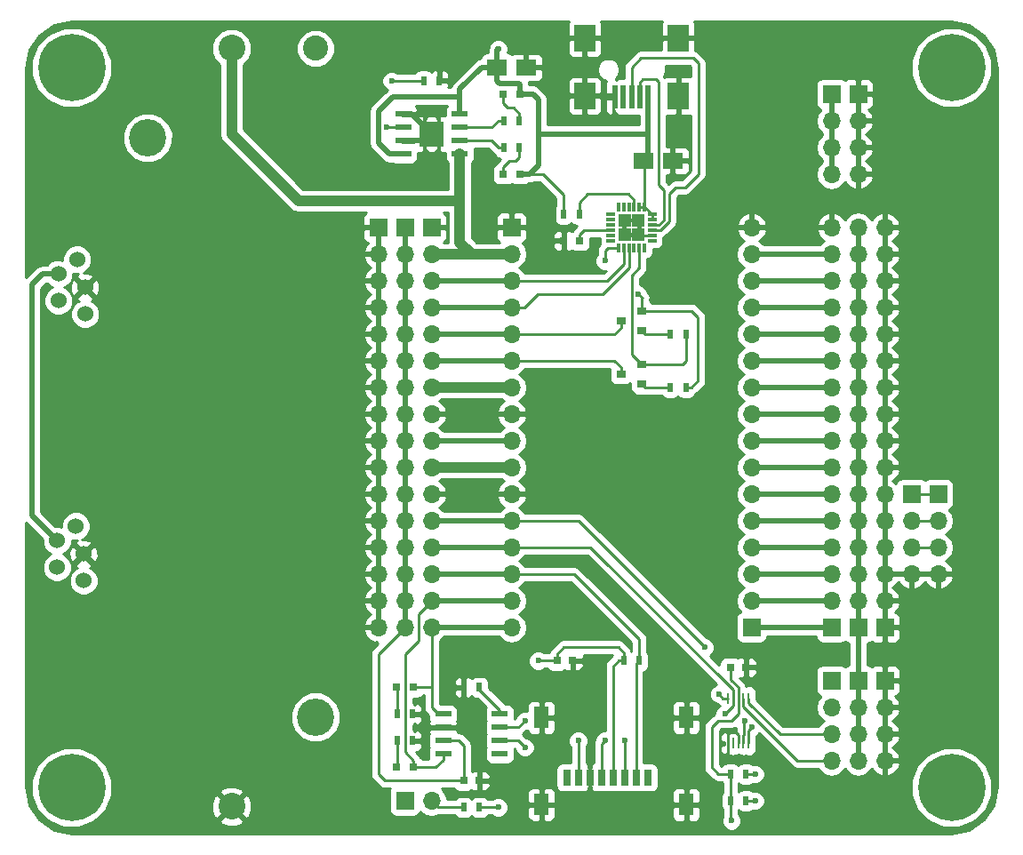
<source format=gbr>
G04 #@! TF.FileFunction,Copper,L1,Top,Signal*
%FSLAX46Y46*%
G04 Gerber Fmt 4.6, Leading zero omitted, Abs format (unit mm)*
G04 Created by KiCad (PCBNEW 4.0.7) date 11/01/17 14:25:33*
%MOMM*%
%LPD*%
G01*
G04 APERTURE LIST*
%ADD10C,0.100000*%
%ADD11R,1.450000X2.000000*%
%ADD12R,0.800000X1.500000*%
%ADD13R,1.700000X1.700000*%
%ADD14O,1.700000X1.700000*%
%ADD15R,0.500000X2.300000*%
%ADD16R,2.000000X2.500000*%
%ADD17C,2.540000*%
%ADD18C,3.550000*%
%ADD19C,2.390000*%
%ADD20C,6.400000*%
%ADD21R,1.950000X1.500000*%
%ADD22R,0.800000X0.750000*%
%ADD23R,0.500000X0.900000*%
%ADD24R,0.850000X0.300000*%
%ADD25R,0.300000X0.850000*%
%ADD26R,1.300000X1.300000*%
%ADD27R,0.900000X0.800000*%
%ADD28R,0.800000X0.800000*%
%ADD29R,1.550000X0.600000*%
%ADD30R,1.175000X1.175000*%
%ADD31R,0.250000X1.100000*%
%ADD32C,1.524000*%
%ADD33C,0.300000*%
%ADD34C,0.600000*%
%ADD35C,0.250000*%
%ADD36C,0.512000*%
%ADD37C,1.000000*%
%ADD38C,0.254000*%
G04 APERTURE END LIST*
D10*
D11*
X171592000Y-133047500D03*
X157792000Y-133047500D03*
X157802000Y-141327500D03*
X171592000Y-141347500D03*
D12*
X163492000Y-138747500D03*
X162392000Y-138747500D03*
X160192000Y-138747500D03*
X161292000Y-138747500D03*
X167892000Y-138747500D03*
X166792000Y-138747500D03*
X165692000Y-138747500D03*
X164592000Y-138747500D03*
D13*
X177800000Y-124460000D03*
D14*
X177800000Y-121920000D03*
X177800000Y-119380000D03*
X177800000Y-116840000D03*
X177800000Y-114300000D03*
X177800000Y-111760000D03*
X177800000Y-109220000D03*
X177800000Y-106680000D03*
X177800000Y-104140000D03*
X177800000Y-101600000D03*
X177800000Y-99060000D03*
X177800000Y-96520000D03*
X177800000Y-93980000D03*
X177800000Y-91440000D03*
X177800000Y-88900000D03*
X177800000Y-86360000D03*
D13*
X154940000Y-86360000D03*
D14*
X154940000Y-88900000D03*
X154940000Y-91440000D03*
X154940000Y-93980000D03*
X154940000Y-96520000D03*
X154940000Y-99060000D03*
X154940000Y-101600000D03*
X154940000Y-104140000D03*
X154940000Y-106680000D03*
X154940000Y-109220000D03*
X154940000Y-111760000D03*
X154940000Y-114300000D03*
X154940000Y-116840000D03*
X154940000Y-119380000D03*
X154940000Y-121920000D03*
X154940000Y-124460000D03*
D13*
X147320000Y-86360000D03*
D14*
X147320000Y-88900000D03*
X147320000Y-91440000D03*
X147320000Y-93980000D03*
X147320000Y-96520000D03*
X147320000Y-99060000D03*
X147320000Y-101600000D03*
X147320000Y-104140000D03*
X147320000Y-106680000D03*
X147320000Y-109220000D03*
X147320000Y-111760000D03*
X147320000Y-114300000D03*
X147320000Y-116840000D03*
X147320000Y-119380000D03*
X147320000Y-121920000D03*
X147320000Y-124460000D03*
D13*
X185420000Y-124460000D03*
D14*
X185420000Y-121920000D03*
X185420000Y-119380000D03*
X185420000Y-116840000D03*
X185420000Y-114300000D03*
X185420000Y-111760000D03*
X185420000Y-109220000D03*
X185420000Y-106680000D03*
X185420000Y-104140000D03*
X185420000Y-101600000D03*
X185420000Y-99060000D03*
X185420000Y-96520000D03*
X185420000Y-93980000D03*
X185420000Y-91440000D03*
X185420000Y-88900000D03*
X185420000Y-86360000D03*
D13*
X144780000Y-86360000D03*
D14*
X144780000Y-88900000D03*
X144780000Y-91440000D03*
X144780000Y-93980000D03*
X144780000Y-96520000D03*
X144780000Y-99060000D03*
X144780000Y-101600000D03*
X144780000Y-104140000D03*
X144780000Y-106680000D03*
X144780000Y-109220000D03*
X144780000Y-111760000D03*
X144780000Y-114300000D03*
X144780000Y-116840000D03*
X144780000Y-119380000D03*
X144780000Y-121920000D03*
X144780000Y-124460000D03*
D13*
X187960000Y-124460000D03*
D14*
X187960000Y-121920000D03*
X187960000Y-119380000D03*
X187960000Y-116840000D03*
X187960000Y-114300000D03*
X187960000Y-111760000D03*
X187960000Y-109220000D03*
X187960000Y-106680000D03*
X187960000Y-104140000D03*
X187960000Y-101600000D03*
X187960000Y-99060000D03*
X187960000Y-96520000D03*
X187960000Y-93980000D03*
X187960000Y-91440000D03*
X187960000Y-88900000D03*
X187960000Y-86360000D03*
D13*
X142240000Y-86360000D03*
D14*
X142240000Y-88900000D03*
X142240000Y-91440000D03*
X142240000Y-93980000D03*
X142240000Y-96520000D03*
X142240000Y-99060000D03*
X142240000Y-101600000D03*
X142240000Y-104140000D03*
X142240000Y-106680000D03*
X142240000Y-109220000D03*
X142240000Y-111760000D03*
X142240000Y-114300000D03*
X142240000Y-116840000D03*
X142240000Y-119380000D03*
X142240000Y-121920000D03*
X142240000Y-124460000D03*
D13*
X190500000Y-124460000D03*
D14*
X190500000Y-121920000D03*
X190500000Y-119380000D03*
X190500000Y-116840000D03*
X190500000Y-114300000D03*
X190500000Y-111760000D03*
X190500000Y-109220000D03*
X190500000Y-106680000D03*
X190500000Y-104140000D03*
X190500000Y-101600000D03*
X190500000Y-99060000D03*
X190500000Y-96520000D03*
X190500000Y-93980000D03*
X190500000Y-91440000D03*
X190500000Y-88900000D03*
X190500000Y-86360000D03*
D15*
X167970000Y-73920000D03*
X167170000Y-73920000D03*
X166370000Y-73920000D03*
X165570000Y-73920000D03*
X164770000Y-73920000D03*
D16*
X170820000Y-73820000D03*
X170820000Y-68320000D03*
X161920000Y-73820000D03*
X161920000Y-68320000D03*
D17*
X128270000Y-141520000D03*
X128270000Y-69300000D03*
D18*
X136270000Y-133010000D03*
X120270000Y-77810000D03*
D19*
X136270000Y-69300000D03*
D20*
X113030000Y-71120000D03*
X196850000Y-71120000D03*
X113030000Y-139700000D03*
X196850000Y-139700000D03*
D21*
X167535000Y-80010000D03*
X170285000Y-80010000D03*
D22*
X159905000Y-87630000D03*
X161405000Y-87630000D03*
D23*
X161405000Y-85090000D03*
X159905000Y-85090000D03*
D24*
X168320000Y-87610000D03*
X168320000Y-87110000D03*
X168320000Y-86610000D03*
X168320000Y-86110000D03*
X168320000Y-85610000D03*
X168320000Y-85110000D03*
D25*
X167620000Y-84410000D03*
X167120000Y-84410000D03*
X166620000Y-84410000D03*
X166120000Y-84410000D03*
X165620000Y-84410000D03*
X165120000Y-84410000D03*
D24*
X164420000Y-85110000D03*
X164420000Y-85610000D03*
X164420000Y-86110000D03*
X164420000Y-86610000D03*
X164420000Y-87110000D03*
X164420000Y-87610000D03*
D25*
X165120000Y-88310000D03*
X165620000Y-88310000D03*
X166120000Y-88310000D03*
X166620000Y-88310000D03*
X167120000Y-88310000D03*
X167620000Y-88310000D03*
D26*
X165720000Y-85710000D03*
X165720000Y-87010000D03*
X167020000Y-85710000D03*
X167020000Y-87010000D03*
D27*
X167370000Y-96200000D03*
X167370000Y-94300000D03*
X165370000Y-95250000D03*
X167370000Y-101280000D03*
X167370000Y-99380000D03*
X165370000Y-100330000D03*
D23*
X170065000Y-96520000D03*
X171565000Y-96520000D03*
X170065000Y-101600000D03*
X171565000Y-101600000D03*
D21*
X153565000Y-71120000D03*
X156315000Y-71120000D03*
D28*
X155740000Y-73660000D03*
X154140000Y-73660000D03*
X155740000Y-81280000D03*
X154140000Y-81280000D03*
D23*
X146558000Y-72390000D03*
X148058000Y-72390000D03*
X155690000Y-76200000D03*
X154190000Y-76200000D03*
X155690000Y-78740000D03*
X154190000Y-78740000D03*
D29*
X144620000Y-75565000D03*
X144620000Y-76835000D03*
X144620000Y-78105000D03*
X144620000Y-79375000D03*
X150020000Y-79375000D03*
X150020000Y-78105000D03*
X150020000Y-76835000D03*
X150020000Y-75565000D03*
D30*
X147907500Y-78057500D03*
X147907500Y-76882500D03*
X146732500Y-78057500D03*
X146732500Y-76882500D03*
D22*
X151880000Y-139065000D03*
X150380000Y-139065000D03*
D28*
X145580000Y-130175000D03*
X143980000Y-130175000D03*
X145580000Y-137795000D03*
X143980000Y-137795000D03*
D23*
X145530000Y-132715000D03*
X144030000Y-132715000D03*
X144030000Y-135255000D03*
X145530000Y-135255000D03*
X150380000Y-130175000D03*
X151880000Y-130175000D03*
X150380000Y-141605000D03*
X151880000Y-141605000D03*
D13*
X144780000Y-140970000D03*
D14*
X147320000Y-140970000D03*
D29*
X148430000Y-132715000D03*
X148430000Y-133985000D03*
X148430000Y-135255000D03*
X148430000Y-136525000D03*
X153830000Y-136525000D03*
X153830000Y-135255000D03*
X153830000Y-133985000D03*
X153830000Y-132715000D03*
D22*
X160770000Y-127635000D03*
X159270000Y-127635000D03*
D23*
X165620000Y-127635000D03*
X167120000Y-127635000D03*
D22*
X177280000Y-128270000D03*
X175780000Y-128270000D03*
D13*
X185420000Y-129540000D03*
D14*
X185420000Y-132080000D03*
X185420000Y-134620000D03*
X185420000Y-137160000D03*
D13*
X187960000Y-129540000D03*
D14*
X187960000Y-132080000D03*
X187960000Y-134620000D03*
X187960000Y-137160000D03*
D13*
X190500000Y-129540000D03*
D14*
X190500000Y-132080000D03*
X190500000Y-134620000D03*
X190500000Y-137160000D03*
D23*
X175780000Y-138430000D03*
X177280000Y-138430000D03*
X175780000Y-140970000D03*
X177280000Y-140970000D03*
D31*
X175530000Y-135500000D03*
X176030000Y-135500000D03*
X176530000Y-135500000D03*
X177030000Y-135500000D03*
X177530000Y-135500000D03*
X177530000Y-131200000D03*
X177030000Y-131200000D03*
X176530000Y-131200000D03*
X176030000Y-131200000D03*
X175530000Y-131200000D03*
D32*
X111760000Y-90805000D03*
X114300000Y-92075000D03*
X111760000Y-93345000D03*
X114300000Y-94615000D03*
X113563400Y-89408000D03*
D13*
X185420000Y-73660000D03*
D14*
X185420000Y-76200000D03*
X185420000Y-78740000D03*
X185420000Y-81280000D03*
D13*
X187960000Y-73660000D03*
D14*
X187960000Y-76200000D03*
X187960000Y-78740000D03*
X187960000Y-81280000D03*
D32*
X111633000Y-116205000D03*
X114173000Y-117475000D03*
X111633000Y-118745000D03*
X114173000Y-120015000D03*
X113436400Y-114808000D03*
D13*
X193040000Y-111760000D03*
D14*
X193040000Y-114300000D03*
X193040000Y-116840000D03*
X193040000Y-119380000D03*
D13*
X195580000Y-111760000D03*
D14*
X195580000Y-114300000D03*
X195580000Y-116840000D03*
X195580000Y-119380000D03*
D33*
X167020000Y-87010000D03*
X165720000Y-87010000D03*
X167020000Y-85710000D03*
X165720000Y-85710000D03*
X170820000Y-73820000D03*
X161920000Y-73820000D03*
X170820000Y-68320000D03*
X161920000Y-68320000D03*
X147907500Y-78057500D03*
X146732500Y-78057500D03*
X147907500Y-76882500D03*
X146732500Y-76882500D03*
D34*
X175260000Y-136779000D03*
X146685000Y-135255000D03*
X146685000Y-132715000D03*
X178181000Y-138430000D03*
X173355000Y-126365000D03*
X174688500Y-130810000D03*
X178181000Y-140970000D03*
X175260000Y-132715000D03*
X163830000Y-135255000D03*
X161290000Y-135255000D03*
X165735000Y-135255000D03*
X175895000Y-142875000D03*
X157480000Y-127635000D03*
X153670000Y-69342000D03*
X167005000Y-92710000D03*
X163830000Y-89535000D03*
X143510000Y-72390000D03*
X143002000Y-76835000D03*
X156210000Y-133350000D03*
X153670000Y-141605000D03*
X156210000Y-135890000D03*
X177165000Y-133350000D03*
X177800000Y-133985000D03*
D35*
X175530000Y-135500000D02*
X175530000Y-134700000D01*
X175530000Y-134700000D02*
X175737000Y-134493000D01*
X175737000Y-134493000D02*
X176323000Y-134493000D01*
X176530000Y-134700000D02*
X176530000Y-135500000D01*
X176323000Y-134493000D02*
X176530000Y-134700000D01*
X175530000Y-135500000D02*
X175530000Y-136509000D01*
X175530000Y-136509000D02*
X175260000Y-136779000D01*
X145530000Y-135255000D02*
X146685000Y-135255000D01*
X145530000Y-132715000D02*
X146685000Y-132715000D01*
D36*
X161920000Y-73820000D02*
X164670000Y-73820000D01*
X164670000Y-73820000D02*
X164770000Y-73920000D01*
X144620000Y-78105000D02*
X146685000Y-78105000D01*
X146685000Y-78105000D02*
X146732500Y-78057500D01*
X144620000Y-75565000D02*
X145415000Y-75565000D01*
X145415000Y-75565000D02*
X146732500Y-76882500D01*
D35*
X167020000Y-87010000D02*
X167120000Y-87110000D01*
X167120000Y-87110000D02*
X168320000Y-87110000D01*
X165608000Y-89852500D02*
X164020500Y-91440000D01*
X164020500Y-91440000D02*
X154940000Y-91440000D01*
X165608000Y-88997000D02*
X165608000Y-89852500D01*
X165620000Y-88310000D02*
X165620000Y-88985000D01*
X165620000Y-88985000D02*
X165608000Y-88997000D01*
D36*
X154940000Y-91440000D02*
X153737919Y-91440000D01*
X153737919Y-91440000D02*
X147320000Y-91440000D01*
D35*
X163576000Y-92710000D02*
X166120000Y-90166000D01*
X166120000Y-90166000D02*
X166120000Y-88310000D01*
X157412081Y-92710000D02*
X163576000Y-92710000D01*
X154940000Y-93980000D02*
X156142081Y-93980000D01*
X156142081Y-93980000D02*
X157412081Y-92710000D01*
D36*
X154940000Y-93980000D02*
X153737919Y-93980000D01*
X153737919Y-93980000D02*
X147320000Y-93980000D01*
D35*
X154940000Y-96520000D02*
X164750000Y-96520000D01*
X164750000Y-96520000D02*
X165370000Y-95900000D01*
X165370000Y-95900000D02*
X165370000Y-95250000D01*
D36*
X154940000Y-96520000D02*
X147320000Y-96520000D01*
D35*
X154940000Y-99060000D02*
X164750000Y-99060000D01*
X164750000Y-99060000D02*
X165370000Y-99680000D01*
X165370000Y-99680000D02*
X165370000Y-100330000D01*
D36*
X154940000Y-99060000D02*
X153737919Y-99060000D01*
X153737919Y-99060000D02*
X147320000Y-99060000D01*
D37*
X154940000Y-101600000D02*
X147320000Y-101600000D01*
D36*
X154940000Y-106680000D02*
X153737919Y-106680000D01*
X153737919Y-106680000D02*
X147320000Y-106680000D01*
D37*
X154940000Y-109220000D02*
X147320000Y-109220000D01*
D35*
X177280000Y-138430000D02*
X178181000Y-138430000D01*
X154940000Y-114300000D02*
X161290000Y-114300000D01*
X161290000Y-114300000D02*
X173355000Y-126365000D01*
X175530000Y-131200000D02*
X175078500Y-131200000D01*
X175078500Y-131200000D02*
X174688500Y-130810000D01*
D36*
X154940000Y-114300000D02*
X147320000Y-114300000D01*
D35*
X177280000Y-140970000D02*
X178181000Y-140970000D01*
X154940000Y-116840000D02*
X162470000Y-116840000D01*
X162470000Y-116840000D02*
X176030000Y-130400000D01*
X176030000Y-130400000D02*
X176030000Y-131200000D01*
X176030000Y-131200000D02*
X176030000Y-131945000D01*
X176030000Y-131945000D02*
X175260000Y-132715000D01*
D36*
X154940000Y-116840000D02*
X147320000Y-116840000D01*
D35*
X166792000Y-138747500D02*
X166792000Y-127963000D01*
X166792000Y-127963000D02*
X167120000Y-127635000D01*
X160909000Y-119380000D02*
X167120000Y-125591000D01*
X167120000Y-125591000D02*
X167120000Y-127635000D01*
X154940000Y-119380000D02*
X160909000Y-119380000D01*
D36*
X154940000Y-119380000D02*
X153737919Y-119380000D01*
X153737919Y-119380000D02*
X147320000Y-119380000D01*
D35*
X146050000Y-125730000D02*
X146050000Y-123190000D01*
X146050000Y-123190000D02*
X147320000Y-121920000D01*
X144780000Y-127000000D02*
X146050000Y-125730000D01*
X144780000Y-136345000D02*
X144780000Y-127000000D01*
X145580000Y-137795000D02*
X145580000Y-137145000D01*
X145580000Y-137145000D02*
X144780000Y-136345000D01*
X145580000Y-137795000D02*
X147710000Y-137795000D01*
X147710000Y-137795000D02*
X148430000Y-137075000D01*
X148430000Y-137075000D02*
X148430000Y-136525000D01*
D36*
X154940000Y-121920000D02*
X153737919Y-121920000D01*
X153737919Y-121920000D02*
X147320000Y-121920000D01*
D35*
X147320000Y-124460000D02*
X147320000Y-130175000D01*
X147320000Y-130175000D02*
X147320000Y-132080000D01*
X145580000Y-130175000D02*
X147320000Y-130175000D01*
X147320000Y-132080000D02*
X147955000Y-132715000D01*
X147955000Y-132715000D02*
X148430000Y-132715000D01*
X146230000Y-130175000D02*
X145580000Y-130175000D01*
D36*
X154940000Y-124460000D02*
X147320000Y-124460000D01*
X185420000Y-124460000D02*
X184058000Y-124460000D01*
X184058000Y-124460000D02*
X177800000Y-124460000D01*
D35*
X163492000Y-138747500D02*
X163492000Y-135593000D01*
X163492000Y-135593000D02*
X163830000Y-135255000D01*
D36*
X185420000Y-121920000D02*
X184217919Y-121920000D01*
X184217919Y-121920000D02*
X177800000Y-121920000D01*
D35*
X161292000Y-138747500D02*
X161292000Y-135257000D01*
X161292000Y-135257000D02*
X161290000Y-135255000D01*
X161300000Y-135265000D02*
X161290000Y-135255000D01*
D36*
X185420000Y-119380000D02*
X177800000Y-119380000D01*
D35*
X165692000Y-138747500D02*
X165692000Y-135298000D01*
X165692000Y-135298000D02*
X165735000Y-135255000D01*
X165700000Y-135290000D02*
X165735000Y-135255000D01*
D36*
X185420000Y-116840000D02*
X184217919Y-116840000D01*
X184217919Y-116840000D02*
X177800000Y-116840000D01*
D35*
X193040000Y-114300000D02*
X194242081Y-114300000D01*
X194242081Y-114300000D02*
X195580000Y-114300000D01*
D36*
X185420000Y-114300000D02*
X184217919Y-114300000D01*
X184217919Y-114300000D02*
X177800000Y-114300000D01*
D35*
X193040000Y-111760000D02*
X195580000Y-111760000D01*
D36*
X185420000Y-111760000D02*
X184217919Y-111760000D01*
X184217919Y-111760000D02*
X177800000Y-111760000D01*
X185420000Y-109220000D02*
X184217919Y-109220000D01*
X184217919Y-109220000D02*
X177800000Y-109220000D01*
X185420000Y-106680000D02*
X184217919Y-106680000D01*
X184217919Y-106680000D02*
X177800000Y-106680000D01*
X185420000Y-104140000D02*
X184217919Y-104140000D01*
X184217919Y-104140000D02*
X177800000Y-104140000D01*
X185420000Y-101600000D02*
X184217919Y-101600000D01*
X184217919Y-101600000D02*
X177800000Y-101600000D01*
X185420000Y-99060000D02*
X184217919Y-99060000D01*
X184217919Y-99060000D02*
X177800000Y-99060000D01*
X185420000Y-96520000D02*
X184217919Y-96520000D01*
X184217919Y-96520000D02*
X177800000Y-96520000D01*
X185420000Y-93980000D02*
X177800000Y-93980000D01*
X185420000Y-91440000D02*
X184217919Y-91440000D01*
X184217919Y-91440000D02*
X177800000Y-91440000D01*
X185420000Y-88900000D02*
X184217919Y-88900000D01*
X184217919Y-88900000D02*
X177800000Y-88900000D01*
D35*
X193040000Y-116840000D02*
X194242081Y-116840000D01*
X194242081Y-116840000D02*
X195580000Y-116840000D01*
X175780000Y-140970000D02*
X175780000Y-142760000D01*
X175780000Y-142760000D02*
X175895000Y-142875000D01*
X176530000Y-130175000D02*
X175780000Y-129425000D01*
X175780000Y-129425000D02*
X175780000Y-128270000D01*
X176530000Y-131200000D02*
X176530000Y-130175000D01*
X175895000Y-133350000D02*
X176530000Y-132715000D01*
X176530000Y-132715000D02*
X176530000Y-131200000D01*
X174625000Y-133350000D02*
X175895000Y-133350000D01*
X173990000Y-133985000D02*
X174625000Y-133350000D01*
X173990000Y-137795000D02*
X173990000Y-133985000D01*
X174625000Y-138430000D02*
X173990000Y-137795000D01*
X175780000Y-138430000D02*
X174625000Y-138430000D01*
X175780000Y-140970000D02*
X175780000Y-140270000D01*
X175780000Y-140270000D02*
X175780000Y-138430000D01*
D36*
X187960000Y-137160000D02*
X187960000Y-134620000D01*
X187960000Y-134620000D02*
X187960000Y-132080000D01*
X187960000Y-132080000D02*
X187960000Y-129540000D01*
X187960000Y-129540000D02*
X187960000Y-124460000D01*
D35*
X165620000Y-127635000D02*
X165120000Y-127635000D01*
X165120000Y-127635000D02*
X164592000Y-128163000D01*
X164592000Y-128163000D02*
X164592000Y-138747500D01*
X159270000Y-127635000D02*
X157480000Y-127635000D01*
X159270000Y-127635000D02*
X159270000Y-127010000D01*
X159915000Y-126365000D02*
X165100000Y-126365000D01*
X159270000Y-127010000D02*
X159915000Y-126365000D01*
X165100000Y-126365000D02*
X165620000Y-126885000D01*
X165620000Y-126885000D02*
X165620000Y-127635000D01*
X150380000Y-139065000D02*
X142875000Y-139065000D01*
X142875000Y-139065000D02*
X142240000Y-138430000D01*
X142240000Y-138430000D02*
X142240000Y-127000000D01*
X142240000Y-127000000D02*
X144780000Y-124460000D01*
X150368000Y-135699500D02*
X149923500Y-135255000D01*
X149923500Y-135255000D02*
X148430000Y-135255000D01*
X150368000Y-138428000D02*
X150368000Y-135699500D01*
X150380000Y-139065000D02*
X150380000Y-138440000D01*
X150380000Y-138440000D02*
X150368000Y-138428000D01*
D36*
X144780000Y-121920000D02*
X144780000Y-124460000D01*
X144780000Y-119380000D02*
X144780000Y-121920000D01*
X144780000Y-116840000D02*
X144780000Y-119380000D01*
X144780000Y-114300000D02*
X144780000Y-116840000D01*
X144780000Y-111760000D02*
X144780000Y-114300000D01*
X144780000Y-109220000D02*
X144780000Y-111760000D01*
X144780000Y-106680000D02*
X144780000Y-109220000D01*
X144780000Y-104140000D02*
X144780000Y-106680000D01*
X144780000Y-101600000D02*
X144780000Y-104140000D01*
X144780000Y-99060000D02*
X144780000Y-101600000D01*
X144780000Y-96520000D02*
X144780000Y-99060000D01*
X144780000Y-93980000D02*
X144780000Y-96520000D01*
X144780000Y-91440000D02*
X144780000Y-93980000D01*
X144780000Y-88900000D02*
X144780000Y-91440000D01*
X144780000Y-86360000D02*
X144780000Y-88900000D01*
X187960000Y-88900000D02*
X187960000Y-86360000D01*
X187960000Y-91440000D02*
X187960000Y-88900000D01*
X187960000Y-93980000D02*
X187960000Y-91440000D01*
X187960000Y-96520000D02*
X187960000Y-93980000D01*
X187960000Y-99060000D02*
X187960000Y-96520000D01*
X187960000Y-101600000D02*
X187960000Y-99060000D01*
X187960000Y-104140000D02*
X187960000Y-101600000D01*
X187960000Y-106680000D02*
X187960000Y-104140000D01*
X187960000Y-109220000D02*
X187960000Y-106680000D01*
X187960000Y-111760000D02*
X187960000Y-109220000D01*
X187960000Y-114300000D02*
X187960000Y-111760000D01*
X187960000Y-116840000D02*
X187960000Y-114300000D01*
X187960000Y-119380000D02*
X187960000Y-116840000D01*
X187960000Y-121920000D02*
X187960000Y-119380000D01*
X187960000Y-124460000D02*
X187960000Y-121920000D01*
X153565000Y-71120000D02*
X153565000Y-69447000D01*
X153565000Y-69447000D02*
X153670000Y-69342000D01*
X109220000Y-91821000D02*
X110236000Y-90805000D01*
X110236000Y-90805000D02*
X111760000Y-90805000D01*
X109220000Y-113792000D02*
X109220000Y-91821000D01*
X111633000Y-116205000D02*
X109220000Y-113792000D01*
X185420000Y-76200000D02*
X185420000Y-73660000D01*
X185420000Y-78740000D02*
X185420000Y-76200000D01*
X185420000Y-81280000D02*
X185420000Y-78740000D01*
D35*
X157924500Y-81280000D02*
X159905000Y-83260500D01*
X159905000Y-83260500D02*
X159905000Y-85090000D01*
X155740000Y-81280000D02*
X157924500Y-81280000D01*
X159905000Y-85090000D02*
X159905000Y-84890000D01*
X156295000Y-81280000D02*
X155740000Y-81280000D01*
D36*
X150020000Y-73178000D02*
X150020000Y-73914000D01*
X150020000Y-73914000D02*
X150020000Y-74753000D01*
X142240000Y-75311000D02*
X143637000Y-73914000D01*
X143637000Y-73914000D02*
X150020000Y-73914000D01*
X142240000Y-78282000D02*
X142240000Y-75311000D01*
X144620000Y-79375000D02*
X143333000Y-79375000D01*
X143333000Y-79375000D02*
X142240000Y-78282000D01*
X153565000Y-71120000D02*
X152078000Y-71120000D01*
X152078000Y-71120000D02*
X150020000Y-73178000D01*
X150020000Y-74753000D02*
X150020000Y-75565000D01*
X157480000Y-77470000D02*
X157480000Y-74168000D01*
X157480000Y-77470000D02*
X167970000Y-77470000D01*
X157480000Y-80452000D02*
X157480000Y-77470000D01*
X167970000Y-73920000D02*
X167970000Y-77470000D01*
X167970000Y-77470000D02*
X167970000Y-79575000D01*
X157480000Y-74168000D02*
X156972000Y-73660000D01*
X156972000Y-73660000D02*
X155740000Y-73660000D01*
X155740000Y-81280000D02*
X156652000Y-81280000D01*
X156652000Y-81280000D02*
X157480000Y-80452000D01*
X155740000Y-73660000D02*
X155740000Y-72748000D01*
X155740000Y-72748000D02*
X155636000Y-72644000D01*
X155636000Y-72644000D02*
X153827000Y-72644000D01*
X153827000Y-72644000D02*
X153565000Y-72382000D01*
X153565000Y-72382000D02*
X153565000Y-71120000D01*
D35*
X167620000Y-84410000D02*
X167620000Y-80095000D01*
X167620000Y-80095000D02*
X167535000Y-80010000D01*
X168320000Y-85110000D02*
X167620000Y-84410000D01*
X168320000Y-85610000D02*
X168320000Y-85110000D01*
X167120000Y-84410000D02*
X167620000Y-84410000D01*
D36*
X167970000Y-79575000D02*
X167535000Y-80010000D01*
D37*
X128270000Y-77470000D02*
X128270000Y-69300000D01*
X134620000Y-83820000D02*
X128270000Y-77470000D01*
X150020000Y-83820000D02*
X150020000Y-87790000D01*
X150020000Y-79375000D02*
X150020000Y-83820000D01*
X150020000Y-83820000D02*
X134620000Y-83820000D01*
X150020000Y-87790000D02*
X151130000Y-88900000D01*
X154940000Y-88900000D02*
X151130000Y-88900000D01*
X151130000Y-88900000D02*
X147320000Y-88900000D01*
D35*
X169418000Y-82804000D02*
X169418000Y-85672003D01*
X168656000Y-72263000D02*
X168910000Y-72517000D01*
X168980003Y-86110000D02*
X168320000Y-86110000D01*
X169418000Y-85672003D02*
X168980003Y-86110000D01*
X168910000Y-72517000D02*
X168910000Y-82296000D01*
X167170000Y-73920000D02*
X167170000Y-72520000D01*
X168910000Y-82296000D02*
X169418000Y-82804000D01*
X167427000Y-72263000D02*
X168656000Y-72263000D01*
X167170000Y-72520000D02*
X167427000Y-72263000D01*
X167259000Y-70231000D02*
X166370000Y-71120000D01*
X166370000Y-71120000D02*
X166370000Y-73920000D01*
X172212000Y-70231000D02*
X167259000Y-70231000D01*
X172720000Y-70739000D02*
X172212000Y-70231000D01*
X172720000Y-81280000D02*
X172720000Y-70739000D01*
X171450000Y-82550000D02*
X172720000Y-81280000D01*
X170561000Y-82550000D02*
X171450000Y-82550000D01*
X169926000Y-83185000D02*
X170561000Y-82550000D01*
X169926000Y-85800413D02*
X169926000Y-83185000D01*
X168320000Y-86610000D02*
X169116413Y-86610000D01*
X169116413Y-86610000D02*
X169926000Y-85800413D01*
X164420000Y-86610000D02*
X161800000Y-86610000D01*
X161800000Y-86610000D02*
X161405000Y-87005000D01*
X161405000Y-87005000D02*
X161405000Y-87630000D01*
X162179000Y-83185000D02*
X161405000Y-83959000D01*
X161405000Y-83959000D02*
X161405000Y-85090000D01*
X166070000Y-83185000D02*
X162179000Y-83185000D01*
X166620000Y-84410000D02*
X166620000Y-83735000D01*
X166620000Y-83735000D02*
X166070000Y-83185000D01*
X172700000Y-94912500D02*
X172087500Y-94300000D01*
X172087500Y-94300000D02*
X167370000Y-94300000D01*
X172700000Y-100965000D02*
X172700000Y-94912500D01*
X171565000Y-101600000D02*
X172065000Y-101600000D01*
X172065000Y-101600000D02*
X172700000Y-100965000D01*
X164102500Y-88310000D02*
X163830000Y-88582500D01*
X163830000Y-88582500D02*
X163830000Y-89535000D01*
X165120000Y-88310000D02*
X164102500Y-88310000D01*
X163830000Y-89535000D02*
X163895000Y-89535000D01*
X167386000Y-93091000D02*
X167370000Y-93107000D01*
X167370000Y-93107000D02*
X167370000Y-94300000D01*
X167005000Y-92710000D02*
X167386000Y-93091000D01*
X171257000Y-99380000D02*
X171565000Y-99072000D01*
X171565000Y-99072000D02*
X171565000Y-96520000D01*
X167370000Y-99380000D02*
X171257000Y-99380000D01*
X166370000Y-90932000D02*
X167120000Y-90182000D01*
X167120000Y-90182000D02*
X167120000Y-88310000D01*
X166370000Y-98430000D02*
X166370000Y-90932000D01*
X167370000Y-99380000D02*
X167320000Y-99380000D01*
X167320000Y-99380000D02*
X166370000Y-98430000D01*
X170065000Y-101600000D02*
X167690000Y-101600000D01*
X167690000Y-101600000D02*
X167370000Y-101280000D01*
X167570000Y-101080000D02*
X167370000Y-101280000D01*
X170065000Y-96520000D02*
X167690000Y-96520000D01*
X167690000Y-96520000D02*
X167370000Y-96200000D01*
X167420000Y-96200000D02*
X167370000Y-96200000D01*
X154559000Y-74930000D02*
X154140000Y-74511000D01*
X154140000Y-74511000D02*
X154140000Y-73660000D01*
X155120000Y-74930000D02*
X154559000Y-74930000D01*
X155690000Y-76200000D02*
X155690000Y-75500000D01*
X155690000Y-75500000D02*
X155120000Y-74930000D01*
X155321000Y-80010000D02*
X155690000Y-79641000D01*
X155690000Y-79641000D02*
X155690000Y-78740000D01*
X154760000Y-80010000D02*
X155321000Y-80010000D01*
X154140000Y-81280000D02*
X154140000Y-80630000D01*
X154140000Y-80630000D02*
X154760000Y-80010000D01*
X155690000Y-78940000D02*
X155690000Y-78740000D01*
X143510000Y-72390000D02*
X146558000Y-72390000D01*
X144620000Y-76835000D02*
X143002000Y-76835000D01*
X153035000Y-76835000D02*
X153670000Y-76200000D01*
X153670000Y-76200000D02*
X154190000Y-76200000D01*
X150020000Y-76835000D02*
X153035000Y-76835000D01*
X153035000Y-78105000D02*
X153670000Y-78740000D01*
X153670000Y-78740000D02*
X154190000Y-78740000D01*
X150020000Y-78105000D02*
X153035000Y-78105000D01*
X144030000Y-132715000D02*
X144030000Y-130225000D01*
X144030000Y-130225000D02*
X143980000Y-130175000D01*
X144030000Y-135255000D02*
X144030000Y-137745000D01*
X144030000Y-137745000D02*
X143980000Y-137795000D01*
X143980000Y-135305000D02*
X144030000Y-135255000D01*
X151880000Y-130175000D02*
X151880000Y-130375000D01*
X151880000Y-130375000D02*
X153830000Y-132325000D01*
X153830000Y-132325000D02*
X153830000Y-132715000D01*
X150380000Y-141605000D02*
X147955000Y-141605000D01*
X147955000Y-141605000D02*
X147320000Y-140970000D01*
X147320000Y-141605000D02*
X146685000Y-140970000D01*
X153830000Y-133985000D02*
X155575000Y-133985000D01*
X155575000Y-133985000D02*
X156210000Y-133350000D01*
X151880000Y-141605000D02*
X153670000Y-141605000D01*
X154855000Y-135255000D02*
X155575000Y-135255000D01*
X155575000Y-135255000D02*
X156210000Y-135890000D01*
X153830000Y-135255000D02*
X154855000Y-135255000D01*
X177038000Y-134692000D02*
X177038000Y-133477000D01*
X177038000Y-133477000D02*
X177165000Y-133350000D01*
X177030000Y-135500000D02*
X177030000Y-134700000D01*
X177030000Y-134700000D02*
X177038000Y-134692000D01*
X177530000Y-135500000D02*
X177530000Y-134255000D01*
X177530000Y-134255000D02*
X177800000Y-133985000D01*
X177530000Y-131200000D02*
X177530000Y-131625000D01*
X177530000Y-131625000D02*
X180525000Y-134620000D01*
X180525000Y-134620000D02*
X184217919Y-134620000D01*
X184217919Y-134620000D02*
X185420000Y-134620000D01*
X177030000Y-131200000D02*
X177030000Y-132000000D01*
X177030000Y-132000000D02*
X182190000Y-137160000D01*
X182190000Y-137160000D02*
X184217919Y-137160000D01*
X184217919Y-137160000D02*
X185420000Y-137160000D01*
D38*
G36*
X160285000Y-66943691D02*
X160285000Y-68034250D01*
X160443750Y-68193000D01*
X161793000Y-68193000D01*
X161793000Y-68173000D01*
X162047000Y-68173000D01*
X162047000Y-68193000D01*
X163396250Y-68193000D01*
X163555000Y-68034250D01*
X163555000Y-66943691D01*
X163474770Y-66750000D01*
X169265230Y-66750000D01*
X169185000Y-66943691D01*
X169185000Y-68034250D01*
X169343750Y-68193000D01*
X170693000Y-68193000D01*
X170693000Y-68173000D01*
X170947000Y-68173000D01*
X170947000Y-68193000D01*
X172296250Y-68193000D01*
X172455000Y-68034250D01*
X172455000Y-66943691D01*
X172374770Y-66750000D01*
X196780069Y-66750000D01*
X198517005Y-67095498D01*
X199930221Y-68039779D01*
X200874502Y-69452997D01*
X201220000Y-71189931D01*
X201220000Y-139630069D01*
X200874502Y-141367003D01*
X199930221Y-142780221D01*
X198517005Y-143724502D01*
X196780069Y-144070000D01*
X113099931Y-144070000D01*
X111362997Y-143724502D01*
X109949779Y-142780221D01*
X109005498Y-141367005D01*
X108824981Y-140459482D01*
X109194336Y-140459482D01*
X109776950Y-141869515D01*
X110854811Y-142949259D01*
X112263825Y-143534333D01*
X113789482Y-143535664D01*
X115199515Y-142953050D01*
X115284936Y-142867777D01*
X127101828Y-142867777D01*
X127233520Y-143162657D01*
X127941036Y-143434261D01*
X128698632Y-143414436D01*
X129306480Y-143162657D01*
X129438172Y-142867777D01*
X128270000Y-141699605D01*
X127101828Y-142867777D01*
X115284936Y-142867777D01*
X116279259Y-141875189D01*
X116563344Y-141191036D01*
X126355739Y-141191036D01*
X126375564Y-141948632D01*
X126627343Y-142556480D01*
X126922223Y-142688172D01*
X128090395Y-141520000D01*
X128449605Y-141520000D01*
X129617777Y-142688172D01*
X129912657Y-142556480D01*
X130184261Y-141848964D01*
X130164436Y-141091368D01*
X129912657Y-140483520D01*
X129617777Y-140351828D01*
X128449605Y-141520000D01*
X128090395Y-141520000D01*
X126922223Y-140351828D01*
X126627343Y-140483520D01*
X126355739Y-141191036D01*
X116563344Y-141191036D01*
X116864333Y-140466175D01*
X116864589Y-140172223D01*
X127101828Y-140172223D01*
X128270000Y-141340395D01*
X129438172Y-140172223D01*
X129306480Y-139877343D01*
X128598964Y-139605739D01*
X127841368Y-139625564D01*
X127233520Y-139877343D01*
X127101828Y-140172223D01*
X116864589Y-140172223D01*
X116865664Y-138940518D01*
X116283050Y-137530485D01*
X115205189Y-136450741D01*
X113796175Y-135865667D01*
X112270518Y-135864336D01*
X110860485Y-136446950D01*
X109780741Y-137524811D01*
X109195667Y-138933825D01*
X109194336Y-140459482D01*
X108824981Y-140459482D01*
X108660000Y-139630069D01*
X108660000Y-133487276D01*
X133859582Y-133487276D01*
X134225710Y-134373372D01*
X134903062Y-135051908D01*
X135788518Y-135419581D01*
X136747276Y-135420418D01*
X137633372Y-135054290D01*
X138311908Y-134376938D01*
X138679581Y-133491482D01*
X138680418Y-132532724D01*
X138314290Y-131646628D01*
X137636938Y-130968092D01*
X136751482Y-130600419D01*
X135792724Y-130599582D01*
X134906628Y-130965710D01*
X134228092Y-131643062D01*
X133860419Y-132528518D01*
X133859582Y-133487276D01*
X108660000Y-133487276D01*
X108660000Y-122276890D01*
X140798524Y-122276890D01*
X140968355Y-122686924D01*
X141358642Y-123115183D01*
X141517954Y-123190000D01*
X141358642Y-123264817D01*
X140968355Y-123693076D01*
X140798524Y-124103110D01*
X140919845Y-124333000D01*
X142113000Y-124333000D01*
X142113000Y-122047000D01*
X140919845Y-122047000D01*
X140798524Y-122276890D01*
X108660000Y-122276890D01*
X108660000Y-120291661D01*
X112775758Y-120291661D01*
X112987990Y-120805303D01*
X113380630Y-121198629D01*
X113893900Y-121411757D01*
X114449661Y-121412242D01*
X114963303Y-121200010D01*
X115356629Y-120807370D01*
X115569757Y-120294100D01*
X115570242Y-119738339D01*
X115569644Y-119736890D01*
X140798524Y-119736890D01*
X140968355Y-120146924D01*
X141358642Y-120575183D01*
X141517954Y-120650000D01*
X141358642Y-120724817D01*
X140968355Y-121153076D01*
X140798524Y-121563110D01*
X140919845Y-121793000D01*
X142113000Y-121793000D01*
X142113000Y-119507000D01*
X140919845Y-119507000D01*
X140798524Y-119736890D01*
X115569644Y-119736890D01*
X115358010Y-119224697D01*
X114965370Y-118831371D01*
X114773273Y-118751605D01*
X114904143Y-118697397D01*
X114973608Y-118455213D01*
X114173000Y-117654605D01*
X113372392Y-118455213D01*
X113441857Y-118697397D01*
X113582318Y-118747509D01*
X113382697Y-118829990D01*
X112989371Y-119222630D01*
X112776243Y-119735900D01*
X112775758Y-120291661D01*
X108660000Y-120291661D01*
X108660000Y-114492064D01*
X110236119Y-116068183D01*
X110235758Y-116481661D01*
X110447990Y-116995303D01*
X110840630Y-117388629D01*
X111048512Y-117474949D01*
X110842697Y-117559990D01*
X110449371Y-117952630D01*
X110236243Y-118465900D01*
X110235758Y-119021661D01*
X110447990Y-119535303D01*
X110840630Y-119928629D01*
X111353900Y-120141757D01*
X111909661Y-120142242D01*
X112423303Y-119930010D01*
X112816629Y-119537370D01*
X113029757Y-119024100D01*
X113030242Y-118468339D01*
X112818010Y-117954697D01*
X112425370Y-117561371D01*
X112217488Y-117475051D01*
X112423303Y-117390010D01*
X112546225Y-117267302D01*
X112763856Y-117267302D01*
X112791638Y-117822368D01*
X112950603Y-118206143D01*
X113192787Y-118275608D01*
X113993395Y-117475000D01*
X114352605Y-117475000D01*
X115153213Y-118275608D01*
X115395397Y-118206143D01*
X115582144Y-117682698D01*
X115557829Y-117196890D01*
X140798524Y-117196890D01*
X140968355Y-117606924D01*
X141358642Y-118035183D01*
X141517954Y-118110000D01*
X141358642Y-118184817D01*
X140968355Y-118613076D01*
X140798524Y-119023110D01*
X140919845Y-119253000D01*
X142113000Y-119253000D01*
X142113000Y-116967000D01*
X140919845Y-116967000D01*
X140798524Y-117196890D01*
X115557829Y-117196890D01*
X115554362Y-117127632D01*
X115395397Y-116743857D01*
X115153213Y-116674392D01*
X114352605Y-117475000D01*
X113993395Y-117475000D01*
X113192787Y-116674392D01*
X112950603Y-116743857D01*
X112763856Y-117267302D01*
X112546225Y-117267302D01*
X112816629Y-116997370D01*
X113029757Y-116484100D01*
X113030047Y-116151917D01*
X113157300Y-116204757D01*
X113556526Y-116205105D01*
X113441857Y-116252603D01*
X113372392Y-116494787D01*
X114173000Y-117295395D01*
X114973608Y-116494787D01*
X114904143Y-116252603D01*
X114380698Y-116065856D01*
X114004877Y-116084666D01*
X114226703Y-115993010D01*
X114620029Y-115600370D01*
X114833157Y-115087100D01*
X114833532Y-114656890D01*
X140798524Y-114656890D01*
X140968355Y-115066924D01*
X141358642Y-115495183D01*
X141517954Y-115570000D01*
X141358642Y-115644817D01*
X140968355Y-116073076D01*
X140798524Y-116483110D01*
X140919845Y-116713000D01*
X142113000Y-116713000D01*
X142113000Y-114427000D01*
X140919845Y-114427000D01*
X140798524Y-114656890D01*
X114833532Y-114656890D01*
X114833642Y-114531339D01*
X114621410Y-114017697D01*
X114228770Y-113624371D01*
X113715500Y-113411243D01*
X113159739Y-113410758D01*
X112646097Y-113622990D01*
X112252771Y-114015630D01*
X112039643Y-114528900D01*
X112039353Y-114861083D01*
X111912100Y-114808243D01*
X111495944Y-114807880D01*
X110111000Y-113422936D01*
X110111000Y-112116890D01*
X140798524Y-112116890D01*
X140968355Y-112526924D01*
X141358642Y-112955183D01*
X141517954Y-113030000D01*
X141358642Y-113104817D01*
X140968355Y-113533076D01*
X140798524Y-113943110D01*
X140919845Y-114173000D01*
X142113000Y-114173000D01*
X142113000Y-111887000D01*
X140919845Y-111887000D01*
X140798524Y-112116890D01*
X110111000Y-112116890D01*
X110111000Y-109576890D01*
X140798524Y-109576890D01*
X140968355Y-109986924D01*
X141358642Y-110415183D01*
X141517954Y-110490000D01*
X141358642Y-110564817D01*
X140968355Y-110993076D01*
X140798524Y-111403110D01*
X140919845Y-111633000D01*
X142113000Y-111633000D01*
X142113000Y-109347000D01*
X140919845Y-109347000D01*
X140798524Y-109576890D01*
X110111000Y-109576890D01*
X110111000Y-107036890D01*
X140798524Y-107036890D01*
X140968355Y-107446924D01*
X141358642Y-107875183D01*
X141517954Y-107950000D01*
X141358642Y-108024817D01*
X140968355Y-108453076D01*
X140798524Y-108863110D01*
X140919845Y-109093000D01*
X142113000Y-109093000D01*
X142113000Y-106807000D01*
X140919845Y-106807000D01*
X140798524Y-107036890D01*
X110111000Y-107036890D01*
X110111000Y-104496890D01*
X140798524Y-104496890D01*
X140968355Y-104906924D01*
X141358642Y-105335183D01*
X141517954Y-105410000D01*
X141358642Y-105484817D01*
X140968355Y-105913076D01*
X140798524Y-106323110D01*
X140919845Y-106553000D01*
X142113000Y-106553000D01*
X142113000Y-104267000D01*
X140919845Y-104267000D01*
X140798524Y-104496890D01*
X110111000Y-104496890D01*
X110111000Y-101956890D01*
X140798524Y-101956890D01*
X140968355Y-102366924D01*
X141358642Y-102795183D01*
X141517954Y-102870000D01*
X141358642Y-102944817D01*
X140968355Y-103373076D01*
X140798524Y-103783110D01*
X140919845Y-104013000D01*
X142113000Y-104013000D01*
X142113000Y-101727000D01*
X140919845Y-101727000D01*
X140798524Y-101956890D01*
X110111000Y-101956890D01*
X110111000Y-99416890D01*
X140798524Y-99416890D01*
X140968355Y-99826924D01*
X141358642Y-100255183D01*
X141517954Y-100330000D01*
X141358642Y-100404817D01*
X140968355Y-100833076D01*
X140798524Y-101243110D01*
X140919845Y-101473000D01*
X142113000Y-101473000D01*
X142113000Y-99187000D01*
X140919845Y-99187000D01*
X140798524Y-99416890D01*
X110111000Y-99416890D01*
X110111000Y-96876890D01*
X140798524Y-96876890D01*
X140968355Y-97286924D01*
X141358642Y-97715183D01*
X141517954Y-97790000D01*
X141358642Y-97864817D01*
X140968355Y-98293076D01*
X140798524Y-98703110D01*
X140919845Y-98933000D01*
X142113000Y-98933000D01*
X142113000Y-96647000D01*
X140919845Y-96647000D01*
X140798524Y-96876890D01*
X110111000Y-96876890D01*
X110111000Y-94891661D01*
X112902758Y-94891661D01*
X113114990Y-95405303D01*
X113507630Y-95798629D01*
X114020900Y-96011757D01*
X114576661Y-96012242D01*
X115090303Y-95800010D01*
X115483629Y-95407370D01*
X115696757Y-94894100D01*
X115697242Y-94338339D01*
X115696644Y-94336890D01*
X140798524Y-94336890D01*
X140968355Y-94746924D01*
X141358642Y-95175183D01*
X141517954Y-95250000D01*
X141358642Y-95324817D01*
X140968355Y-95753076D01*
X140798524Y-96163110D01*
X140919845Y-96393000D01*
X142113000Y-96393000D01*
X142113000Y-94107000D01*
X140919845Y-94107000D01*
X140798524Y-94336890D01*
X115696644Y-94336890D01*
X115485010Y-93824697D01*
X115092370Y-93431371D01*
X114900273Y-93351605D01*
X115031143Y-93297397D01*
X115100608Y-93055213D01*
X114300000Y-92254605D01*
X113499392Y-93055213D01*
X113568857Y-93297397D01*
X113709318Y-93347509D01*
X113509697Y-93429990D01*
X113116371Y-93822630D01*
X112903243Y-94335900D01*
X112902758Y-94891661D01*
X110111000Y-94891661D01*
X110111000Y-92190064D01*
X110605064Y-91696000D01*
X110675511Y-91696000D01*
X110967630Y-91988629D01*
X111175512Y-92074949D01*
X110969697Y-92159990D01*
X110576371Y-92552630D01*
X110363243Y-93065900D01*
X110362758Y-93621661D01*
X110574990Y-94135303D01*
X110967630Y-94528629D01*
X111480900Y-94741757D01*
X112036661Y-94742242D01*
X112550303Y-94530010D01*
X112943629Y-94137370D01*
X113156757Y-93624100D01*
X113157242Y-93068339D01*
X112945010Y-92554697D01*
X112552370Y-92161371D01*
X112344488Y-92075051D01*
X112550303Y-91990010D01*
X112673225Y-91867302D01*
X112890856Y-91867302D01*
X112918638Y-92422368D01*
X113077603Y-92806143D01*
X113319787Y-92875608D01*
X114120395Y-92075000D01*
X114479605Y-92075000D01*
X115280213Y-92875608D01*
X115522397Y-92806143D01*
X115709144Y-92282698D01*
X115684829Y-91796890D01*
X140798524Y-91796890D01*
X140968355Y-92206924D01*
X141358642Y-92635183D01*
X141517954Y-92710000D01*
X141358642Y-92784817D01*
X140968355Y-93213076D01*
X140798524Y-93623110D01*
X140919845Y-93853000D01*
X142113000Y-93853000D01*
X142113000Y-91567000D01*
X140919845Y-91567000D01*
X140798524Y-91796890D01*
X115684829Y-91796890D01*
X115681362Y-91727632D01*
X115522397Y-91343857D01*
X115280213Y-91274392D01*
X114479605Y-92075000D01*
X114120395Y-92075000D01*
X113319787Y-91274392D01*
X113077603Y-91343857D01*
X112890856Y-91867302D01*
X112673225Y-91867302D01*
X112943629Y-91597370D01*
X113156757Y-91084100D01*
X113157047Y-90751917D01*
X113284300Y-90804757D01*
X113683526Y-90805105D01*
X113568857Y-90852603D01*
X113499392Y-91094787D01*
X114300000Y-91895395D01*
X115100608Y-91094787D01*
X115031143Y-90852603D01*
X114507698Y-90665856D01*
X114131877Y-90684666D01*
X114353703Y-90593010D01*
X114747029Y-90200370D01*
X114960157Y-89687100D01*
X114960532Y-89256890D01*
X140798524Y-89256890D01*
X140968355Y-89666924D01*
X141358642Y-90095183D01*
X141517954Y-90170000D01*
X141358642Y-90244817D01*
X140968355Y-90673076D01*
X140798524Y-91083110D01*
X140919845Y-91313000D01*
X142113000Y-91313000D01*
X142113000Y-89027000D01*
X140919845Y-89027000D01*
X140798524Y-89256890D01*
X114960532Y-89256890D01*
X114960642Y-89131339D01*
X114748410Y-88617697D01*
X114355770Y-88224371D01*
X113842500Y-88011243D01*
X113286739Y-88010758D01*
X112773097Y-88222990D01*
X112379771Y-88615630D01*
X112166643Y-89128900D01*
X112166353Y-89461083D01*
X112039100Y-89408243D01*
X111483339Y-89407758D01*
X110969697Y-89619990D01*
X110675173Y-89914000D01*
X110236000Y-89914000D01*
X109895029Y-89981823D01*
X109605968Y-90174968D01*
X108660000Y-91120936D01*
X108660000Y-86645750D01*
X140755000Y-86645750D01*
X140755000Y-87336310D01*
X140851673Y-87569699D01*
X141030302Y-87748327D01*
X141239878Y-87835136D01*
X140968355Y-88133076D01*
X140798524Y-88543110D01*
X140919845Y-88773000D01*
X142113000Y-88773000D01*
X142113000Y-86487000D01*
X140913750Y-86487000D01*
X140755000Y-86645750D01*
X108660000Y-86645750D01*
X108660000Y-78287276D01*
X117859582Y-78287276D01*
X118225710Y-79173372D01*
X118903062Y-79851908D01*
X119788518Y-80219581D01*
X120747276Y-80220418D01*
X121633372Y-79854290D01*
X122311908Y-79176938D01*
X122679581Y-78291482D01*
X122680418Y-77332724D01*
X122314290Y-76446628D01*
X121636938Y-75768092D01*
X120751482Y-75400419D01*
X119792724Y-75399582D01*
X118906628Y-75765710D01*
X118228092Y-76443062D01*
X117860419Y-77328518D01*
X117859582Y-78287276D01*
X108660000Y-78287276D01*
X108660000Y-71879482D01*
X109194336Y-71879482D01*
X109776950Y-73289515D01*
X110854811Y-74369259D01*
X112263825Y-74954333D01*
X113789482Y-74955664D01*
X115199515Y-74373050D01*
X116279259Y-73295189D01*
X116864333Y-71886175D01*
X116865664Y-70360518D01*
X116583350Y-69677265D01*
X126364670Y-69677265D01*
X126654078Y-70377686D01*
X127135000Y-70859449D01*
X127135000Y-77470000D01*
X127221397Y-77904346D01*
X127440329Y-78232000D01*
X127467434Y-78272566D01*
X133817434Y-84622566D01*
X134185654Y-84868603D01*
X134620000Y-84955000D01*
X141070554Y-84955000D01*
X141030302Y-84971673D01*
X140851673Y-85150301D01*
X140755000Y-85383690D01*
X140755000Y-86074250D01*
X140913750Y-86233000D01*
X142113000Y-86233000D01*
X142113000Y-86213000D01*
X142367000Y-86213000D01*
X142367000Y-86233000D01*
X142387000Y-86233000D01*
X142387000Y-86487000D01*
X142367000Y-86487000D01*
X142367000Y-88773000D01*
X142387000Y-88773000D01*
X142387000Y-89027000D01*
X142367000Y-89027000D01*
X142367000Y-91313000D01*
X142387000Y-91313000D01*
X142387000Y-91567000D01*
X142367000Y-91567000D01*
X142367000Y-93853000D01*
X142387000Y-93853000D01*
X142387000Y-94107000D01*
X142367000Y-94107000D01*
X142367000Y-96393000D01*
X142387000Y-96393000D01*
X142387000Y-96647000D01*
X142367000Y-96647000D01*
X142367000Y-98933000D01*
X142387000Y-98933000D01*
X142387000Y-99187000D01*
X142367000Y-99187000D01*
X142367000Y-101473000D01*
X142387000Y-101473000D01*
X142387000Y-101727000D01*
X142367000Y-101727000D01*
X142367000Y-104013000D01*
X142387000Y-104013000D01*
X142387000Y-104267000D01*
X142367000Y-104267000D01*
X142367000Y-106553000D01*
X142387000Y-106553000D01*
X142387000Y-106807000D01*
X142367000Y-106807000D01*
X142367000Y-109093000D01*
X142387000Y-109093000D01*
X142387000Y-109347000D01*
X142367000Y-109347000D01*
X142367000Y-111633000D01*
X142387000Y-111633000D01*
X142387000Y-111887000D01*
X142367000Y-111887000D01*
X142367000Y-114173000D01*
X142387000Y-114173000D01*
X142387000Y-114427000D01*
X142367000Y-114427000D01*
X142367000Y-116713000D01*
X142387000Y-116713000D01*
X142387000Y-116967000D01*
X142367000Y-116967000D01*
X142367000Y-119253000D01*
X142387000Y-119253000D01*
X142387000Y-119507000D01*
X142367000Y-119507000D01*
X142367000Y-121793000D01*
X142387000Y-121793000D01*
X142387000Y-122047000D01*
X142367000Y-122047000D01*
X142367000Y-124333000D01*
X142387000Y-124333000D01*
X142387000Y-124587000D01*
X142367000Y-124587000D01*
X142367000Y-124607000D01*
X142113000Y-124607000D01*
X142113000Y-124587000D01*
X140919845Y-124587000D01*
X140798524Y-124816890D01*
X140968355Y-125226924D01*
X141358642Y-125655183D01*
X141883108Y-125901486D01*
X142112998Y-125780820D01*
X142112998Y-125945000D01*
X142220198Y-125945000D01*
X141702599Y-126462599D01*
X141537852Y-126709161D01*
X141480000Y-127000000D01*
X141480000Y-138430000D01*
X141537852Y-138720839D01*
X141702599Y-138967401D01*
X142337599Y-139602401D01*
X142584161Y-139767148D01*
X142875000Y-139825000D01*
X143363025Y-139825000D01*
X143333569Y-139868110D01*
X143282560Y-140120000D01*
X143282560Y-141820000D01*
X143326838Y-142055317D01*
X143465910Y-142271441D01*
X143678110Y-142416431D01*
X143930000Y-142467440D01*
X145630000Y-142467440D01*
X145865317Y-142423162D01*
X146081441Y-142284090D01*
X146226431Y-142071890D01*
X146240086Y-142004459D01*
X146269946Y-142049147D01*
X146751715Y-142371054D01*
X147320000Y-142484093D01*
X147888285Y-142371054D01*
X147910572Y-142356163D01*
X147955000Y-142365000D01*
X149574895Y-142365000D01*
X149665910Y-142506441D01*
X149878110Y-142651431D01*
X150130000Y-142702440D01*
X150630000Y-142702440D01*
X150865317Y-142658162D01*
X151081441Y-142519090D01*
X151129134Y-142449289D01*
X151165910Y-142506441D01*
X151378110Y-142651431D01*
X151630000Y-142702440D01*
X152130000Y-142702440D01*
X152365317Y-142658162D01*
X152581441Y-142519090D01*
X152686726Y-142365000D01*
X153107537Y-142365000D01*
X153139673Y-142397192D01*
X153483201Y-142539838D01*
X153855167Y-142540162D01*
X154198943Y-142398117D01*
X154462192Y-142135327D01*
X154604838Y-141791799D01*
X154604993Y-141613250D01*
X156442000Y-141613250D01*
X156442000Y-142453809D01*
X156538673Y-142687198D01*
X156717301Y-142865827D01*
X156950690Y-142962500D01*
X157516250Y-142962500D01*
X157675000Y-142803750D01*
X157675000Y-141454500D01*
X157929000Y-141454500D01*
X157929000Y-142803750D01*
X158087750Y-142962500D01*
X158653310Y-142962500D01*
X158886699Y-142865827D01*
X159065327Y-142687198D01*
X159162000Y-142453809D01*
X159162000Y-141633250D01*
X170232000Y-141633250D01*
X170232000Y-142473809D01*
X170328673Y-142707198D01*
X170507301Y-142885827D01*
X170740690Y-142982500D01*
X171306250Y-142982500D01*
X171465000Y-142823750D01*
X171465000Y-141474500D01*
X171719000Y-141474500D01*
X171719000Y-142823750D01*
X171877750Y-142982500D01*
X172443310Y-142982500D01*
X172676699Y-142885827D01*
X172855327Y-142707198D01*
X172952000Y-142473809D01*
X172952000Y-141633250D01*
X172793250Y-141474500D01*
X171719000Y-141474500D01*
X171465000Y-141474500D01*
X170390750Y-141474500D01*
X170232000Y-141633250D01*
X159162000Y-141633250D01*
X159162000Y-141613250D01*
X159003250Y-141454500D01*
X157929000Y-141454500D01*
X157675000Y-141454500D01*
X156600750Y-141454500D01*
X156442000Y-141613250D01*
X154604993Y-141613250D01*
X154605162Y-141419833D01*
X154463117Y-141076057D01*
X154200327Y-140812808D01*
X153856799Y-140670162D01*
X153484833Y-140669838D01*
X153141057Y-140811883D01*
X153107882Y-140845000D01*
X152685105Y-140845000D01*
X152594090Y-140703559D01*
X152381890Y-140558569D01*
X152130000Y-140507560D01*
X151630000Y-140507560D01*
X151394683Y-140551838D01*
X151178559Y-140690910D01*
X151130866Y-140760711D01*
X151094090Y-140703559D01*
X150881890Y-140558569D01*
X150630000Y-140507560D01*
X150130000Y-140507560D01*
X149894683Y-140551838D01*
X149678559Y-140690910D01*
X149573274Y-140845000D01*
X148785923Y-140845000D01*
X148691961Y-140372622D01*
X148577415Y-140201191D01*
X156442000Y-140201191D01*
X156442000Y-141041750D01*
X156600750Y-141200500D01*
X157675000Y-141200500D01*
X157675000Y-139851250D01*
X157929000Y-139851250D01*
X157929000Y-141200500D01*
X159003250Y-141200500D01*
X159162000Y-141041750D01*
X159162000Y-140221191D01*
X170232000Y-140221191D01*
X170232000Y-141061750D01*
X170390750Y-141220500D01*
X171465000Y-141220500D01*
X171465000Y-139871250D01*
X171719000Y-139871250D01*
X171719000Y-141220500D01*
X172793250Y-141220500D01*
X172952000Y-141061750D01*
X172952000Y-140221191D01*
X172855327Y-139987802D01*
X172676699Y-139809173D01*
X172443310Y-139712500D01*
X171877750Y-139712500D01*
X171719000Y-139871250D01*
X171465000Y-139871250D01*
X171306250Y-139712500D01*
X170740690Y-139712500D01*
X170507301Y-139809173D01*
X170328673Y-139987802D01*
X170232000Y-140221191D01*
X159162000Y-140221191D01*
X159162000Y-140201191D01*
X159065327Y-139967802D01*
X158886699Y-139789173D01*
X158653310Y-139692500D01*
X158087750Y-139692500D01*
X157929000Y-139851250D01*
X157675000Y-139851250D01*
X157516250Y-139692500D01*
X156950690Y-139692500D01*
X156717301Y-139789173D01*
X156538673Y-139967802D01*
X156442000Y-140201191D01*
X148577415Y-140201191D01*
X148370054Y-139890853D01*
X148271498Y-139825000D01*
X149473156Y-139825000D01*
X149515910Y-139891441D01*
X149728110Y-140036431D01*
X149980000Y-140087440D01*
X150780000Y-140087440D01*
X151015317Y-140043162D01*
X151118646Y-139976671D01*
X151120302Y-139978327D01*
X151353691Y-140075000D01*
X151594250Y-140075000D01*
X151753000Y-139916250D01*
X151753000Y-139192000D01*
X152007000Y-139192000D01*
X152007000Y-139916250D01*
X152165750Y-140075000D01*
X152406309Y-140075000D01*
X152639698Y-139978327D01*
X152818327Y-139799699D01*
X152915000Y-139566310D01*
X152915000Y-139350750D01*
X152756250Y-139192000D01*
X152007000Y-139192000D01*
X151753000Y-139192000D01*
X151733000Y-139192000D01*
X151733000Y-138938000D01*
X151753000Y-138938000D01*
X151753000Y-138213750D01*
X152007000Y-138213750D01*
X152007000Y-138938000D01*
X152756250Y-138938000D01*
X152915000Y-138779250D01*
X152915000Y-138563690D01*
X152818327Y-138330301D01*
X152639698Y-138151673D01*
X152406309Y-138055000D01*
X152165750Y-138055000D01*
X152007000Y-138213750D01*
X151753000Y-138213750D01*
X151594250Y-138055000D01*
X151353691Y-138055000D01*
X151128000Y-138148484D01*
X151128000Y-137997500D01*
X159144560Y-137997500D01*
X159144560Y-139497500D01*
X159188838Y-139732817D01*
X159327910Y-139948941D01*
X159540110Y-140093931D01*
X159792000Y-140144940D01*
X160592000Y-140144940D01*
X160747507Y-140115679D01*
X160892000Y-140144940D01*
X161692000Y-140144940D01*
X161832086Y-140118581D01*
X161865690Y-140132500D01*
X162106250Y-140132500D01*
X162265000Y-139973750D01*
X162265000Y-139783682D01*
X162288431Y-139749390D01*
X162339440Y-139497500D01*
X162339440Y-137997500D01*
X162295162Y-137762183D01*
X162265000Y-137715310D01*
X162265000Y-137521250D01*
X162106250Y-137362500D01*
X162052000Y-137362500D01*
X162052000Y-135815466D01*
X162082192Y-135785327D01*
X162224838Y-135441799D01*
X162225162Y-135069833D01*
X162083117Y-134726057D01*
X161820327Y-134462808D01*
X161476799Y-134320162D01*
X161104833Y-134319838D01*
X160761057Y-134461883D01*
X160497808Y-134724673D01*
X160355162Y-135068201D01*
X160354838Y-135440167D01*
X160496883Y-135783943D01*
X160532000Y-135819121D01*
X160532000Y-137350060D01*
X159792000Y-137350060D01*
X159556683Y-137394338D01*
X159340559Y-137533410D01*
X159195569Y-137745610D01*
X159144560Y-137997500D01*
X151128000Y-137997500D01*
X151128000Y-135699500D01*
X151070148Y-135408661D01*
X150905401Y-135162099D01*
X150460901Y-134717599D01*
X150214339Y-134552852D01*
X149923500Y-134495000D01*
X149805334Y-134495000D01*
X149840000Y-134411310D01*
X149840000Y-134270750D01*
X149681250Y-134112000D01*
X148557000Y-134112000D01*
X148557000Y-134132000D01*
X148303000Y-134132000D01*
X148303000Y-134112000D01*
X147178750Y-134112000D01*
X147020000Y-134270750D01*
X147020000Y-134411310D01*
X147109806Y-134628122D01*
X147058569Y-134703110D01*
X147007560Y-134955000D01*
X147007560Y-135555000D01*
X147051838Y-135790317D01*
X147115678Y-135889528D01*
X147058569Y-135973110D01*
X147007560Y-136225000D01*
X147007560Y-136825000D01*
X147047074Y-137035000D01*
X146502931Y-137035000D01*
X146444090Y-136943559D01*
X146256018Y-136815055D01*
X146117401Y-136607599D01*
X145849802Y-136340000D01*
X145906309Y-136340000D01*
X146139698Y-136243327D01*
X146318327Y-136064699D01*
X146415000Y-135831310D01*
X146415000Y-135540750D01*
X146256250Y-135382000D01*
X145655000Y-135382000D01*
X145655000Y-135402000D01*
X145540000Y-135402000D01*
X145540000Y-135108000D01*
X145655000Y-135108000D01*
X145655000Y-135128000D01*
X146256250Y-135128000D01*
X146415000Y-134969250D01*
X146415000Y-134678690D01*
X146318327Y-134445301D01*
X146139698Y-134266673D01*
X145906309Y-134170000D01*
X145813750Y-134170000D01*
X145657002Y-134326748D01*
X145657002Y-134170000D01*
X145540000Y-134170000D01*
X145540000Y-133800000D01*
X145657002Y-133800000D01*
X145657002Y-133643252D01*
X145813750Y-133800000D01*
X145906309Y-133800000D01*
X146139698Y-133703327D01*
X146318327Y-133524699D01*
X146415000Y-133291310D01*
X146415000Y-133000750D01*
X146256250Y-132842000D01*
X145655000Y-132842000D01*
X145655000Y-132862000D01*
X145540000Y-132862000D01*
X145540000Y-132568000D01*
X145655000Y-132568000D01*
X145655000Y-132588000D01*
X146256250Y-132588000D01*
X146415000Y-132429250D01*
X146415000Y-132138690D01*
X146318327Y-131905301D01*
X146139698Y-131726673D01*
X145906309Y-131630000D01*
X145813750Y-131630000D01*
X145657002Y-131786748D01*
X145657002Y-131630000D01*
X145540000Y-131630000D01*
X145540000Y-131222440D01*
X145980000Y-131222440D01*
X146215317Y-131178162D01*
X146431441Y-131039090D01*
X146502563Y-130935000D01*
X146560000Y-130935000D01*
X146560000Y-132080000D01*
X146617852Y-132370839D01*
X146782599Y-132617401D01*
X147007560Y-132842362D01*
X147007560Y-133015000D01*
X147051838Y-133250317D01*
X147110178Y-133340980D01*
X147020000Y-133558690D01*
X147020000Y-133699250D01*
X147178750Y-133858000D01*
X148303000Y-133858000D01*
X148303000Y-133838000D01*
X148557000Y-133838000D01*
X148557000Y-133858000D01*
X149681250Y-133858000D01*
X149840000Y-133699250D01*
X149840000Y-133558690D01*
X149750194Y-133341878D01*
X149801431Y-133266890D01*
X149852440Y-133015000D01*
X149852440Y-132415000D01*
X149808162Y-132179683D01*
X149669090Y-131963559D01*
X149456890Y-131818569D01*
X149205000Y-131767560D01*
X148082362Y-131767560D01*
X148080000Y-131765198D01*
X148080000Y-130460750D01*
X149495000Y-130460750D01*
X149495000Y-130751310D01*
X149591673Y-130984699D01*
X149770302Y-131163327D01*
X150003691Y-131260000D01*
X150096250Y-131260000D01*
X150255000Y-131101250D01*
X150255000Y-130302000D01*
X149653750Y-130302000D01*
X149495000Y-130460750D01*
X148080000Y-130460750D01*
X148080000Y-129598690D01*
X149495000Y-129598690D01*
X149495000Y-129889250D01*
X149653750Y-130048000D01*
X150255000Y-130048000D01*
X150255000Y-129248750D01*
X150505000Y-129248750D01*
X150505000Y-130048000D01*
X150527000Y-130048000D01*
X150527000Y-130302000D01*
X150505000Y-130302000D01*
X150505000Y-131101250D01*
X150663750Y-131260000D01*
X150756309Y-131260000D01*
X150989698Y-131163327D01*
X151130936Y-131022090D01*
X151165910Y-131076441D01*
X151378110Y-131221431D01*
X151630000Y-131272440D01*
X151702638Y-131272440D01*
X152513262Y-132083064D01*
X152458569Y-132163110D01*
X152407560Y-132415000D01*
X152407560Y-133015000D01*
X152451838Y-133250317D01*
X152515678Y-133349528D01*
X152458569Y-133433110D01*
X152407560Y-133685000D01*
X152407560Y-134285000D01*
X152451838Y-134520317D01*
X152515678Y-134619528D01*
X152458569Y-134703110D01*
X152407560Y-134955000D01*
X152407560Y-135555000D01*
X152451838Y-135790317D01*
X152515678Y-135889528D01*
X152458569Y-135973110D01*
X152407560Y-136225000D01*
X152407560Y-136825000D01*
X152451838Y-137060317D01*
X152590910Y-137276441D01*
X152803110Y-137421431D01*
X153055000Y-137472440D01*
X154605000Y-137472440D01*
X154840317Y-137428162D01*
X155056441Y-137289090D01*
X155201431Y-137076890D01*
X155252440Y-136825000D01*
X155252440Y-136225000D01*
X155212926Y-136015000D01*
X155260198Y-136015000D01*
X155274878Y-136029680D01*
X155274838Y-136075167D01*
X155416883Y-136418943D01*
X155679673Y-136682192D01*
X156023201Y-136824838D01*
X156395167Y-136825162D01*
X156738943Y-136683117D01*
X157002192Y-136420327D01*
X157144838Y-136076799D01*
X157145162Y-135704833D01*
X157003117Y-135361057D01*
X156740327Y-135097808D01*
X156396799Y-134955162D01*
X156349923Y-134955121D01*
X156112401Y-134717599D01*
X155966333Y-134620000D01*
X156112401Y-134522401D01*
X156349680Y-134285122D01*
X156395167Y-134285162D01*
X156466001Y-134255894D01*
X156528673Y-134407198D01*
X156707301Y-134585827D01*
X156940690Y-134682500D01*
X157506250Y-134682500D01*
X157665000Y-134523750D01*
X157665000Y-133174500D01*
X157919000Y-133174500D01*
X157919000Y-134523750D01*
X158077750Y-134682500D01*
X158643310Y-134682500D01*
X158876699Y-134585827D01*
X159055327Y-134407198D01*
X159152000Y-134173809D01*
X159152000Y-133333250D01*
X158993250Y-133174500D01*
X157919000Y-133174500D01*
X157665000Y-133174500D01*
X157645000Y-133174500D01*
X157645000Y-132920500D01*
X157665000Y-132920500D01*
X157665000Y-131571250D01*
X157919000Y-131571250D01*
X157919000Y-132920500D01*
X158993250Y-132920500D01*
X159152000Y-132761750D01*
X159152000Y-131921191D01*
X159055327Y-131687802D01*
X158876699Y-131509173D01*
X158643310Y-131412500D01*
X158077750Y-131412500D01*
X157919000Y-131571250D01*
X157665000Y-131571250D01*
X157506250Y-131412500D01*
X156940690Y-131412500D01*
X156707301Y-131509173D01*
X156528673Y-131687802D01*
X156432000Y-131921191D01*
X156432000Y-132429779D01*
X156396799Y-132415162D01*
X156024833Y-132414838D01*
X155681057Y-132556883D01*
X155417808Y-132819673D01*
X155275162Y-133163201D01*
X155275121Y-133210077D01*
X155260198Y-133225000D01*
X155209914Y-133225000D01*
X155252440Y-133015000D01*
X155252440Y-132415000D01*
X155208162Y-132179683D01*
X155069090Y-131963559D01*
X154856890Y-131818569D01*
X154605000Y-131767560D01*
X154347362Y-131767560D01*
X152777440Y-130197638D01*
X152777440Y-129725000D01*
X152733162Y-129489683D01*
X152594090Y-129273559D01*
X152381890Y-129128569D01*
X152130000Y-129077560D01*
X151630000Y-129077560D01*
X151394683Y-129121838D01*
X151178559Y-129260910D01*
X151132031Y-129329006D01*
X150989698Y-129186673D01*
X150756309Y-129090000D01*
X150663750Y-129090000D01*
X150505000Y-129248750D01*
X150255000Y-129248750D01*
X150096250Y-129090000D01*
X150003691Y-129090000D01*
X149770302Y-129186673D01*
X149591673Y-129365301D01*
X149495000Y-129598690D01*
X148080000Y-129598690D01*
X148080000Y-125723301D01*
X148399147Y-125510054D01*
X148505423Y-125351000D01*
X153754577Y-125351000D01*
X153860853Y-125510054D01*
X154342622Y-125831961D01*
X154910907Y-125945000D01*
X154969093Y-125945000D01*
X155537378Y-125831961D01*
X156019147Y-125510054D01*
X156341054Y-125028285D01*
X156454093Y-124460000D01*
X156341054Y-123891715D01*
X156019147Y-123409946D01*
X155689974Y-123190000D01*
X156019147Y-122970054D01*
X156341054Y-122488285D01*
X156454093Y-121920000D01*
X156341054Y-121351715D01*
X156019147Y-120869946D01*
X155689974Y-120650000D01*
X156019147Y-120430054D01*
X156212954Y-120140000D01*
X160594198Y-120140000D01*
X166360000Y-125905802D01*
X166360000Y-126773824D01*
X166356940Y-126769068D01*
X166322148Y-126594161D01*
X166157401Y-126347599D01*
X165637401Y-125827599D01*
X165390839Y-125662852D01*
X165100000Y-125605000D01*
X159915000Y-125605000D01*
X159624161Y-125662852D01*
X159377599Y-125827599D01*
X158732599Y-126472599D01*
X158590496Y-126685271D01*
X158418559Y-126795910D01*
X158364519Y-126875000D01*
X158042463Y-126875000D01*
X158010327Y-126842808D01*
X157666799Y-126700162D01*
X157294833Y-126699838D01*
X156951057Y-126841883D01*
X156687808Y-127104673D01*
X156545162Y-127448201D01*
X156544838Y-127820167D01*
X156686883Y-128163943D01*
X156949673Y-128427192D01*
X157293201Y-128569838D01*
X157665167Y-128570162D01*
X158008943Y-128428117D01*
X158042118Y-128395000D01*
X158363156Y-128395000D01*
X158405910Y-128461441D01*
X158618110Y-128606431D01*
X158870000Y-128657440D01*
X159670000Y-128657440D01*
X159905317Y-128613162D01*
X160008646Y-128546671D01*
X160010302Y-128548327D01*
X160243691Y-128645000D01*
X160484250Y-128645000D01*
X160643000Y-128486250D01*
X160643000Y-127762000D01*
X160897000Y-127762000D01*
X160897000Y-128486250D01*
X161055750Y-128645000D01*
X161296309Y-128645000D01*
X161529698Y-128548327D01*
X161708327Y-128369699D01*
X161805000Y-128136310D01*
X161805000Y-127920750D01*
X161646250Y-127762000D01*
X160897000Y-127762000D01*
X160643000Y-127762000D01*
X160623000Y-127762000D01*
X160623000Y-127508000D01*
X160643000Y-127508000D01*
X160643000Y-127488000D01*
X160897000Y-127488000D01*
X160897000Y-127508000D01*
X161646250Y-127508000D01*
X161805000Y-127349250D01*
X161805000Y-127133690D01*
X161801400Y-127125000D01*
X164555198Y-127125000D01*
X164054599Y-127625599D01*
X163889852Y-127872161D01*
X163832000Y-128163000D01*
X163832000Y-134320001D01*
X163644833Y-134319838D01*
X163301057Y-134461883D01*
X163037808Y-134724673D01*
X162895162Y-135068201D01*
X162895095Y-135144653D01*
X162789852Y-135302161D01*
X162732000Y-135593000D01*
X162732000Y-137362500D01*
X162677750Y-137362500D01*
X162519000Y-137521250D01*
X162519000Y-137711318D01*
X162495569Y-137745610D01*
X162444560Y-137997500D01*
X162444560Y-139497500D01*
X162488838Y-139732817D01*
X162519000Y-139779690D01*
X162519000Y-139973750D01*
X162677750Y-140132500D01*
X162918310Y-140132500D01*
X162955171Y-140117232D01*
X163092000Y-140144940D01*
X163892000Y-140144940D01*
X164047507Y-140115679D01*
X164192000Y-140144940D01*
X164992000Y-140144940D01*
X165147507Y-140115679D01*
X165292000Y-140144940D01*
X166092000Y-140144940D01*
X166247507Y-140115679D01*
X166392000Y-140144940D01*
X167192000Y-140144940D01*
X167347507Y-140115679D01*
X167492000Y-140144940D01*
X168292000Y-140144940D01*
X168527317Y-140100662D01*
X168743441Y-139961590D01*
X168888431Y-139749390D01*
X168939440Y-139497500D01*
X168939440Y-137997500D01*
X168895162Y-137762183D01*
X168756090Y-137546059D01*
X168543890Y-137401069D01*
X168292000Y-137350060D01*
X167552000Y-137350060D01*
X167552000Y-133333250D01*
X170232000Y-133333250D01*
X170232000Y-134173809D01*
X170328673Y-134407198D01*
X170507301Y-134585827D01*
X170740690Y-134682500D01*
X171306250Y-134682500D01*
X171465000Y-134523750D01*
X171465000Y-133174500D01*
X171719000Y-133174500D01*
X171719000Y-134523750D01*
X171877750Y-134682500D01*
X172443310Y-134682500D01*
X172676699Y-134585827D01*
X172855327Y-134407198D01*
X172952000Y-134173809D01*
X172952000Y-133333250D01*
X172793250Y-133174500D01*
X171719000Y-133174500D01*
X171465000Y-133174500D01*
X170390750Y-133174500D01*
X170232000Y-133333250D01*
X167552000Y-133333250D01*
X167552000Y-131921191D01*
X170232000Y-131921191D01*
X170232000Y-132761750D01*
X170390750Y-132920500D01*
X171465000Y-132920500D01*
X171465000Y-131571250D01*
X171719000Y-131571250D01*
X171719000Y-132920500D01*
X172793250Y-132920500D01*
X172952000Y-132761750D01*
X172952000Y-131921191D01*
X172855327Y-131687802D01*
X172676699Y-131509173D01*
X172443310Y-131412500D01*
X171877750Y-131412500D01*
X171719000Y-131571250D01*
X171465000Y-131571250D01*
X171306250Y-131412500D01*
X170740690Y-131412500D01*
X170507301Y-131509173D01*
X170328673Y-131687802D01*
X170232000Y-131921191D01*
X167552000Y-131921191D01*
X167552000Y-128698194D01*
X167605317Y-128688162D01*
X167821441Y-128549090D01*
X167966431Y-128336890D01*
X168017440Y-128085000D01*
X168017440Y-127185000D01*
X167973162Y-126949683D01*
X167880000Y-126804905D01*
X167880000Y-125591000D01*
X167822148Y-125300161D01*
X167822148Y-125300160D01*
X167657401Y-125053599D01*
X161446401Y-118842599D01*
X161199839Y-118677852D01*
X160909000Y-118620000D01*
X156212954Y-118620000D01*
X156019147Y-118329946D01*
X155689974Y-118110000D01*
X156019147Y-117890054D01*
X156212954Y-117600000D01*
X162155198Y-117600000D01*
X174451467Y-129896269D01*
X174159557Y-130016883D01*
X173896308Y-130279673D01*
X173753662Y-130623201D01*
X173753338Y-130995167D01*
X173895383Y-131338943D01*
X174158173Y-131602192D01*
X174501701Y-131744838D01*
X174552295Y-131744882D01*
X174784282Y-131899891D01*
X174731057Y-131921883D01*
X174467808Y-132184673D01*
X174325162Y-132528201D01*
X174325052Y-132653938D01*
X174087599Y-132812599D01*
X173452599Y-133447599D01*
X173287852Y-133694161D01*
X173230000Y-133985000D01*
X173230000Y-137795000D01*
X173287852Y-138085839D01*
X173452599Y-138332401D01*
X174087599Y-138967401D01*
X174334161Y-139132148D01*
X174625000Y-139190000D01*
X174974895Y-139190000D01*
X175020000Y-139260095D01*
X175020000Y-140141614D01*
X174933569Y-140268110D01*
X174882560Y-140520000D01*
X174882560Y-141420000D01*
X174926838Y-141655317D01*
X175020000Y-141800095D01*
X175020000Y-142544096D01*
X174960162Y-142688201D01*
X174959838Y-143060167D01*
X175101883Y-143403943D01*
X175364673Y-143667192D01*
X175708201Y-143809838D01*
X176080167Y-143810162D01*
X176423943Y-143668117D01*
X176687192Y-143405327D01*
X176829838Y-143061799D01*
X176830162Y-142689833D01*
X176688117Y-142346057D01*
X176540000Y-142197681D01*
X176540000Y-141831176D01*
X176565910Y-141871441D01*
X176778110Y-142016431D01*
X177030000Y-142067440D01*
X177530000Y-142067440D01*
X177765317Y-142023162D01*
X177966848Y-141893480D01*
X177994201Y-141904838D01*
X178366167Y-141905162D01*
X178709943Y-141763117D01*
X178973192Y-141500327D01*
X179115838Y-141156799D01*
X179116162Y-140784833D01*
X178981731Y-140459482D01*
X193014336Y-140459482D01*
X193596950Y-141869515D01*
X194674811Y-142949259D01*
X196083825Y-143534333D01*
X197609482Y-143535664D01*
X199019515Y-142953050D01*
X200099259Y-141875189D01*
X200684333Y-140466175D01*
X200685664Y-138940518D01*
X200103050Y-137530485D01*
X199025189Y-136450741D01*
X197616175Y-135865667D01*
X196090518Y-135864336D01*
X194680485Y-136446950D01*
X193600741Y-137524811D01*
X193015667Y-138933825D01*
X193014336Y-140459482D01*
X178981731Y-140459482D01*
X178974117Y-140441057D01*
X178711327Y-140177808D01*
X178367799Y-140035162D01*
X177995833Y-140034838D01*
X177963992Y-140047994D01*
X177781890Y-139923569D01*
X177530000Y-139872560D01*
X177030000Y-139872560D01*
X176794683Y-139916838D01*
X176578559Y-140055910D01*
X176540000Y-140112343D01*
X176540000Y-139291176D01*
X176565910Y-139331441D01*
X176778110Y-139476431D01*
X177030000Y-139527440D01*
X177530000Y-139527440D01*
X177765317Y-139483162D01*
X177966848Y-139353480D01*
X177994201Y-139364838D01*
X178366167Y-139365162D01*
X178709943Y-139223117D01*
X178973192Y-138960327D01*
X179115838Y-138616799D01*
X179116162Y-138244833D01*
X178974117Y-137901057D01*
X178711327Y-137637808D01*
X178367799Y-137495162D01*
X177995833Y-137494838D01*
X177963992Y-137507994D01*
X177781890Y-137383569D01*
X177530000Y-137332560D01*
X177030000Y-137332560D01*
X176794683Y-137376838D01*
X176578559Y-137515910D01*
X176530866Y-137585711D01*
X176494090Y-137528559D01*
X176281890Y-137383569D01*
X176030000Y-137332560D01*
X175530000Y-137332560D01*
X175294683Y-137376838D01*
X175078559Y-137515910D01*
X174973274Y-137670000D01*
X174939802Y-137670000D01*
X174750000Y-137480198D01*
X174750000Y-134299802D01*
X174939802Y-134110000D01*
X175895000Y-134110000D01*
X176185839Y-134052148D01*
X176278000Y-133990568D01*
X176278000Y-134315286D01*
X176258247Y-134323468D01*
X176155000Y-134302560D01*
X175905000Y-134302560D01*
X175799295Y-134322450D01*
X175781310Y-134315000D01*
X175751250Y-134315000D01*
X175730938Y-134335312D01*
X175669683Y-134346838D01*
X175467500Y-134476939D01*
X175467500Y-134473750D01*
X175308750Y-134315000D01*
X175278690Y-134315000D01*
X175045301Y-134411673D01*
X174866673Y-134590302D01*
X174770000Y-134823691D01*
X174770000Y-135214250D01*
X174928750Y-135373000D01*
X175257560Y-135373000D01*
X175257560Y-135627000D01*
X174928750Y-135627000D01*
X174770000Y-135785750D01*
X174770000Y-136176309D01*
X174866673Y-136409698D01*
X175045301Y-136588327D01*
X175278690Y-136685000D01*
X175308750Y-136685000D01*
X175467500Y-136526250D01*
X175467500Y-136519609D01*
X175653110Y-136646431D01*
X175727808Y-136661558D01*
X175751250Y-136685000D01*
X175781310Y-136685000D01*
X175801753Y-136676532D01*
X175905000Y-136697440D01*
X176155000Y-136697440D01*
X176260705Y-136677550D01*
X176278690Y-136685000D01*
X176308750Y-136685000D01*
X176329062Y-136664688D01*
X176390317Y-136653162D01*
X176530727Y-136562810D01*
X176653110Y-136646431D01*
X176727808Y-136661558D01*
X176751250Y-136685000D01*
X176781310Y-136685000D01*
X176801753Y-136676532D01*
X176905000Y-136697440D01*
X177155000Y-136697440D01*
X177284589Y-136673056D01*
X177405000Y-136697440D01*
X177655000Y-136697440D01*
X177890317Y-136653162D01*
X178106441Y-136514090D01*
X178251431Y-136301890D01*
X178302440Y-136050000D01*
X178302440Y-134950000D01*
X178290000Y-134883887D01*
X178290000Y-134794208D01*
X178328943Y-134778117D01*
X178531305Y-134576107D01*
X181652599Y-137697401D01*
X181899161Y-137862148D01*
X182190000Y-137920000D01*
X184147046Y-137920000D01*
X184340853Y-138210054D01*
X184822622Y-138531961D01*
X185390907Y-138645000D01*
X185449093Y-138645000D01*
X186017378Y-138531961D01*
X186499147Y-138210054D01*
X186690000Y-137924422D01*
X186880853Y-138210054D01*
X187362622Y-138531961D01*
X187930907Y-138645000D01*
X187989093Y-138645000D01*
X188557378Y-138531961D01*
X189039147Y-138210054D01*
X189228345Y-137926899D01*
X189228355Y-137926924D01*
X189618642Y-138355183D01*
X190143108Y-138601486D01*
X190373000Y-138480819D01*
X190373000Y-137287000D01*
X190627000Y-137287000D01*
X190627000Y-138480819D01*
X190856892Y-138601486D01*
X191381358Y-138355183D01*
X191771645Y-137926924D01*
X191941476Y-137516890D01*
X191820155Y-137287000D01*
X190627000Y-137287000D01*
X190373000Y-137287000D01*
X190353000Y-137287000D01*
X190353000Y-137033000D01*
X190373000Y-137033000D01*
X190373000Y-134747000D01*
X190627000Y-134747000D01*
X190627000Y-137033000D01*
X191820155Y-137033000D01*
X191941476Y-136803110D01*
X191771645Y-136393076D01*
X191381358Y-135964817D01*
X191222046Y-135890000D01*
X191381358Y-135815183D01*
X191771645Y-135386924D01*
X191941476Y-134976890D01*
X191820155Y-134747000D01*
X190627000Y-134747000D01*
X190373000Y-134747000D01*
X190353000Y-134747000D01*
X190353000Y-134493000D01*
X190373000Y-134493000D01*
X190373000Y-132207000D01*
X190627000Y-132207000D01*
X190627000Y-134493000D01*
X191820155Y-134493000D01*
X191941476Y-134263110D01*
X191771645Y-133853076D01*
X191381358Y-133424817D01*
X191222046Y-133350000D01*
X191381358Y-133275183D01*
X191771645Y-132846924D01*
X191941476Y-132436890D01*
X191820155Y-132207000D01*
X190627000Y-132207000D01*
X190373000Y-132207000D01*
X190353000Y-132207000D01*
X190353000Y-131953000D01*
X190373000Y-131953000D01*
X190373000Y-129667000D01*
X190627000Y-129667000D01*
X190627000Y-131953000D01*
X191820155Y-131953000D01*
X191941476Y-131723110D01*
X191771645Y-131313076D01*
X191500122Y-131015136D01*
X191709698Y-130928327D01*
X191888327Y-130749699D01*
X191985000Y-130516310D01*
X191985000Y-129825750D01*
X191826250Y-129667000D01*
X190627000Y-129667000D01*
X190373000Y-129667000D01*
X190353000Y-129667000D01*
X190353000Y-129413000D01*
X190373000Y-129413000D01*
X190373000Y-128213750D01*
X190627000Y-128213750D01*
X190627000Y-129413000D01*
X191826250Y-129413000D01*
X191985000Y-129254250D01*
X191985000Y-128563690D01*
X191888327Y-128330301D01*
X191709698Y-128151673D01*
X191476309Y-128055000D01*
X190785750Y-128055000D01*
X190627000Y-128213750D01*
X190373000Y-128213750D01*
X190214250Y-128055000D01*
X189523691Y-128055000D01*
X189290302Y-128151673D01*
X189232104Y-128209871D01*
X189061890Y-128093569D01*
X188851000Y-128050863D01*
X188851000Y-125949725D01*
X189045317Y-125913162D01*
X189233831Y-125791856D01*
X189290302Y-125848327D01*
X189523691Y-125945000D01*
X190214250Y-125945000D01*
X190373000Y-125786250D01*
X190373000Y-124587000D01*
X190627000Y-124587000D01*
X190627000Y-125786250D01*
X190785750Y-125945000D01*
X191476309Y-125945000D01*
X191709698Y-125848327D01*
X191888327Y-125669699D01*
X191985000Y-125436310D01*
X191985000Y-124745750D01*
X191826250Y-124587000D01*
X190627000Y-124587000D01*
X190373000Y-124587000D01*
X190353000Y-124587000D01*
X190353000Y-124333000D01*
X190373000Y-124333000D01*
X190373000Y-122047000D01*
X190627000Y-122047000D01*
X190627000Y-124333000D01*
X191826250Y-124333000D01*
X191985000Y-124174250D01*
X191985000Y-123483690D01*
X191888327Y-123250301D01*
X191709698Y-123071673D01*
X191500122Y-122984864D01*
X191771645Y-122686924D01*
X191941476Y-122276890D01*
X191820155Y-122047000D01*
X190627000Y-122047000D01*
X190373000Y-122047000D01*
X190353000Y-122047000D01*
X190353000Y-121793000D01*
X190373000Y-121793000D01*
X190373000Y-119507000D01*
X190627000Y-119507000D01*
X190627000Y-121793000D01*
X191820155Y-121793000D01*
X191941476Y-121563110D01*
X191771645Y-121153076D01*
X191381358Y-120724817D01*
X191222046Y-120650000D01*
X191381358Y-120575183D01*
X191770000Y-120148729D01*
X192158642Y-120575183D01*
X192683108Y-120821486D01*
X192913000Y-120700819D01*
X192913000Y-119507000D01*
X193167000Y-119507000D01*
X193167000Y-120700819D01*
X193396892Y-120821486D01*
X193921358Y-120575183D01*
X194310000Y-120148729D01*
X194698642Y-120575183D01*
X195223108Y-120821486D01*
X195453000Y-120700819D01*
X195453000Y-119507000D01*
X195707000Y-119507000D01*
X195707000Y-120700819D01*
X195936892Y-120821486D01*
X196461358Y-120575183D01*
X196851645Y-120146924D01*
X197021476Y-119736890D01*
X196900155Y-119507000D01*
X195707000Y-119507000D01*
X195453000Y-119507000D01*
X193167000Y-119507000D01*
X192913000Y-119507000D01*
X190627000Y-119507000D01*
X190373000Y-119507000D01*
X190353000Y-119507000D01*
X190353000Y-119253000D01*
X190373000Y-119253000D01*
X190373000Y-116967000D01*
X190353000Y-116967000D01*
X190353000Y-116713000D01*
X190373000Y-116713000D01*
X190373000Y-114427000D01*
X190353000Y-114427000D01*
X190353000Y-114173000D01*
X190373000Y-114173000D01*
X190373000Y-111887000D01*
X190353000Y-111887000D01*
X190353000Y-111633000D01*
X190373000Y-111633000D01*
X190373000Y-109347000D01*
X190627000Y-109347000D01*
X190627000Y-111633000D01*
X190647000Y-111633000D01*
X190647000Y-111887000D01*
X190627000Y-111887000D01*
X190627000Y-114173000D01*
X190647000Y-114173000D01*
X190647000Y-114427000D01*
X190627000Y-114427000D01*
X190627000Y-116713000D01*
X190647000Y-116713000D01*
X190647000Y-116967000D01*
X190627000Y-116967000D01*
X190627000Y-119253000D01*
X192913000Y-119253000D01*
X192913000Y-119233000D01*
X193167000Y-119233000D01*
X193167000Y-119253000D01*
X195453000Y-119253000D01*
X195453000Y-119233000D01*
X195707000Y-119233000D01*
X195707000Y-119253000D01*
X196900155Y-119253000D01*
X197021476Y-119023110D01*
X196851645Y-118613076D01*
X196461358Y-118184817D01*
X196318447Y-118117702D01*
X196659147Y-117890054D01*
X196981054Y-117408285D01*
X197094093Y-116840000D01*
X196981054Y-116271715D01*
X196659147Y-115789946D01*
X196329974Y-115570000D01*
X196659147Y-115350054D01*
X196981054Y-114868285D01*
X197094093Y-114300000D01*
X196981054Y-113731715D01*
X196659147Y-113249946D01*
X196617548Y-113222150D01*
X196665317Y-113213162D01*
X196881441Y-113074090D01*
X197026431Y-112861890D01*
X197077440Y-112610000D01*
X197077440Y-110910000D01*
X197033162Y-110674683D01*
X196894090Y-110458559D01*
X196681890Y-110313569D01*
X196430000Y-110262560D01*
X194730000Y-110262560D01*
X194494683Y-110306838D01*
X194307923Y-110427015D01*
X194141890Y-110313569D01*
X193890000Y-110262560D01*
X192190000Y-110262560D01*
X191954683Y-110306838D01*
X191738559Y-110445910D01*
X191593569Y-110658110D01*
X191570445Y-110772301D01*
X191381358Y-110564817D01*
X191222046Y-110490000D01*
X191381358Y-110415183D01*
X191771645Y-109986924D01*
X191941476Y-109576890D01*
X191820155Y-109347000D01*
X190627000Y-109347000D01*
X190373000Y-109347000D01*
X190353000Y-109347000D01*
X190353000Y-109093000D01*
X190373000Y-109093000D01*
X190373000Y-106807000D01*
X190627000Y-106807000D01*
X190627000Y-109093000D01*
X191820155Y-109093000D01*
X191941476Y-108863110D01*
X191771645Y-108453076D01*
X191381358Y-108024817D01*
X191222046Y-107950000D01*
X191381358Y-107875183D01*
X191771645Y-107446924D01*
X191941476Y-107036890D01*
X191820155Y-106807000D01*
X190627000Y-106807000D01*
X190373000Y-106807000D01*
X190353000Y-106807000D01*
X190353000Y-106553000D01*
X190373000Y-106553000D01*
X190373000Y-104267000D01*
X190627000Y-104267000D01*
X190627000Y-106553000D01*
X191820155Y-106553000D01*
X191941476Y-106323110D01*
X191771645Y-105913076D01*
X191381358Y-105484817D01*
X191222046Y-105410000D01*
X191381358Y-105335183D01*
X191771645Y-104906924D01*
X191941476Y-104496890D01*
X191820155Y-104267000D01*
X190627000Y-104267000D01*
X190373000Y-104267000D01*
X190353000Y-104267000D01*
X190353000Y-104013000D01*
X190373000Y-104013000D01*
X190373000Y-101727000D01*
X190627000Y-101727000D01*
X190627000Y-104013000D01*
X191820155Y-104013000D01*
X191941476Y-103783110D01*
X191771645Y-103373076D01*
X191381358Y-102944817D01*
X191222046Y-102870000D01*
X191381358Y-102795183D01*
X191771645Y-102366924D01*
X191941476Y-101956890D01*
X191820155Y-101727000D01*
X190627000Y-101727000D01*
X190373000Y-101727000D01*
X190353000Y-101727000D01*
X190353000Y-101473000D01*
X190373000Y-101473000D01*
X190373000Y-99187000D01*
X190627000Y-99187000D01*
X190627000Y-101473000D01*
X191820155Y-101473000D01*
X191941476Y-101243110D01*
X191771645Y-100833076D01*
X191381358Y-100404817D01*
X191222046Y-100330000D01*
X191381358Y-100255183D01*
X191771645Y-99826924D01*
X191941476Y-99416890D01*
X191820155Y-99187000D01*
X190627000Y-99187000D01*
X190373000Y-99187000D01*
X190353000Y-99187000D01*
X190353000Y-98933000D01*
X190373000Y-98933000D01*
X190373000Y-96647000D01*
X190627000Y-96647000D01*
X190627000Y-98933000D01*
X191820155Y-98933000D01*
X191941476Y-98703110D01*
X191771645Y-98293076D01*
X191381358Y-97864817D01*
X191222046Y-97790000D01*
X191381358Y-97715183D01*
X191771645Y-97286924D01*
X191941476Y-96876890D01*
X191820155Y-96647000D01*
X190627000Y-96647000D01*
X190373000Y-96647000D01*
X190353000Y-96647000D01*
X190353000Y-96393000D01*
X190373000Y-96393000D01*
X190373000Y-94107000D01*
X190627000Y-94107000D01*
X190627000Y-96393000D01*
X191820155Y-96393000D01*
X191941476Y-96163110D01*
X191771645Y-95753076D01*
X191381358Y-95324817D01*
X191222046Y-95250000D01*
X191381358Y-95175183D01*
X191771645Y-94746924D01*
X191941476Y-94336890D01*
X191820155Y-94107000D01*
X190627000Y-94107000D01*
X190373000Y-94107000D01*
X190353000Y-94107000D01*
X190353000Y-93853000D01*
X190373000Y-93853000D01*
X190373000Y-91567000D01*
X190627000Y-91567000D01*
X190627000Y-93853000D01*
X191820155Y-93853000D01*
X191941476Y-93623110D01*
X191771645Y-93213076D01*
X191381358Y-92784817D01*
X191222046Y-92710000D01*
X191381358Y-92635183D01*
X191771645Y-92206924D01*
X191941476Y-91796890D01*
X191820155Y-91567000D01*
X190627000Y-91567000D01*
X190373000Y-91567000D01*
X190353000Y-91567000D01*
X190353000Y-91313000D01*
X190373000Y-91313000D01*
X190373000Y-89027000D01*
X190627000Y-89027000D01*
X190627000Y-91313000D01*
X191820155Y-91313000D01*
X191941476Y-91083110D01*
X191771645Y-90673076D01*
X191381358Y-90244817D01*
X191222046Y-90170000D01*
X191381358Y-90095183D01*
X191771645Y-89666924D01*
X191941476Y-89256890D01*
X191820155Y-89027000D01*
X190627000Y-89027000D01*
X190373000Y-89027000D01*
X190353000Y-89027000D01*
X190353000Y-88773000D01*
X190373000Y-88773000D01*
X190373000Y-86487000D01*
X190627000Y-86487000D01*
X190627000Y-88773000D01*
X191820155Y-88773000D01*
X191941476Y-88543110D01*
X191771645Y-88133076D01*
X191381358Y-87704817D01*
X191222046Y-87630000D01*
X191381358Y-87555183D01*
X191771645Y-87126924D01*
X191941476Y-86716890D01*
X191820155Y-86487000D01*
X190627000Y-86487000D01*
X190373000Y-86487000D01*
X190353000Y-86487000D01*
X190353000Y-86233000D01*
X190373000Y-86233000D01*
X190373000Y-85039181D01*
X190627000Y-85039181D01*
X190627000Y-86233000D01*
X191820155Y-86233000D01*
X191941476Y-86003110D01*
X191771645Y-85593076D01*
X191381358Y-85164817D01*
X190856892Y-84918514D01*
X190627000Y-85039181D01*
X190373000Y-85039181D01*
X190143108Y-84918514D01*
X189618642Y-85164817D01*
X189228355Y-85593076D01*
X189228345Y-85593101D01*
X189039147Y-85309946D01*
X188557378Y-84988039D01*
X187989093Y-84875000D01*
X187930907Y-84875000D01*
X187362622Y-84988039D01*
X186880853Y-85309946D01*
X186691655Y-85593101D01*
X186691645Y-85593076D01*
X186301358Y-85164817D01*
X185776892Y-84918514D01*
X185547000Y-85039181D01*
X185547000Y-86233000D01*
X185567000Y-86233000D01*
X185567000Y-86487000D01*
X185547000Y-86487000D01*
X185547000Y-86507000D01*
X185293000Y-86507000D01*
X185293000Y-86487000D01*
X184099845Y-86487000D01*
X183978524Y-86716890D01*
X184148355Y-87126924D01*
X184538642Y-87555183D01*
X184681553Y-87622298D01*
X184340853Y-87849946D01*
X184234577Y-88009000D01*
X178985423Y-88009000D01*
X178879147Y-87849946D01*
X178538447Y-87622298D01*
X178681358Y-87555183D01*
X179071645Y-87126924D01*
X179241476Y-86716890D01*
X179120155Y-86487000D01*
X177927000Y-86487000D01*
X177927000Y-86507000D01*
X177673000Y-86507000D01*
X177673000Y-86487000D01*
X176479845Y-86487000D01*
X176358524Y-86716890D01*
X176528355Y-87126924D01*
X176918642Y-87555183D01*
X177061553Y-87622298D01*
X176720853Y-87849946D01*
X176398946Y-88331715D01*
X176285907Y-88900000D01*
X176398946Y-89468285D01*
X176720853Y-89950054D01*
X177050026Y-90170000D01*
X176720853Y-90389946D01*
X176398946Y-90871715D01*
X176285907Y-91440000D01*
X176398946Y-92008285D01*
X176720853Y-92490054D01*
X177050026Y-92710000D01*
X176720853Y-92929946D01*
X176398946Y-93411715D01*
X176285907Y-93980000D01*
X176398946Y-94548285D01*
X176720853Y-95030054D01*
X177050026Y-95250000D01*
X176720853Y-95469946D01*
X176398946Y-95951715D01*
X176285907Y-96520000D01*
X176398946Y-97088285D01*
X176720853Y-97570054D01*
X177050026Y-97790000D01*
X176720853Y-98009946D01*
X176398946Y-98491715D01*
X176285907Y-99060000D01*
X176398946Y-99628285D01*
X176720853Y-100110054D01*
X177050026Y-100330000D01*
X176720853Y-100549946D01*
X176398946Y-101031715D01*
X176285907Y-101600000D01*
X176398946Y-102168285D01*
X176720853Y-102650054D01*
X177050026Y-102870000D01*
X176720853Y-103089946D01*
X176398946Y-103571715D01*
X176285907Y-104140000D01*
X176398946Y-104708285D01*
X176720853Y-105190054D01*
X177050026Y-105410000D01*
X176720853Y-105629946D01*
X176398946Y-106111715D01*
X176285907Y-106680000D01*
X176398946Y-107248285D01*
X176720853Y-107730054D01*
X177050026Y-107950000D01*
X176720853Y-108169946D01*
X176398946Y-108651715D01*
X176285907Y-109220000D01*
X176398946Y-109788285D01*
X176720853Y-110270054D01*
X177050026Y-110490000D01*
X176720853Y-110709946D01*
X176398946Y-111191715D01*
X176285907Y-111760000D01*
X176398946Y-112328285D01*
X176720853Y-112810054D01*
X177050026Y-113030000D01*
X176720853Y-113249946D01*
X176398946Y-113731715D01*
X176285907Y-114300000D01*
X176398946Y-114868285D01*
X176720853Y-115350054D01*
X177050026Y-115570000D01*
X176720853Y-115789946D01*
X176398946Y-116271715D01*
X176285907Y-116840000D01*
X176398946Y-117408285D01*
X176720853Y-117890054D01*
X177050026Y-118110000D01*
X176720853Y-118329946D01*
X176398946Y-118811715D01*
X176285907Y-119380000D01*
X176398946Y-119948285D01*
X176720853Y-120430054D01*
X177050026Y-120650000D01*
X176720853Y-120869946D01*
X176398946Y-121351715D01*
X176285907Y-121920000D01*
X176398946Y-122488285D01*
X176720853Y-122970054D01*
X176762452Y-122997850D01*
X176714683Y-123006838D01*
X176498559Y-123145910D01*
X176353569Y-123358110D01*
X176302560Y-123610000D01*
X176302560Y-125310000D01*
X176346838Y-125545317D01*
X176485910Y-125761441D01*
X176698110Y-125906431D01*
X176950000Y-125957440D01*
X178650000Y-125957440D01*
X178885317Y-125913162D01*
X179101441Y-125774090D01*
X179246431Y-125561890D01*
X179289137Y-125351000D01*
X183930275Y-125351000D01*
X183966838Y-125545317D01*
X184105910Y-125761441D01*
X184318110Y-125906431D01*
X184570000Y-125957440D01*
X186270000Y-125957440D01*
X186505317Y-125913162D01*
X186692077Y-125792985D01*
X186858110Y-125906431D01*
X187069000Y-125949137D01*
X187069000Y-128050275D01*
X186874683Y-128086838D01*
X186687923Y-128207015D01*
X186521890Y-128093569D01*
X186270000Y-128042560D01*
X184570000Y-128042560D01*
X184334683Y-128086838D01*
X184118559Y-128225910D01*
X183973569Y-128438110D01*
X183922560Y-128690000D01*
X183922560Y-130390000D01*
X183966838Y-130625317D01*
X184105910Y-130841441D01*
X184318110Y-130986431D01*
X184385541Y-131000086D01*
X184340853Y-131029946D01*
X184018946Y-131511715D01*
X183905907Y-132080000D01*
X184018946Y-132648285D01*
X184340853Y-133130054D01*
X184670026Y-133350000D01*
X184340853Y-133569946D01*
X184147046Y-133860000D01*
X180839802Y-133860000D01*
X178302440Y-131322638D01*
X178302440Y-130650000D01*
X178258162Y-130414683D01*
X178119090Y-130198559D01*
X177906890Y-130053569D01*
X177655000Y-130002560D01*
X177405000Y-130002560D01*
X177275411Y-130026944D01*
X177259926Y-130023808D01*
X177232148Y-129884161D01*
X177232148Y-129884160D01*
X177067401Y-129637599D01*
X176678768Y-129248966D01*
X176753691Y-129280000D01*
X176994250Y-129280000D01*
X177153000Y-129121250D01*
X177153000Y-128397000D01*
X177407000Y-128397000D01*
X177407000Y-129121250D01*
X177565750Y-129280000D01*
X177806309Y-129280000D01*
X178039698Y-129183327D01*
X178218327Y-129004699D01*
X178315000Y-128771310D01*
X178315000Y-128555750D01*
X178156250Y-128397000D01*
X177407000Y-128397000D01*
X177153000Y-128397000D01*
X177133000Y-128397000D01*
X177133000Y-128143000D01*
X177153000Y-128143000D01*
X177153000Y-127418750D01*
X177407000Y-127418750D01*
X177407000Y-128143000D01*
X178156250Y-128143000D01*
X178315000Y-127984250D01*
X178315000Y-127768690D01*
X178218327Y-127535301D01*
X178039698Y-127356673D01*
X177806309Y-127260000D01*
X177565750Y-127260000D01*
X177407000Y-127418750D01*
X177153000Y-127418750D01*
X176994250Y-127260000D01*
X176753691Y-127260000D01*
X176520302Y-127356673D01*
X176518932Y-127358043D01*
X176431890Y-127298569D01*
X176180000Y-127247560D01*
X175380000Y-127247560D01*
X175144683Y-127291838D01*
X174928559Y-127430910D01*
X174783569Y-127643110D01*
X174732560Y-127895000D01*
X174732560Y-128027758D01*
X173869066Y-127164264D01*
X173883943Y-127158117D01*
X174147192Y-126895327D01*
X174289838Y-126551799D01*
X174290162Y-126179833D01*
X174148117Y-125836057D01*
X173885327Y-125572808D01*
X173541799Y-125430162D01*
X173494923Y-125430121D01*
X161827401Y-113762599D01*
X161580839Y-113597852D01*
X161290000Y-113540000D01*
X156212954Y-113540000D01*
X156019147Y-113249946D01*
X155678447Y-113022298D01*
X155821358Y-112955183D01*
X156211645Y-112526924D01*
X156381476Y-112116890D01*
X156260155Y-111887000D01*
X155067000Y-111887000D01*
X155067000Y-111907000D01*
X154813000Y-111907000D01*
X154813000Y-111887000D01*
X153619845Y-111887000D01*
X153498524Y-112116890D01*
X153668355Y-112526924D01*
X154058642Y-112955183D01*
X154201553Y-113022298D01*
X153860853Y-113249946D01*
X153754577Y-113409000D01*
X148505423Y-113409000D01*
X148399147Y-113249946D01*
X148058447Y-113022298D01*
X148201358Y-112955183D01*
X148591645Y-112526924D01*
X148761476Y-112116890D01*
X148640155Y-111887000D01*
X147447000Y-111887000D01*
X147447000Y-111907000D01*
X147193000Y-111907000D01*
X147193000Y-111887000D01*
X147173000Y-111887000D01*
X147173000Y-111633000D01*
X147193000Y-111633000D01*
X147193000Y-111613000D01*
X147447000Y-111613000D01*
X147447000Y-111633000D01*
X148640155Y-111633000D01*
X148761476Y-111403110D01*
X148591645Y-110993076D01*
X148201358Y-110564817D01*
X148058447Y-110497702D01*
X148272016Y-110355000D01*
X153987984Y-110355000D01*
X154201553Y-110497702D01*
X154058642Y-110564817D01*
X153668355Y-110993076D01*
X153498524Y-111403110D01*
X153619845Y-111633000D01*
X154813000Y-111633000D01*
X154813000Y-111613000D01*
X155067000Y-111613000D01*
X155067000Y-111633000D01*
X156260155Y-111633000D01*
X156381476Y-111403110D01*
X156211645Y-110993076D01*
X155821358Y-110564817D01*
X155678447Y-110497702D01*
X156019147Y-110270054D01*
X156341054Y-109788285D01*
X156454093Y-109220000D01*
X156341054Y-108651715D01*
X156019147Y-108169946D01*
X155689974Y-107950000D01*
X156019147Y-107730054D01*
X156341054Y-107248285D01*
X156454093Y-106680000D01*
X156341054Y-106111715D01*
X156019147Y-105629946D01*
X155678447Y-105402298D01*
X155821358Y-105335183D01*
X156211645Y-104906924D01*
X156381476Y-104496890D01*
X156260155Y-104267000D01*
X155067000Y-104267000D01*
X155067000Y-104287000D01*
X154813000Y-104287000D01*
X154813000Y-104267000D01*
X153619845Y-104267000D01*
X153498524Y-104496890D01*
X153668355Y-104906924D01*
X154058642Y-105335183D01*
X154201553Y-105402298D01*
X153860853Y-105629946D01*
X153754577Y-105789000D01*
X148505423Y-105789000D01*
X148399147Y-105629946D01*
X148058447Y-105402298D01*
X148201358Y-105335183D01*
X148591645Y-104906924D01*
X148761476Y-104496890D01*
X148640155Y-104267000D01*
X147447000Y-104267000D01*
X147447000Y-104287000D01*
X147193000Y-104287000D01*
X147193000Y-104267000D01*
X147173000Y-104267000D01*
X147173000Y-104013000D01*
X147193000Y-104013000D01*
X147193000Y-103993000D01*
X147447000Y-103993000D01*
X147447000Y-104013000D01*
X148640155Y-104013000D01*
X148761476Y-103783110D01*
X148591645Y-103373076D01*
X148201358Y-102944817D01*
X148058447Y-102877702D01*
X148272016Y-102735000D01*
X153987984Y-102735000D01*
X154201553Y-102877702D01*
X154058642Y-102944817D01*
X153668355Y-103373076D01*
X153498524Y-103783110D01*
X153619845Y-104013000D01*
X154813000Y-104013000D01*
X154813000Y-103993000D01*
X155067000Y-103993000D01*
X155067000Y-104013000D01*
X156260155Y-104013000D01*
X156381476Y-103783110D01*
X156211645Y-103373076D01*
X155821358Y-102944817D01*
X155678447Y-102877702D01*
X156019147Y-102650054D01*
X156341054Y-102168285D01*
X156454093Y-101600000D01*
X156341054Y-101031715D01*
X156019147Y-100549946D01*
X155689974Y-100330000D01*
X156019147Y-100110054D01*
X156212954Y-99820000D01*
X164294836Y-99820000D01*
X164272560Y-99930000D01*
X164272560Y-100730000D01*
X164316838Y-100965317D01*
X164455910Y-101181441D01*
X164668110Y-101326431D01*
X164920000Y-101377440D01*
X165820000Y-101377440D01*
X166055317Y-101333162D01*
X166271441Y-101194090D01*
X166272560Y-101192452D01*
X166272560Y-101680000D01*
X166316838Y-101915317D01*
X166455910Y-102131441D01*
X166668110Y-102276431D01*
X166920000Y-102327440D01*
X167526311Y-102327440D01*
X167690000Y-102360000D01*
X169259895Y-102360000D01*
X169350910Y-102501441D01*
X169563110Y-102646431D01*
X169815000Y-102697440D01*
X170315000Y-102697440D01*
X170550317Y-102653162D01*
X170766441Y-102514090D01*
X170814134Y-102444289D01*
X170850910Y-102501441D01*
X171063110Y-102646431D01*
X171315000Y-102697440D01*
X171815000Y-102697440D01*
X172050317Y-102653162D01*
X172266441Y-102514090D01*
X172411431Y-102301890D01*
X172420070Y-102259230D01*
X172602401Y-102137401D01*
X173237401Y-101502401D01*
X173402148Y-101255839D01*
X173460000Y-100965000D01*
X173460000Y-94912500D01*
X173402148Y-94621661D01*
X173237401Y-94375099D01*
X172624901Y-93762599D01*
X172378339Y-93597852D01*
X172087500Y-93540000D01*
X168342931Y-93540000D01*
X168284090Y-93448559D01*
X168130000Y-93343274D01*
X168130000Y-93171437D01*
X168146000Y-93091000D01*
X168088148Y-92800160D01*
X167940115Y-92578613D01*
X167940162Y-92524833D01*
X167798117Y-92181057D01*
X167535327Y-91917808D01*
X167191799Y-91775162D01*
X167130000Y-91775108D01*
X167130000Y-91246802D01*
X167657401Y-90719401D01*
X167822148Y-90472840D01*
X167880000Y-90182000D01*
X167880000Y-89361742D01*
X168005317Y-89338162D01*
X168221441Y-89199090D01*
X168366431Y-88986890D01*
X168417440Y-88735000D01*
X168417440Y-88407440D01*
X168745000Y-88407440D01*
X168980317Y-88363162D01*
X169196441Y-88224090D01*
X169341431Y-88011890D01*
X169392440Y-87760000D01*
X169392440Y-87460000D01*
X169379020Y-87388677D01*
X169380000Y-87386310D01*
X169380000Y-87343750D01*
X169368379Y-87332129D01*
X169366158Y-87320322D01*
X169407252Y-87312148D01*
X169653814Y-87147401D01*
X170463401Y-86337814D01*
X170628148Y-86091252D01*
X170645680Y-86003110D01*
X176358524Y-86003110D01*
X176479845Y-86233000D01*
X177673000Y-86233000D01*
X177673000Y-85039181D01*
X177927000Y-85039181D01*
X177927000Y-86233000D01*
X179120155Y-86233000D01*
X179241476Y-86003110D01*
X183978524Y-86003110D01*
X184099845Y-86233000D01*
X185293000Y-86233000D01*
X185293000Y-85039181D01*
X185063108Y-84918514D01*
X184538642Y-85164817D01*
X184148355Y-85593076D01*
X183978524Y-86003110D01*
X179241476Y-86003110D01*
X179071645Y-85593076D01*
X178681358Y-85164817D01*
X178156892Y-84918514D01*
X177927000Y-85039181D01*
X177673000Y-85039181D01*
X177443108Y-84918514D01*
X176918642Y-85164817D01*
X176528355Y-85593076D01*
X176358524Y-86003110D01*
X170645680Y-86003110D01*
X170686000Y-85800413D01*
X170686000Y-83499802D01*
X170875802Y-83310000D01*
X171450000Y-83310000D01*
X171740839Y-83252148D01*
X171987401Y-83087401D01*
X173257401Y-81817401D01*
X173422148Y-81570840D01*
X173480000Y-81280000D01*
X173480000Y-76200000D01*
X183905907Y-76200000D01*
X184018946Y-76768285D01*
X184340853Y-77250054D01*
X184529000Y-77375770D01*
X184529000Y-77564230D01*
X184340853Y-77689946D01*
X184018946Y-78171715D01*
X183905907Y-78740000D01*
X184018946Y-79308285D01*
X184340853Y-79790054D01*
X184529000Y-79915770D01*
X184529000Y-80104230D01*
X184340853Y-80229946D01*
X184018946Y-80711715D01*
X183905907Y-81280000D01*
X184018946Y-81848285D01*
X184340853Y-82330054D01*
X184822622Y-82651961D01*
X185390907Y-82765000D01*
X185449093Y-82765000D01*
X186017378Y-82651961D01*
X186499147Y-82330054D01*
X186688345Y-82046899D01*
X186688355Y-82046924D01*
X187078642Y-82475183D01*
X187603108Y-82721486D01*
X187833000Y-82600819D01*
X187833000Y-81407000D01*
X188087000Y-81407000D01*
X188087000Y-82600819D01*
X188316892Y-82721486D01*
X188841358Y-82475183D01*
X189231645Y-82046924D01*
X189401476Y-81636890D01*
X189280155Y-81407000D01*
X188087000Y-81407000D01*
X187833000Y-81407000D01*
X187813000Y-81407000D01*
X187813000Y-81153000D01*
X187833000Y-81153000D01*
X187833000Y-78867000D01*
X188087000Y-78867000D01*
X188087000Y-81153000D01*
X189280155Y-81153000D01*
X189401476Y-80923110D01*
X189231645Y-80513076D01*
X188841358Y-80084817D01*
X188682046Y-80010000D01*
X188841358Y-79935183D01*
X189231645Y-79506924D01*
X189401476Y-79096890D01*
X189280155Y-78867000D01*
X188087000Y-78867000D01*
X187833000Y-78867000D01*
X187813000Y-78867000D01*
X187813000Y-78613000D01*
X187833000Y-78613000D01*
X187833000Y-76327000D01*
X188087000Y-76327000D01*
X188087000Y-78613000D01*
X189280155Y-78613000D01*
X189401476Y-78383110D01*
X189231645Y-77973076D01*
X188841358Y-77544817D01*
X188682046Y-77470000D01*
X188841358Y-77395183D01*
X189231645Y-76966924D01*
X189401476Y-76556890D01*
X189280155Y-76327000D01*
X188087000Y-76327000D01*
X187833000Y-76327000D01*
X187813000Y-76327000D01*
X187813000Y-76073000D01*
X187833000Y-76073000D01*
X187833000Y-73787000D01*
X188087000Y-73787000D01*
X188087000Y-76073000D01*
X189280155Y-76073000D01*
X189401476Y-75843110D01*
X189231645Y-75433076D01*
X188960122Y-75135136D01*
X189169698Y-75048327D01*
X189348327Y-74869699D01*
X189445000Y-74636310D01*
X189445000Y-73945750D01*
X189286250Y-73787000D01*
X188087000Y-73787000D01*
X187833000Y-73787000D01*
X187813000Y-73787000D01*
X187813000Y-73533000D01*
X187833000Y-73533000D01*
X187833000Y-72333750D01*
X188087000Y-72333750D01*
X188087000Y-73533000D01*
X189286250Y-73533000D01*
X189445000Y-73374250D01*
X189445000Y-72683690D01*
X189348327Y-72450301D01*
X189169698Y-72271673D01*
X188936309Y-72175000D01*
X188245750Y-72175000D01*
X188087000Y-72333750D01*
X187833000Y-72333750D01*
X187674250Y-72175000D01*
X186983691Y-72175000D01*
X186750302Y-72271673D01*
X186692104Y-72329871D01*
X186521890Y-72213569D01*
X186270000Y-72162560D01*
X184570000Y-72162560D01*
X184334683Y-72206838D01*
X184118559Y-72345910D01*
X183973569Y-72558110D01*
X183922560Y-72810000D01*
X183922560Y-74510000D01*
X183966838Y-74745317D01*
X184105910Y-74961441D01*
X184318110Y-75106431D01*
X184385541Y-75120086D01*
X184340853Y-75149946D01*
X184018946Y-75631715D01*
X183905907Y-76200000D01*
X173480000Y-76200000D01*
X173480000Y-71879482D01*
X193014336Y-71879482D01*
X193596950Y-73289515D01*
X194674811Y-74369259D01*
X196083825Y-74954333D01*
X197609482Y-74955664D01*
X199019515Y-74373050D01*
X200099259Y-73295189D01*
X200684333Y-71886175D01*
X200685664Y-70360518D01*
X200103050Y-68950485D01*
X199025189Y-67870741D01*
X197616175Y-67285667D01*
X196090518Y-67284336D01*
X194680485Y-67866950D01*
X193600741Y-68944811D01*
X193015667Y-70353825D01*
X193014336Y-71879482D01*
X173480000Y-71879482D01*
X173480000Y-70739000D01*
X173422148Y-70448161D01*
X173257401Y-70201599D01*
X172749401Y-69693599D01*
X172502839Y-69528852D01*
X172455000Y-69519336D01*
X172455000Y-68605750D01*
X172296250Y-68447000D01*
X170947000Y-68447000D01*
X170947000Y-68467000D01*
X170693000Y-68467000D01*
X170693000Y-68447000D01*
X169343750Y-68447000D01*
X169185000Y-68605750D01*
X169185000Y-69471000D01*
X167259000Y-69471000D01*
X166968161Y-69528852D01*
X166721599Y-69693599D01*
X165832599Y-70582599D01*
X165667852Y-70829161D01*
X165610000Y-71120000D01*
X165610000Y-72122560D01*
X165320000Y-72122560D01*
X165179914Y-72148919D01*
X165146310Y-72135000D01*
X165053750Y-72135000D01*
X164908616Y-72280134D01*
X164897002Y-72287607D01*
X164897002Y-72135000D01*
X164889338Y-72135000D01*
X165089282Y-71935405D01*
X165254811Y-71536767D01*
X165255188Y-71105127D01*
X165090354Y-70706200D01*
X164785405Y-70400718D01*
X164386767Y-70235189D01*
X163955127Y-70234812D01*
X163556200Y-70399646D01*
X163250718Y-70704595D01*
X163085189Y-71103233D01*
X163084812Y-71534873D01*
X163249646Y-71933800D01*
X163554595Y-72239282D01*
X163953233Y-72404811D01*
X163987134Y-72404841D01*
X163981673Y-72410302D01*
X163885000Y-72643691D01*
X163885000Y-73634250D01*
X164043750Y-73793000D01*
X164645000Y-73793000D01*
X164645000Y-73773000D01*
X164672560Y-73773000D01*
X164672560Y-75070000D01*
X164716838Y-75305317D01*
X164855910Y-75521441D01*
X164900999Y-75552249D01*
X165053750Y-75705000D01*
X165146310Y-75705000D01*
X165183171Y-75689732D01*
X165320000Y-75717440D01*
X165820000Y-75717440D01*
X165975507Y-75688179D01*
X166120000Y-75717440D01*
X166620000Y-75717440D01*
X166775507Y-75688179D01*
X166920000Y-75717440D01*
X167079000Y-75717440D01*
X167079000Y-76579000D01*
X158371000Y-76579000D01*
X158371000Y-74168000D01*
X158358618Y-74105750D01*
X160285000Y-74105750D01*
X160285000Y-75196309D01*
X160381673Y-75429698D01*
X160560301Y-75608327D01*
X160793690Y-75705000D01*
X161634250Y-75705000D01*
X161793000Y-75546250D01*
X161793000Y-73947000D01*
X162047000Y-73947000D01*
X162047000Y-75546250D01*
X162205750Y-75705000D01*
X163046310Y-75705000D01*
X163279699Y-75608327D01*
X163458327Y-75429698D01*
X163555000Y-75196309D01*
X163555000Y-74205750D01*
X163885000Y-74205750D01*
X163885000Y-75196309D01*
X163981673Y-75429698D01*
X164160301Y-75608327D01*
X164393690Y-75705000D01*
X164486250Y-75705000D01*
X164645000Y-75546250D01*
X164645000Y-74047000D01*
X164043750Y-74047000D01*
X163885000Y-74205750D01*
X163555000Y-74205750D01*
X163555000Y-74105750D01*
X163396250Y-73947000D01*
X162047000Y-73947000D01*
X161793000Y-73947000D01*
X160443750Y-73947000D01*
X160285000Y-74105750D01*
X158358618Y-74105750D01*
X158303177Y-73827029D01*
X158110032Y-73537968D01*
X157602032Y-73029968D01*
X157312971Y-72836823D01*
X156972000Y-72769000D01*
X156631000Y-72769000D01*
X156631000Y-72748000D01*
X156578174Y-72482424D01*
X156600750Y-72505000D01*
X157416309Y-72505000D01*
X157564321Y-72443691D01*
X160285000Y-72443691D01*
X160285000Y-73534250D01*
X160443750Y-73693000D01*
X161793000Y-73693000D01*
X161793000Y-72093750D01*
X162047000Y-72093750D01*
X162047000Y-73693000D01*
X163396250Y-73693000D01*
X163555000Y-73534250D01*
X163555000Y-72443691D01*
X163458327Y-72210302D01*
X163279699Y-72031673D01*
X163046310Y-71935000D01*
X162205750Y-71935000D01*
X162047000Y-72093750D01*
X161793000Y-72093750D01*
X161634250Y-71935000D01*
X160793690Y-71935000D01*
X160560301Y-72031673D01*
X160381673Y-72210302D01*
X160285000Y-72443691D01*
X157564321Y-72443691D01*
X157649698Y-72408327D01*
X157828327Y-72229699D01*
X157925000Y-71996310D01*
X157925000Y-71405750D01*
X157766250Y-71247000D01*
X156442000Y-71247000D01*
X156442000Y-71267000D01*
X156188000Y-71267000D01*
X156188000Y-71247000D01*
X156168000Y-71247000D01*
X156168000Y-70993000D01*
X156188000Y-70993000D01*
X156188000Y-69893750D01*
X156442000Y-69893750D01*
X156442000Y-70993000D01*
X157766250Y-70993000D01*
X157925000Y-70834250D01*
X157925000Y-70243690D01*
X157828327Y-70010301D01*
X157649698Y-69831673D01*
X157416309Y-69735000D01*
X156600750Y-69735000D01*
X156442000Y-69893750D01*
X156188000Y-69893750D01*
X156029250Y-69735000D01*
X155213691Y-69735000D01*
X154980302Y-69831673D01*
X154938340Y-69873634D01*
X154791890Y-69773569D01*
X154540000Y-69722560D01*
X154524381Y-69722560D01*
X154604838Y-69528799D01*
X154605162Y-69156833D01*
X154463117Y-68813057D01*
X154256172Y-68605750D01*
X160285000Y-68605750D01*
X160285000Y-69696309D01*
X160381673Y-69929698D01*
X160560301Y-70108327D01*
X160793690Y-70205000D01*
X161634250Y-70205000D01*
X161793000Y-70046250D01*
X161793000Y-68447000D01*
X162047000Y-68447000D01*
X162047000Y-70046250D01*
X162205750Y-70205000D01*
X163046310Y-70205000D01*
X163279699Y-70108327D01*
X163458327Y-69929698D01*
X163555000Y-69696309D01*
X163555000Y-68605750D01*
X163396250Y-68447000D01*
X162047000Y-68447000D01*
X161793000Y-68447000D01*
X160443750Y-68447000D01*
X160285000Y-68605750D01*
X154256172Y-68605750D01*
X154200327Y-68549808D01*
X153856799Y-68407162D01*
X153484833Y-68406838D01*
X153141057Y-68548883D01*
X152877808Y-68811673D01*
X152778164Y-69051641D01*
X152741823Y-69106029D01*
X152674000Y-69447000D01*
X152674000Y-69722560D01*
X152590000Y-69722560D01*
X152354683Y-69766838D01*
X152138559Y-69905910D01*
X151993569Y-70118110D01*
X151966627Y-70251153D01*
X151737029Y-70296823D01*
X151447968Y-70489968D01*
X149389968Y-72547968D01*
X149196823Y-72837029D01*
X149159831Y-73023000D01*
X148919518Y-73023000D01*
X148943000Y-72966310D01*
X148943000Y-72675750D01*
X148784250Y-72517000D01*
X148183000Y-72517000D01*
X148183000Y-72537000D01*
X147933000Y-72537000D01*
X147933000Y-72517000D01*
X147911000Y-72517000D01*
X147911000Y-72263000D01*
X147933000Y-72263000D01*
X147933000Y-71463750D01*
X148183000Y-71463750D01*
X148183000Y-72263000D01*
X148784250Y-72263000D01*
X148943000Y-72104250D01*
X148943000Y-71813690D01*
X148846327Y-71580301D01*
X148667698Y-71401673D01*
X148434309Y-71305000D01*
X148341750Y-71305000D01*
X148183000Y-71463750D01*
X147933000Y-71463750D01*
X147774250Y-71305000D01*
X147681691Y-71305000D01*
X147448302Y-71401673D01*
X147307064Y-71542910D01*
X147272090Y-71488559D01*
X147059890Y-71343569D01*
X146808000Y-71292560D01*
X146308000Y-71292560D01*
X146072683Y-71336838D01*
X145856559Y-71475910D01*
X145751274Y-71630000D01*
X144072463Y-71630000D01*
X144040327Y-71597808D01*
X143696799Y-71455162D01*
X143324833Y-71454838D01*
X142981057Y-71596883D01*
X142717808Y-71859673D01*
X142575162Y-72203201D01*
X142574838Y-72575167D01*
X142716883Y-72918943D01*
X142979673Y-73182192D01*
X143090446Y-73228189D01*
X143006968Y-73283968D01*
X141609968Y-74680968D01*
X141416823Y-74970029D01*
X141349000Y-75311000D01*
X141349000Y-78282000D01*
X141416823Y-78622971D01*
X141609968Y-78912032D01*
X142702968Y-80005032D01*
X142992029Y-80198177D01*
X143333000Y-80266000D01*
X143585161Y-80266000D01*
X143593110Y-80271431D01*
X143845000Y-80322440D01*
X145395000Y-80322440D01*
X145630317Y-80278162D01*
X145846441Y-80139090D01*
X145991431Y-79926890D01*
X146042440Y-79675000D01*
X146042440Y-79280000D01*
X146446750Y-79280000D01*
X146605500Y-79121250D01*
X146605500Y-78343250D01*
X146685000Y-78343250D01*
X146685000Y-78771310D01*
X146781673Y-79004699D01*
X146859500Y-79082526D01*
X146859500Y-79121250D01*
X147018250Y-79280000D01*
X147621750Y-79280000D01*
X147780500Y-79121250D01*
X147780500Y-79082526D01*
X147858327Y-79004699D01*
X147955000Y-78771310D01*
X147955000Y-78343250D01*
X147796250Y-78184500D01*
X146843750Y-78184500D01*
X146685000Y-78343250D01*
X146605500Y-78343250D01*
X146605500Y-78184500D01*
X145668750Y-78184500D01*
X145621250Y-78232000D01*
X144747000Y-78232000D01*
X144747000Y-78252000D01*
X144493000Y-78252000D01*
X144493000Y-78232000D01*
X144473000Y-78232000D01*
X144473000Y-77978000D01*
X144493000Y-77978000D01*
X144493000Y-77958000D01*
X144747000Y-77958000D01*
X144747000Y-77978000D01*
X145754975Y-77978000D01*
X145785302Y-78008327D01*
X146018691Y-78105000D01*
X146446750Y-78105000D01*
X146605500Y-77946250D01*
X146605500Y-77168250D01*
X146685000Y-77168250D01*
X146685000Y-77771750D01*
X146843750Y-77930500D01*
X146859500Y-77930500D01*
X146859500Y-77946250D01*
X147018250Y-78105000D01*
X147621750Y-78105000D01*
X147780500Y-77946250D01*
X147780500Y-77930500D01*
X147796250Y-77930500D01*
X147955000Y-77771750D01*
X147955000Y-77168250D01*
X147796250Y-77009500D01*
X147780500Y-77009500D01*
X147780500Y-76993750D01*
X147621750Y-76835000D01*
X147018250Y-76835000D01*
X146859500Y-76993750D01*
X146859500Y-77009500D01*
X146843750Y-77009500D01*
X146685000Y-77168250D01*
X146605500Y-77168250D01*
X146605500Y-76993750D01*
X146585500Y-76973750D01*
X146585500Y-76755500D01*
X146605500Y-76755500D01*
X146605500Y-76168690D01*
X146685000Y-76168690D01*
X146685000Y-76596750D01*
X146843750Y-76755500D01*
X147796250Y-76755500D01*
X147955000Y-76596750D01*
X147955000Y-76168690D01*
X147858327Y-75935301D01*
X147780500Y-75857474D01*
X147780500Y-75818750D01*
X147621750Y-75660000D01*
X147018250Y-75660000D01*
X146859500Y-75818750D01*
X146859500Y-75857474D01*
X146781673Y-75935301D01*
X146685000Y-76168690D01*
X146605500Y-76168690D01*
X146605500Y-75818750D01*
X146446750Y-75660000D01*
X146018691Y-75660000D01*
X145891807Y-75712557D01*
X145871250Y-75692000D01*
X144747000Y-75692000D01*
X144747000Y-75712000D01*
X144493000Y-75712000D01*
X144493000Y-75692000D01*
X144473000Y-75692000D01*
X144473000Y-75438000D01*
X144493000Y-75438000D01*
X144493000Y-75418000D01*
X144747000Y-75418000D01*
X144747000Y-75438000D01*
X145871250Y-75438000D01*
X146030000Y-75279250D01*
X146030000Y-75138690D01*
X145933327Y-74905301D01*
X145833025Y-74805000D01*
X148790764Y-74805000D01*
X148648569Y-75013110D01*
X148597560Y-75265000D01*
X148597560Y-75660000D01*
X148193250Y-75660000D01*
X148034500Y-75818750D01*
X148034500Y-76755500D01*
X148054500Y-76755500D01*
X148054500Y-76973750D01*
X148034500Y-76993750D01*
X148034500Y-77946250D01*
X148054500Y-77966250D01*
X148054500Y-78184500D01*
X148034500Y-78184500D01*
X148034500Y-79121250D01*
X148193250Y-79280000D01*
X148597560Y-79280000D01*
X148597560Y-79675000D01*
X148641838Y-79910317D01*
X148780910Y-80126441D01*
X148885000Y-80197563D01*
X148885000Y-82685000D01*
X135090132Y-82685000D01*
X129405000Y-76999868D01*
X129405000Y-70858708D01*
X129884039Y-70380505D01*
X130174668Y-69680590D01*
X130174683Y-69662413D01*
X134439683Y-69662413D01*
X134717697Y-70335258D01*
X135232035Y-70850494D01*
X135904393Y-71129682D01*
X136632413Y-71130317D01*
X137305258Y-70852303D01*
X137820494Y-70337965D01*
X138099682Y-69665607D01*
X138100317Y-68937587D01*
X137822303Y-68264742D01*
X137307965Y-67749506D01*
X136635607Y-67470318D01*
X135907587Y-67469683D01*
X135234742Y-67747697D01*
X134719506Y-68262035D01*
X134440318Y-68934393D01*
X134439683Y-69662413D01*
X130174683Y-69662413D01*
X130175330Y-68922735D01*
X129885922Y-68222314D01*
X129350505Y-67685961D01*
X128650590Y-67395332D01*
X127892735Y-67394670D01*
X127192314Y-67684078D01*
X126655961Y-68219495D01*
X126365332Y-68919410D01*
X126364670Y-69677265D01*
X116583350Y-69677265D01*
X116283050Y-68950485D01*
X115205189Y-67870741D01*
X113796175Y-67285667D01*
X112270518Y-67284336D01*
X110860485Y-67866950D01*
X109780741Y-68944811D01*
X109195667Y-70353825D01*
X109194336Y-71879482D01*
X108660000Y-71879482D01*
X108660000Y-71189931D01*
X109005498Y-69452995D01*
X109949779Y-68039779D01*
X111362997Y-67095498D01*
X113099931Y-66750000D01*
X160365230Y-66750000D01*
X160285000Y-66943691D01*
X160285000Y-66943691D01*
G37*
X160285000Y-66943691D02*
X160285000Y-68034250D01*
X160443750Y-68193000D01*
X161793000Y-68193000D01*
X161793000Y-68173000D01*
X162047000Y-68173000D01*
X162047000Y-68193000D01*
X163396250Y-68193000D01*
X163555000Y-68034250D01*
X163555000Y-66943691D01*
X163474770Y-66750000D01*
X169265230Y-66750000D01*
X169185000Y-66943691D01*
X169185000Y-68034250D01*
X169343750Y-68193000D01*
X170693000Y-68193000D01*
X170693000Y-68173000D01*
X170947000Y-68173000D01*
X170947000Y-68193000D01*
X172296250Y-68193000D01*
X172455000Y-68034250D01*
X172455000Y-66943691D01*
X172374770Y-66750000D01*
X196780069Y-66750000D01*
X198517005Y-67095498D01*
X199930221Y-68039779D01*
X200874502Y-69452997D01*
X201220000Y-71189931D01*
X201220000Y-139630069D01*
X200874502Y-141367003D01*
X199930221Y-142780221D01*
X198517005Y-143724502D01*
X196780069Y-144070000D01*
X113099931Y-144070000D01*
X111362997Y-143724502D01*
X109949779Y-142780221D01*
X109005498Y-141367005D01*
X108824981Y-140459482D01*
X109194336Y-140459482D01*
X109776950Y-141869515D01*
X110854811Y-142949259D01*
X112263825Y-143534333D01*
X113789482Y-143535664D01*
X115199515Y-142953050D01*
X115284936Y-142867777D01*
X127101828Y-142867777D01*
X127233520Y-143162657D01*
X127941036Y-143434261D01*
X128698632Y-143414436D01*
X129306480Y-143162657D01*
X129438172Y-142867777D01*
X128270000Y-141699605D01*
X127101828Y-142867777D01*
X115284936Y-142867777D01*
X116279259Y-141875189D01*
X116563344Y-141191036D01*
X126355739Y-141191036D01*
X126375564Y-141948632D01*
X126627343Y-142556480D01*
X126922223Y-142688172D01*
X128090395Y-141520000D01*
X128449605Y-141520000D01*
X129617777Y-142688172D01*
X129912657Y-142556480D01*
X130184261Y-141848964D01*
X130164436Y-141091368D01*
X129912657Y-140483520D01*
X129617777Y-140351828D01*
X128449605Y-141520000D01*
X128090395Y-141520000D01*
X126922223Y-140351828D01*
X126627343Y-140483520D01*
X126355739Y-141191036D01*
X116563344Y-141191036D01*
X116864333Y-140466175D01*
X116864589Y-140172223D01*
X127101828Y-140172223D01*
X128270000Y-141340395D01*
X129438172Y-140172223D01*
X129306480Y-139877343D01*
X128598964Y-139605739D01*
X127841368Y-139625564D01*
X127233520Y-139877343D01*
X127101828Y-140172223D01*
X116864589Y-140172223D01*
X116865664Y-138940518D01*
X116283050Y-137530485D01*
X115205189Y-136450741D01*
X113796175Y-135865667D01*
X112270518Y-135864336D01*
X110860485Y-136446950D01*
X109780741Y-137524811D01*
X109195667Y-138933825D01*
X109194336Y-140459482D01*
X108824981Y-140459482D01*
X108660000Y-139630069D01*
X108660000Y-133487276D01*
X133859582Y-133487276D01*
X134225710Y-134373372D01*
X134903062Y-135051908D01*
X135788518Y-135419581D01*
X136747276Y-135420418D01*
X137633372Y-135054290D01*
X138311908Y-134376938D01*
X138679581Y-133491482D01*
X138680418Y-132532724D01*
X138314290Y-131646628D01*
X137636938Y-130968092D01*
X136751482Y-130600419D01*
X135792724Y-130599582D01*
X134906628Y-130965710D01*
X134228092Y-131643062D01*
X133860419Y-132528518D01*
X133859582Y-133487276D01*
X108660000Y-133487276D01*
X108660000Y-122276890D01*
X140798524Y-122276890D01*
X140968355Y-122686924D01*
X141358642Y-123115183D01*
X141517954Y-123190000D01*
X141358642Y-123264817D01*
X140968355Y-123693076D01*
X140798524Y-124103110D01*
X140919845Y-124333000D01*
X142113000Y-124333000D01*
X142113000Y-122047000D01*
X140919845Y-122047000D01*
X140798524Y-122276890D01*
X108660000Y-122276890D01*
X108660000Y-120291661D01*
X112775758Y-120291661D01*
X112987990Y-120805303D01*
X113380630Y-121198629D01*
X113893900Y-121411757D01*
X114449661Y-121412242D01*
X114963303Y-121200010D01*
X115356629Y-120807370D01*
X115569757Y-120294100D01*
X115570242Y-119738339D01*
X115569644Y-119736890D01*
X140798524Y-119736890D01*
X140968355Y-120146924D01*
X141358642Y-120575183D01*
X141517954Y-120650000D01*
X141358642Y-120724817D01*
X140968355Y-121153076D01*
X140798524Y-121563110D01*
X140919845Y-121793000D01*
X142113000Y-121793000D01*
X142113000Y-119507000D01*
X140919845Y-119507000D01*
X140798524Y-119736890D01*
X115569644Y-119736890D01*
X115358010Y-119224697D01*
X114965370Y-118831371D01*
X114773273Y-118751605D01*
X114904143Y-118697397D01*
X114973608Y-118455213D01*
X114173000Y-117654605D01*
X113372392Y-118455213D01*
X113441857Y-118697397D01*
X113582318Y-118747509D01*
X113382697Y-118829990D01*
X112989371Y-119222630D01*
X112776243Y-119735900D01*
X112775758Y-120291661D01*
X108660000Y-120291661D01*
X108660000Y-114492064D01*
X110236119Y-116068183D01*
X110235758Y-116481661D01*
X110447990Y-116995303D01*
X110840630Y-117388629D01*
X111048512Y-117474949D01*
X110842697Y-117559990D01*
X110449371Y-117952630D01*
X110236243Y-118465900D01*
X110235758Y-119021661D01*
X110447990Y-119535303D01*
X110840630Y-119928629D01*
X111353900Y-120141757D01*
X111909661Y-120142242D01*
X112423303Y-119930010D01*
X112816629Y-119537370D01*
X113029757Y-119024100D01*
X113030242Y-118468339D01*
X112818010Y-117954697D01*
X112425370Y-117561371D01*
X112217488Y-117475051D01*
X112423303Y-117390010D01*
X112546225Y-117267302D01*
X112763856Y-117267302D01*
X112791638Y-117822368D01*
X112950603Y-118206143D01*
X113192787Y-118275608D01*
X113993395Y-117475000D01*
X114352605Y-117475000D01*
X115153213Y-118275608D01*
X115395397Y-118206143D01*
X115582144Y-117682698D01*
X115557829Y-117196890D01*
X140798524Y-117196890D01*
X140968355Y-117606924D01*
X141358642Y-118035183D01*
X141517954Y-118110000D01*
X141358642Y-118184817D01*
X140968355Y-118613076D01*
X140798524Y-119023110D01*
X140919845Y-119253000D01*
X142113000Y-119253000D01*
X142113000Y-116967000D01*
X140919845Y-116967000D01*
X140798524Y-117196890D01*
X115557829Y-117196890D01*
X115554362Y-117127632D01*
X115395397Y-116743857D01*
X115153213Y-116674392D01*
X114352605Y-117475000D01*
X113993395Y-117475000D01*
X113192787Y-116674392D01*
X112950603Y-116743857D01*
X112763856Y-117267302D01*
X112546225Y-117267302D01*
X112816629Y-116997370D01*
X113029757Y-116484100D01*
X113030047Y-116151917D01*
X113157300Y-116204757D01*
X113556526Y-116205105D01*
X113441857Y-116252603D01*
X113372392Y-116494787D01*
X114173000Y-117295395D01*
X114973608Y-116494787D01*
X114904143Y-116252603D01*
X114380698Y-116065856D01*
X114004877Y-116084666D01*
X114226703Y-115993010D01*
X114620029Y-115600370D01*
X114833157Y-115087100D01*
X114833532Y-114656890D01*
X140798524Y-114656890D01*
X140968355Y-115066924D01*
X141358642Y-115495183D01*
X141517954Y-115570000D01*
X141358642Y-115644817D01*
X140968355Y-116073076D01*
X140798524Y-116483110D01*
X140919845Y-116713000D01*
X142113000Y-116713000D01*
X142113000Y-114427000D01*
X140919845Y-114427000D01*
X140798524Y-114656890D01*
X114833532Y-114656890D01*
X114833642Y-114531339D01*
X114621410Y-114017697D01*
X114228770Y-113624371D01*
X113715500Y-113411243D01*
X113159739Y-113410758D01*
X112646097Y-113622990D01*
X112252771Y-114015630D01*
X112039643Y-114528900D01*
X112039353Y-114861083D01*
X111912100Y-114808243D01*
X111495944Y-114807880D01*
X110111000Y-113422936D01*
X110111000Y-112116890D01*
X140798524Y-112116890D01*
X140968355Y-112526924D01*
X141358642Y-112955183D01*
X141517954Y-113030000D01*
X141358642Y-113104817D01*
X140968355Y-113533076D01*
X140798524Y-113943110D01*
X140919845Y-114173000D01*
X142113000Y-114173000D01*
X142113000Y-111887000D01*
X140919845Y-111887000D01*
X140798524Y-112116890D01*
X110111000Y-112116890D01*
X110111000Y-109576890D01*
X140798524Y-109576890D01*
X140968355Y-109986924D01*
X141358642Y-110415183D01*
X141517954Y-110490000D01*
X141358642Y-110564817D01*
X140968355Y-110993076D01*
X140798524Y-111403110D01*
X140919845Y-111633000D01*
X142113000Y-111633000D01*
X142113000Y-109347000D01*
X140919845Y-109347000D01*
X140798524Y-109576890D01*
X110111000Y-109576890D01*
X110111000Y-107036890D01*
X140798524Y-107036890D01*
X140968355Y-107446924D01*
X141358642Y-107875183D01*
X141517954Y-107950000D01*
X141358642Y-108024817D01*
X140968355Y-108453076D01*
X140798524Y-108863110D01*
X140919845Y-109093000D01*
X142113000Y-109093000D01*
X142113000Y-106807000D01*
X140919845Y-106807000D01*
X140798524Y-107036890D01*
X110111000Y-107036890D01*
X110111000Y-104496890D01*
X140798524Y-104496890D01*
X140968355Y-104906924D01*
X141358642Y-105335183D01*
X141517954Y-105410000D01*
X141358642Y-105484817D01*
X140968355Y-105913076D01*
X140798524Y-106323110D01*
X140919845Y-106553000D01*
X142113000Y-106553000D01*
X142113000Y-104267000D01*
X140919845Y-104267000D01*
X140798524Y-104496890D01*
X110111000Y-104496890D01*
X110111000Y-101956890D01*
X140798524Y-101956890D01*
X140968355Y-102366924D01*
X141358642Y-102795183D01*
X141517954Y-102870000D01*
X141358642Y-102944817D01*
X140968355Y-103373076D01*
X140798524Y-103783110D01*
X140919845Y-104013000D01*
X142113000Y-104013000D01*
X142113000Y-101727000D01*
X140919845Y-101727000D01*
X140798524Y-101956890D01*
X110111000Y-101956890D01*
X110111000Y-99416890D01*
X140798524Y-99416890D01*
X140968355Y-99826924D01*
X141358642Y-100255183D01*
X141517954Y-100330000D01*
X141358642Y-100404817D01*
X140968355Y-100833076D01*
X140798524Y-101243110D01*
X140919845Y-101473000D01*
X142113000Y-101473000D01*
X142113000Y-99187000D01*
X140919845Y-99187000D01*
X140798524Y-99416890D01*
X110111000Y-99416890D01*
X110111000Y-96876890D01*
X140798524Y-96876890D01*
X140968355Y-97286924D01*
X141358642Y-97715183D01*
X141517954Y-97790000D01*
X141358642Y-97864817D01*
X140968355Y-98293076D01*
X140798524Y-98703110D01*
X140919845Y-98933000D01*
X142113000Y-98933000D01*
X142113000Y-96647000D01*
X140919845Y-96647000D01*
X140798524Y-96876890D01*
X110111000Y-96876890D01*
X110111000Y-94891661D01*
X112902758Y-94891661D01*
X113114990Y-95405303D01*
X113507630Y-95798629D01*
X114020900Y-96011757D01*
X114576661Y-96012242D01*
X115090303Y-95800010D01*
X115483629Y-95407370D01*
X115696757Y-94894100D01*
X115697242Y-94338339D01*
X115696644Y-94336890D01*
X140798524Y-94336890D01*
X140968355Y-94746924D01*
X141358642Y-95175183D01*
X141517954Y-95250000D01*
X141358642Y-95324817D01*
X140968355Y-95753076D01*
X140798524Y-96163110D01*
X140919845Y-96393000D01*
X142113000Y-96393000D01*
X142113000Y-94107000D01*
X140919845Y-94107000D01*
X140798524Y-94336890D01*
X115696644Y-94336890D01*
X115485010Y-93824697D01*
X115092370Y-93431371D01*
X114900273Y-93351605D01*
X115031143Y-93297397D01*
X115100608Y-93055213D01*
X114300000Y-92254605D01*
X113499392Y-93055213D01*
X113568857Y-93297397D01*
X113709318Y-93347509D01*
X113509697Y-93429990D01*
X113116371Y-93822630D01*
X112903243Y-94335900D01*
X112902758Y-94891661D01*
X110111000Y-94891661D01*
X110111000Y-92190064D01*
X110605064Y-91696000D01*
X110675511Y-91696000D01*
X110967630Y-91988629D01*
X111175512Y-92074949D01*
X110969697Y-92159990D01*
X110576371Y-92552630D01*
X110363243Y-93065900D01*
X110362758Y-93621661D01*
X110574990Y-94135303D01*
X110967630Y-94528629D01*
X111480900Y-94741757D01*
X112036661Y-94742242D01*
X112550303Y-94530010D01*
X112943629Y-94137370D01*
X113156757Y-93624100D01*
X113157242Y-93068339D01*
X112945010Y-92554697D01*
X112552370Y-92161371D01*
X112344488Y-92075051D01*
X112550303Y-91990010D01*
X112673225Y-91867302D01*
X112890856Y-91867302D01*
X112918638Y-92422368D01*
X113077603Y-92806143D01*
X113319787Y-92875608D01*
X114120395Y-92075000D01*
X114479605Y-92075000D01*
X115280213Y-92875608D01*
X115522397Y-92806143D01*
X115709144Y-92282698D01*
X115684829Y-91796890D01*
X140798524Y-91796890D01*
X140968355Y-92206924D01*
X141358642Y-92635183D01*
X141517954Y-92710000D01*
X141358642Y-92784817D01*
X140968355Y-93213076D01*
X140798524Y-93623110D01*
X140919845Y-93853000D01*
X142113000Y-93853000D01*
X142113000Y-91567000D01*
X140919845Y-91567000D01*
X140798524Y-91796890D01*
X115684829Y-91796890D01*
X115681362Y-91727632D01*
X115522397Y-91343857D01*
X115280213Y-91274392D01*
X114479605Y-92075000D01*
X114120395Y-92075000D01*
X113319787Y-91274392D01*
X113077603Y-91343857D01*
X112890856Y-91867302D01*
X112673225Y-91867302D01*
X112943629Y-91597370D01*
X113156757Y-91084100D01*
X113157047Y-90751917D01*
X113284300Y-90804757D01*
X113683526Y-90805105D01*
X113568857Y-90852603D01*
X113499392Y-91094787D01*
X114300000Y-91895395D01*
X115100608Y-91094787D01*
X115031143Y-90852603D01*
X114507698Y-90665856D01*
X114131877Y-90684666D01*
X114353703Y-90593010D01*
X114747029Y-90200370D01*
X114960157Y-89687100D01*
X114960532Y-89256890D01*
X140798524Y-89256890D01*
X140968355Y-89666924D01*
X141358642Y-90095183D01*
X141517954Y-90170000D01*
X141358642Y-90244817D01*
X140968355Y-90673076D01*
X140798524Y-91083110D01*
X140919845Y-91313000D01*
X142113000Y-91313000D01*
X142113000Y-89027000D01*
X140919845Y-89027000D01*
X140798524Y-89256890D01*
X114960532Y-89256890D01*
X114960642Y-89131339D01*
X114748410Y-88617697D01*
X114355770Y-88224371D01*
X113842500Y-88011243D01*
X113286739Y-88010758D01*
X112773097Y-88222990D01*
X112379771Y-88615630D01*
X112166643Y-89128900D01*
X112166353Y-89461083D01*
X112039100Y-89408243D01*
X111483339Y-89407758D01*
X110969697Y-89619990D01*
X110675173Y-89914000D01*
X110236000Y-89914000D01*
X109895029Y-89981823D01*
X109605968Y-90174968D01*
X108660000Y-91120936D01*
X108660000Y-86645750D01*
X140755000Y-86645750D01*
X140755000Y-87336310D01*
X140851673Y-87569699D01*
X141030302Y-87748327D01*
X141239878Y-87835136D01*
X140968355Y-88133076D01*
X140798524Y-88543110D01*
X140919845Y-88773000D01*
X142113000Y-88773000D01*
X142113000Y-86487000D01*
X140913750Y-86487000D01*
X140755000Y-86645750D01*
X108660000Y-86645750D01*
X108660000Y-78287276D01*
X117859582Y-78287276D01*
X118225710Y-79173372D01*
X118903062Y-79851908D01*
X119788518Y-80219581D01*
X120747276Y-80220418D01*
X121633372Y-79854290D01*
X122311908Y-79176938D01*
X122679581Y-78291482D01*
X122680418Y-77332724D01*
X122314290Y-76446628D01*
X121636938Y-75768092D01*
X120751482Y-75400419D01*
X119792724Y-75399582D01*
X118906628Y-75765710D01*
X118228092Y-76443062D01*
X117860419Y-77328518D01*
X117859582Y-78287276D01*
X108660000Y-78287276D01*
X108660000Y-71879482D01*
X109194336Y-71879482D01*
X109776950Y-73289515D01*
X110854811Y-74369259D01*
X112263825Y-74954333D01*
X113789482Y-74955664D01*
X115199515Y-74373050D01*
X116279259Y-73295189D01*
X116864333Y-71886175D01*
X116865664Y-70360518D01*
X116583350Y-69677265D01*
X126364670Y-69677265D01*
X126654078Y-70377686D01*
X127135000Y-70859449D01*
X127135000Y-77470000D01*
X127221397Y-77904346D01*
X127440329Y-78232000D01*
X127467434Y-78272566D01*
X133817434Y-84622566D01*
X134185654Y-84868603D01*
X134620000Y-84955000D01*
X141070554Y-84955000D01*
X141030302Y-84971673D01*
X140851673Y-85150301D01*
X140755000Y-85383690D01*
X140755000Y-86074250D01*
X140913750Y-86233000D01*
X142113000Y-86233000D01*
X142113000Y-86213000D01*
X142367000Y-86213000D01*
X142367000Y-86233000D01*
X142387000Y-86233000D01*
X142387000Y-86487000D01*
X142367000Y-86487000D01*
X142367000Y-88773000D01*
X142387000Y-88773000D01*
X142387000Y-89027000D01*
X142367000Y-89027000D01*
X142367000Y-91313000D01*
X142387000Y-91313000D01*
X142387000Y-91567000D01*
X142367000Y-91567000D01*
X142367000Y-93853000D01*
X142387000Y-93853000D01*
X142387000Y-94107000D01*
X142367000Y-94107000D01*
X142367000Y-96393000D01*
X142387000Y-96393000D01*
X142387000Y-96647000D01*
X142367000Y-96647000D01*
X142367000Y-98933000D01*
X142387000Y-98933000D01*
X142387000Y-99187000D01*
X142367000Y-99187000D01*
X142367000Y-101473000D01*
X142387000Y-101473000D01*
X142387000Y-101727000D01*
X142367000Y-101727000D01*
X142367000Y-104013000D01*
X142387000Y-104013000D01*
X142387000Y-104267000D01*
X142367000Y-104267000D01*
X142367000Y-106553000D01*
X142387000Y-106553000D01*
X142387000Y-106807000D01*
X142367000Y-106807000D01*
X142367000Y-109093000D01*
X142387000Y-109093000D01*
X142387000Y-109347000D01*
X142367000Y-109347000D01*
X142367000Y-111633000D01*
X142387000Y-111633000D01*
X142387000Y-111887000D01*
X142367000Y-111887000D01*
X142367000Y-114173000D01*
X142387000Y-114173000D01*
X142387000Y-114427000D01*
X142367000Y-114427000D01*
X142367000Y-116713000D01*
X142387000Y-116713000D01*
X142387000Y-116967000D01*
X142367000Y-116967000D01*
X142367000Y-119253000D01*
X142387000Y-119253000D01*
X142387000Y-119507000D01*
X142367000Y-119507000D01*
X142367000Y-121793000D01*
X142387000Y-121793000D01*
X142387000Y-122047000D01*
X142367000Y-122047000D01*
X142367000Y-124333000D01*
X142387000Y-124333000D01*
X142387000Y-124587000D01*
X142367000Y-124587000D01*
X142367000Y-124607000D01*
X142113000Y-124607000D01*
X142113000Y-124587000D01*
X140919845Y-124587000D01*
X140798524Y-124816890D01*
X140968355Y-125226924D01*
X141358642Y-125655183D01*
X141883108Y-125901486D01*
X142112998Y-125780820D01*
X142112998Y-125945000D01*
X142220198Y-125945000D01*
X141702599Y-126462599D01*
X141537852Y-126709161D01*
X141480000Y-127000000D01*
X141480000Y-138430000D01*
X141537852Y-138720839D01*
X141702599Y-138967401D01*
X142337599Y-139602401D01*
X142584161Y-139767148D01*
X142875000Y-139825000D01*
X143363025Y-139825000D01*
X143333569Y-139868110D01*
X143282560Y-140120000D01*
X143282560Y-141820000D01*
X143326838Y-142055317D01*
X143465910Y-142271441D01*
X143678110Y-142416431D01*
X143930000Y-142467440D01*
X145630000Y-142467440D01*
X145865317Y-142423162D01*
X146081441Y-142284090D01*
X146226431Y-142071890D01*
X146240086Y-142004459D01*
X146269946Y-142049147D01*
X146751715Y-142371054D01*
X147320000Y-142484093D01*
X147888285Y-142371054D01*
X147910572Y-142356163D01*
X147955000Y-142365000D01*
X149574895Y-142365000D01*
X149665910Y-142506441D01*
X149878110Y-142651431D01*
X150130000Y-142702440D01*
X150630000Y-142702440D01*
X150865317Y-142658162D01*
X151081441Y-142519090D01*
X151129134Y-142449289D01*
X151165910Y-142506441D01*
X151378110Y-142651431D01*
X151630000Y-142702440D01*
X152130000Y-142702440D01*
X152365317Y-142658162D01*
X152581441Y-142519090D01*
X152686726Y-142365000D01*
X153107537Y-142365000D01*
X153139673Y-142397192D01*
X153483201Y-142539838D01*
X153855167Y-142540162D01*
X154198943Y-142398117D01*
X154462192Y-142135327D01*
X154604838Y-141791799D01*
X154604993Y-141613250D01*
X156442000Y-141613250D01*
X156442000Y-142453809D01*
X156538673Y-142687198D01*
X156717301Y-142865827D01*
X156950690Y-142962500D01*
X157516250Y-142962500D01*
X157675000Y-142803750D01*
X157675000Y-141454500D01*
X157929000Y-141454500D01*
X157929000Y-142803750D01*
X158087750Y-142962500D01*
X158653310Y-142962500D01*
X158886699Y-142865827D01*
X159065327Y-142687198D01*
X159162000Y-142453809D01*
X159162000Y-141633250D01*
X170232000Y-141633250D01*
X170232000Y-142473809D01*
X170328673Y-142707198D01*
X170507301Y-142885827D01*
X170740690Y-142982500D01*
X171306250Y-142982500D01*
X171465000Y-142823750D01*
X171465000Y-141474500D01*
X171719000Y-141474500D01*
X171719000Y-142823750D01*
X171877750Y-142982500D01*
X172443310Y-142982500D01*
X172676699Y-142885827D01*
X172855327Y-142707198D01*
X172952000Y-142473809D01*
X172952000Y-141633250D01*
X172793250Y-141474500D01*
X171719000Y-141474500D01*
X171465000Y-141474500D01*
X170390750Y-141474500D01*
X170232000Y-141633250D01*
X159162000Y-141633250D01*
X159162000Y-141613250D01*
X159003250Y-141454500D01*
X157929000Y-141454500D01*
X157675000Y-141454500D01*
X156600750Y-141454500D01*
X156442000Y-141613250D01*
X154604993Y-141613250D01*
X154605162Y-141419833D01*
X154463117Y-141076057D01*
X154200327Y-140812808D01*
X153856799Y-140670162D01*
X153484833Y-140669838D01*
X153141057Y-140811883D01*
X153107882Y-140845000D01*
X152685105Y-140845000D01*
X152594090Y-140703559D01*
X152381890Y-140558569D01*
X152130000Y-140507560D01*
X151630000Y-140507560D01*
X151394683Y-140551838D01*
X151178559Y-140690910D01*
X151130866Y-140760711D01*
X151094090Y-140703559D01*
X150881890Y-140558569D01*
X150630000Y-140507560D01*
X150130000Y-140507560D01*
X149894683Y-140551838D01*
X149678559Y-140690910D01*
X149573274Y-140845000D01*
X148785923Y-140845000D01*
X148691961Y-140372622D01*
X148577415Y-140201191D01*
X156442000Y-140201191D01*
X156442000Y-141041750D01*
X156600750Y-141200500D01*
X157675000Y-141200500D01*
X157675000Y-139851250D01*
X157929000Y-139851250D01*
X157929000Y-141200500D01*
X159003250Y-141200500D01*
X159162000Y-141041750D01*
X159162000Y-140221191D01*
X170232000Y-140221191D01*
X170232000Y-141061750D01*
X170390750Y-141220500D01*
X171465000Y-141220500D01*
X171465000Y-139871250D01*
X171719000Y-139871250D01*
X171719000Y-141220500D01*
X172793250Y-141220500D01*
X172952000Y-141061750D01*
X172952000Y-140221191D01*
X172855327Y-139987802D01*
X172676699Y-139809173D01*
X172443310Y-139712500D01*
X171877750Y-139712500D01*
X171719000Y-139871250D01*
X171465000Y-139871250D01*
X171306250Y-139712500D01*
X170740690Y-139712500D01*
X170507301Y-139809173D01*
X170328673Y-139987802D01*
X170232000Y-140221191D01*
X159162000Y-140221191D01*
X159162000Y-140201191D01*
X159065327Y-139967802D01*
X158886699Y-139789173D01*
X158653310Y-139692500D01*
X158087750Y-139692500D01*
X157929000Y-139851250D01*
X157675000Y-139851250D01*
X157516250Y-139692500D01*
X156950690Y-139692500D01*
X156717301Y-139789173D01*
X156538673Y-139967802D01*
X156442000Y-140201191D01*
X148577415Y-140201191D01*
X148370054Y-139890853D01*
X148271498Y-139825000D01*
X149473156Y-139825000D01*
X149515910Y-139891441D01*
X149728110Y-140036431D01*
X149980000Y-140087440D01*
X150780000Y-140087440D01*
X151015317Y-140043162D01*
X151118646Y-139976671D01*
X151120302Y-139978327D01*
X151353691Y-140075000D01*
X151594250Y-140075000D01*
X151753000Y-139916250D01*
X151753000Y-139192000D01*
X152007000Y-139192000D01*
X152007000Y-139916250D01*
X152165750Y-140075000D01*
X152406309Y-140075000D01*
X152639698Y-139978327D01*
X152818327Y-139799699D01*
X152915000Y-139566310D01*
X152915000Y-139350750D01*
X152756250Y-139192000D01*
X152007000Y-139192000D01*
X151753000Y-139192000D01*
X151733000Y-139192000D01*
X151733000Y-138938000D01*
X151753000Y-138938000D01*
X151753000Y-138213750D01*
X152007000Y-138213750D01*
X152007000Y-138938000D01*
X152756250Y-138938000D01*
X152915000Y-138779250D01*
X152915000Y-138563690D01*
X152818327Y-138330301D01*
X152639698Y-138151673D01*
X152406309Y-138055000D01*
X152165750Y-138055000D01*
X152007000Y-138213750D01*
X151753000Y-138213750D01*
X151594250Y-138055000D01*
X151353691Y-138055000D01*
X151128000Y-138148484D01*
X151128000Y-137997500D01*
X159144560Y-137997500D01*
X159144560Y-139497500D01*
X159188838Y-139732817D01*
X159327910Y-139948941D01*
X159540110Y-140093931D01*
X159792000Y-140144940D01*
X160592000Y-140144940D01*
X160747507Y-140115679D01*
X160892000Y-140144940D01*
X161692000Y-140144940D01*
X161832086Y-140118581D01*
X161865690Y-140132500D01*
X162106250Y-140132500D01*
X162265000Y-139973750D01*
X162265000Y-139783682D01*
X162288431Y-139749390D01*
X162339440Y-139497500D01*
X162339440Y-137997500D01*
X162295162Y-137762183D01*
X162265000Y-137715310D01*
X162265000Y-137521250D01*
X162106250Y-137362500D01*
X162052000Y-137362500D01*
X162052000Y-135815466D01*
X162082192Y-135785327D01*
X162224838Y-135441799D01*
X162225162Y-135069833D01*
X162083117Y-134726057D01*
X161820327Y-134462808D01*
X161476799Y-134320162D01*
X161104833Y-134319838D01*
X160761057Y-134461883D01*
X160497808Y-134724673D01*
X160355162Y-135068201D01*
X160354838Y-135440167D01*
X160496883Y-135783943D01*
X160532000Y-135819121D01*
X160532000Y-137350060D01*
X159792000Y-137350060D01*
X159556683Y-137394338D01*
X159340559Y-137533410D01*
X159195569Y-137745610D01*
X159144560Y-137997500D01*
X151128000Y-137997500D01*
X151128000Y-135699500D01*
X151070148Y-135408661D01*
X150905401Y-135162099D01*
X150460901Y-134717599D01*
X150214339Y-134552852D01*
X149923500Y-134495000D01*
X149805334Y-134495000D01*
X149840000Y-134411310D01*
X149840000Y-134270750D01*
X149681250Y-134112000D01*
X148557000Y-134112000D01*
X148557000Y-134132000D01*
X148303000Y-134132000D01*
X148303000Y-134112000D01*
X147178750Y-134112000D01*
X147020000Y-134270750D01*
X147020000Y-134411310D01*
X147109806Y-134628122D01*
X147058569Y-134703110D01*
X147007560Y-134955000D01*
X147007560Y-135555000D01*
X147051838Y-135790317D01*
X147115678Y-135889528D01*
X147058569Y-135973110D01*
X147007560Y-136225000D01*
X147007560Y-136825000D01*
X147047074Y-137035000D01*
X146502931Y-137035000D01*
X146444090Y-136943559D01*
X146256018Y-136815055D01*
X146117401Y-136607599D01*
X145849802Y-136340000D01*
X145906309Y-136340000D01*
X146139698Y-136243327D01*
X146318327Y-136064699D01*
X146415000Y-135831310D01*
X146415000Y-135540750D01*
X146256250Y-135382000D01*
X145655000Y-135382000D01*
X145655000Y-135402000D01*
X145540000Y-135402000D01*
X145540000Y-135108000D01*
X145655000Y-135108000D01*
X145655000Y-135128000D01*
X146256250Y-135128000D01*
X146415000Y-134969250D01*
X146415000Y-134678690D01*
X146318327Y-134445301D01*
X146139698Y-134266673D01*
X145906309Y-134170000D01*
X145813750Y-134170000D01*
X145657002Y-134326748D01*
X145657002Y-134170000D01*
X145540000Y-134170000D01*
X145540000Y-133800000D01*
X145657002Y-133800000D01*
X145657002Y-133643252D01*
X145813750Y-133800000D01*
X145906309Y-133800000D01*
X146139698Y-133703327D01*
X146318327Y-133524699D01*
X146415000Y-133291310D01*
X146415000Y-133000750D01*
X146256250Y-132842000D01*
X145655000Y-132842000D01*
X145655000Y-132862000D01*
X145540000Y-132862000D01*
X145540000Y-132568000D01*
X145655000Y-132568000D01*
X145655000Y-132588000D01*
X146256250Y-132588000D01*
X146415000Y-132429250D01*
X146415000Y-132138690D01*
X146318327Y-131905301D01*
X146139698Y-131726673D01*
X145906309Y-131630000D01*
X145813750Y-131630000D01*
X145657002Y-131786748D01*
X145657002Y-131630000D01*
X145540000Y-131630000D01*
X145540000Y-131222440D01*
X145980000Y-131222440D01*
X146215317Y-131178162D01*
X146431441Y-131039090D01*
X146502563Y-130935000D01*
X146560000Y-130935000D01*
X146560000Y-132080000D01*
X146617852Y-132370839D01*
X146782599Y-132617401D01*
X147007560Y-132842362D01*
X147007560Y-133015000D01*
X147051838Y-133250317D01*
X147110178Y-133340980D01*
X147020000Y-133558690D01*
X147020000Y-133699250D01*
X147178750Y-133858000D01*
X148303000Y-133858000D01*
X148303000Y-133838000D01*
X148557000Y-133838000D01*
X148557000Y-133858000D01*
X149681250Y-133858000D01*
X149840000Y-133699250D01*
X149840000Y-133558690D01*
X149750194Y-133341878D01*
X149801431Y-133266890D01*
X149852440Y-133015000D01*
X149852440Y-132415000D01*
X149808162Y-132179683D01*
X149669090Y-131963559D01*
X149456890Y-131818569D01*
X149205000Y-131767560D01*
X148082362Y-131767560D01*
X148080000Y-131765198D01*
X148080000Y-130460750D01*
X149495000Y-130460750D01*
X149495000Y-130751310D01*
X149591673Y-130984699D01*
X149770302Y-131163327D01*
X150003691Y-131260000D01*
X150096250Y-131260000D01*
X150255000Y-131101250D01*
X150255000Y-130302000D01*
X149653750Y-130302000D01*
X149495000Y-130460750D01*
X148080000Y-130460750D01*
X148080000Y-129598690D01*
X149495000Y-129598690D01*
X149495000Y-129889250D01*
X149653750Y-130048000D01*
X150255000Y-130048000D01*
X150255000Y-129248750D01*
X150505000Y-129248750D01*
X150505000Y-130048000D01*
X150527000Y-130048000D01*
X150527000Y-130302000D01*
X150505000Y-130302000D01*
X150505000Y-131101250D01*
X150663750Y-131260000D01*
X150756309Y-131260000D01*
X150989698Y-131163327D01*
X151130936Y-131022090D01*
X151165910Y-131076441D01*
X151378110Y-131221431D01*
X151630000Y-131272440D01*
X151702638Y-131272440D01*
X152513262Y-132083064D01*
X152458569Y-132163110D01*
X152407560Y-132415000D01*
X152407560Y-133015000D01*
X152451838Y-133250317D01*
X152515678Y-133349528D01*
X152458569Y-133433110D01*
X152407560Y-133685000D01*
X152407560Y-134285000D01*
X152451838Y-134520317D01*
X152515678Y-134619528D01*
X152458569Y-134703110D01*
X152407560Y-134955000D01*
X152407560Y-135555000D01*
X152451838Y-135790317D01*
X152515678Y-135889528D01*
X152458569Y-135973110D01*
X152407560Y-136225000D01*
X152407560Y-136825000D01*
X152451838Y-137060317D01*
X152590910Y-137276441D01*
X152803110Y-137421431D01*
X153055000Y-137472440D01*
X154605000Y-137472440D01*
X154840317Y-137428162D01*
X155056441Y-137289090D01*
X155201431Y-137076890D01*
X155252440Y-136825000D01*
X155252440Y-136225000D01*
X155212926Y-136015000D01*
X155260198Y-136015000D01*
X155274878Y-136029680D01*
X155274838Y-136075167D01*
X155416883Y-136418943D01*
X155679673Y-136682192D01*
X156023201Y-136824838D01*
X156395167Y-136825162D01*
X156738943Y-136683117D01*
X157002192Y-136420327D01*
X157144838Y-136076799D01*
X157145162Y-135704833D01*
X157003117Y-135361057D01*
X156740327Y-135097808D01*
X156396799Y-134955162D01*
X156349923Y-134955121D01*
X156112401Y-134717599D01*
X155966333Y-134620000D01*
X156112401Y-134522401D01*
X156349680Y-134285122D01*
X156395167Y-134285162D01*
X156466001Y-134255894D01*
X156528673Y-134407198D01*
X156707301Y-134585827D01*
X156940690Y-134682500D01*
X157506250Y-134682500D01*
X157665000Y-134523750D01*
X157665000Y-133174500D01*
X157919000Y-133174500D01*
X157919000Y-134523750D01*
X158077750Y-134682500D01*
X158643310Y-134682500D01*
X158876699Y-134585827D01*
X159055327Y-134407198D01*
X159152000Y-134173809D01*
X159152000Y-133333250D01*
X158993250Y-133174500D01*
X157919000Y-133174500D01*
X157665000Y-133174500D01*
X157645000Y-133174500D01*
X157645000Y-132920500D01*
X157665000Y-132920500D01*
X157665000Y-131571250D01*
X157919000Y-131571250D01*
X157919000Y-132920500D01*
X158993250Y-132920500D01*
X159152000Y-132761750D01*
X159152000Y-131921191D01*
X159055327Y-131687802D01*
X158876699Y-131509173D01*
X158643310Y-131412500D01*
X158077750Y-131412500D01*
X157919000Y-131571250D01*
X157665000Y-131571250D01*
X157506250Y-131412500D01*
X156940690Y-131412500D01*
X156707301Y-131509173D01*
X156528673Y-131687802D01*
X156432000Y-131921191D01*
X156432000Y-132429779D01*
X156396799Y-132415162D01*
X156024833Y-132414838D01*
X155681057Y-132556883D01*
X155417808Y-132819673D01*
X155275162Y-133163201D01*
X155275121Y-133210077D01*
X155260198Y-133225000D01*
X155209914Y-133225000D01*
X155252440Y-133015000D01*
X155252440Y-132415000D01*
X155208162Y-132179683D01*
X155069090Y-131963559D01*
X154856890Y-131818569D01*
X154605000Y-131767560D01*
X154347362Y-131767560D01*
X152777440Y-130197638D01*
X152777440Y-129725000D01*
X152733162Y-129489683D01*
X152594090Y-129273559D01*
X152381890Y-129128569D01*
X152130000Y-129077560D01*
X151630000Y-129077560D01*
X151394683Y-129121838D01*
X151178559Y-129260910D01*
X151132031Y-129329006D01*
X150989698Y-129186673D01*
X150756309Y-129090000D01*
X150663750Y-129090000D01*
X150505000Y-129248750D01*
X150255000Y-129248750D01*
X150096250Y-129090000D01*
X150003691Y-129090000D01*
X149770302Y-129186673D01*
X149591673Y-129365301D01*
X149495000Y-129598690D01*
X148080000Y-129598690D01*
X148080000Y-125723301D01*
X148399147Y-125510054D01*
X148505423Y-125351000D01*
X153754577Y-125351000D01*
X153860853Y-125510054D01*
X154342622Y-125831961D01*
X154910907Y-125945000D01*
X154969093Y-125945000D01*
X155537378Y-125831961D01*
X156019147Y-125510054D01*
X156341054Y-125028285D01*
X156454093Y-124460000D01*
X156341054Y-123891715D01*
X156019147Y-123409946D01*
X155689974Y-123190000D01*
X156019147Y-122970054D01*
X156341054Y-122488285D01*
X156454093Y-121920000D01*
X156341054Y-121351715D01*
X156019147Y-120869946D01*
X155689974Y-120650000D01*
X156019147Y-120430054D01*
X156212954Y-120140000D01*
X160594198Y-120140000D01*
X166360000Y-125905802D01*
X166360000Y-126773824D01*
X166356940Y-126769068D01*
X166322148Y-126594161D01*
X166157401Y-126347599D01*
X165637401Y-125827599D01*
X165390839Y-125662852D01*
X165100000Y-125605000D01*
X159915000Y-125605000D01*
X159624161Y-125662852D01*
X159377599Y-125827599D01*
X158732599Y-126472599D01*
X158590496Y-126685271D01*
X158418559Y-126795910D01*
X158364519Y-126875000D01*
X158042463Y-126875000D01*
X158010327Y-126842808D01*
X157666799Y-126700162D01*
X157294833Y-126699838D01*
X156951057Y-126841883D01*
X156687808Y-127104673D01*
X156545162Y-127448201D01*
X156544838Y-127820167D01*
X156686883Y-128163943D01*
X156949673Y-128427192D01*
X157293201Y-128569838D01*
X157665167Y-128570162D01*
X158008943Y-128428117D01*
X158042118Y-128395000D01*
X158363156Y-128395000D01*
X158405910Y-128461441D01*
X158618110Y-128606431D01*
X158870000Y-128657440D01*
X159670000Y-128657440D01*
X159905317Y-128613162D01*
X160008646Y-128546671D01*
X160010302Y-128548327D01*
X160243691Y-128645000D01*
X160484250Y-128645000D01*
X160643000Y-128486250D01*
X160643000Y-127762000D01*
X160897000Y-127762000D01*
X160897000Y-128486250D01*
X161055750Y-128645000D01*
X161296309Y-128645000D01*
X161529698Y-128548327D01*
X161708327Y-128369699D01*
X161805000Y-128136310D01*
X161805000Y-127920750D01*
X161646250Y-127762000D01*
X160897000Y-127762000D01*
X160643000Y-127762000D01*
X160623000Y-127762000D01*
X160623000Y-127508000D01*
X160643000Y-127508000D01*
X160643000Y-127488000D01*
X160897000Y-127488000D01*
X160897000Y-127508000D01*
X161646250Y-127508000D01*
X161805000Y-127349250D01*
X161805000Y-127133690D01*
X161801400Y-127125000D01*
X164555198Y-127125000D01*
X164054599Y-127625599D01*
X163889852Y-127872161D01*
X163832000Y-128163000D01*
X163832000Y-134320001D01*
X163644833Y-134319838D01*
X163301057Y-134461883D01*
X163037808Y-134724673D01*
X162895162Y-135068201D01*
X162895095Y-135144653D01*
X162789852Y-135302161D01*
X162732000Y-135593000D01*
X162732000Y-137362500D01*
X162677750Y-137362500D01*
X162519000Y-137521250D01*
X162519000Y-137711318D01*
X162495569Y-137745610D01*
X162444560Y-137997500D01*
X162444560Y-139497500D01*
X162488838Y-139732817D01*
X162519000Y-139779690D01*
X162519000Y-139973750D01*
X162677750Y-140132500D01*
X162918310Y-140132500D01*
X162955171Y-140117232D01*
X163092000Y-140144940D01*
X163892000Y-140144940D01*
X164047507Y-140115679D01*
X164192000Y-140144940D01*
X164992000Y-140144940D01*
X165147507Y-140115679D01*
X165292000Y-140144940D01*
X166092000Y-140144940D01*
X166247507Y-140115679D01*
X166392000Y-140144940D01*
X167192000Y-140144940D01*
X167347507Y-140115679D01*
X167492000Y-140144940D01*
X168292000Y-140144940D01*
X168527317Y-140100662D01*
X168743441Y-139961590D01*
X168888431Y-139749390D01*
X168939440Y-139497500D01*
X168939440Y-137997500D01*
X168895162Y-137762183D01*
X168756090Y-137546059D01*
X168543890Y-137401069D01*
X168292000Y-137350060D01*
X167552000Y-137350060D01*
X167552000Y-133333250D01*
X170232000Y-133333250D01*
X170232000Y-134173809D01*
X170328673Y-134407198D01*
X170507301Y-134585827D01*
X170740690Y-134682500D01*
X171306250Y-134682500D01*
X171465000Y-134523750D01*
X171465000Y-133174500D01*
X171719000Y-133174500D01*
X171719000Y-134523750D01*
X171877750Y-134682500D01*
X172443310Y-134682500D01*
X172676699Y-134585827D01*
X172855327Y-134407198D01*
X172952000Y-134173809D01*
X172952000Y-133333250D01*
X172793250Y-133174500D01*
X171719000Y-133174500D01*
X171465000Y-133174500D01*
X170390750Y-133174500D01*
X170232000Y-133333250D01*
X167552000Y-133333250D01*
X167552000Y-131921191D01*
X170232000Y-131921191D01*
X170232000Y-132761750D01*
X170390750Y-132920500D01*
X171465000Y-132920500D01*
X171465000Y-131571250D01*
X171719000Y-131571250D01*
X171719000Y-132920500D01*
X172793250Y-132920500D01*
X172952000Y-132761750D01*
X172952000Y-131921191D01*
X172855327Y-131687802D01*
X172676699Y-131509173D01*
X172443310Y-131412500D01*
X171877750Y-131412500D01*
X171719000Y-131571250D01*
X171465000Y-131571250D01*
X171306250Y-131412500D01*
X170740690Y-131412500D01*
X170507301Y-131509173D01*
X170328673Y-131687802D01*
X170232000Y-131921191D01*
X167552000Y-131921191D01*
X167552000Y-128698194D01*
X167605317Y-128688162D01*
X167821441Y-128549090D01*
X167966431Y-128336890D01*
X168017440Y-128085000D01*
X168017440Y-127185000D01*
X167973162Y-126949683D01*
X167880000Y-126804905D01*
X167880000Y-125591000D01*
X167822148Y-125300161D01*
X167822148Y-125300160D01*
X167657401Y-125053599D01*
X161446401Y-118842599D01*
X161199839Y-118677852D01*
X160909000Y-118620000D01*
X156212954Y-118620000D01*
X156019147Y-118329946D01*
X155689974Y-118110000D01*
X156019147Y-117890054D01*
X156212954Y-117600000D01*
X162155198Y-117600000D01*
X174451467Y-129896269D01*
X174159557Y-130016883D01*
X173896308Y-130279673D01*
X173753662Y-130623201D01*
X173753338Y-130995167D01*
X173895383Y-131338943D01*
X174158173Y-131602192D01*
X174501701Y-131744838D01*
X174552295Y-131744882D01*
X174784282Y-131899891D01*
X174731057Y-131921883D01*
X174467808Y-132184673D01*
X174325162Y-132528201D01*
X174325052Y-132653938D01*
X174087599Y-132812599D01*
X173452599Y-133447599D01*
X173287852Y-133694161D01*
X173230000Y-133985000D01*
X173230000Y-137795000D01*
X173287852Y-138085839D01*
X173452599Y-138332401D01*
X174087599Y-138967401D01*
X174334161Y-139132148D01*
X174625000Y-139190000D01*
X174974895Y-139190000D01*
X175020000Y-139260095D01*
X175020000Y-140141614D01*
X174933569Y-140268110D01*
X174882560Y-140520000D01*
X174882560Y-141420000D01*
X174926838Y-141655317D01*
X175020000Y-141800095D01*
X175020000Y-142544096D01*
X174960162Y-142688201D01*
X174959838Y-143060167D01*
X175101883Y-143403943D01*
X175364673Y-143667192D01*
X175708201Y-143809838D01*
X176080167Y-143810162D01*
X176423943Y-143668117D01*
X176687192Y-143405327D01*
X176829838Y-143061799D01*
X176830162Y-142689833D01*
X176688117Y-142346057D01*
X176540000Y-142197681D01*
X176540000Y-141831176D01*
X176565910Y-141871441D01*
X176778110Y-142016431D01*
X177030000Y-142067440D01*
X177530000Y-142067440D01*
X177765317Y-142023162D01*
X177966848Y-141893480D01*
X177994201Y-141904838D01*
X178366167Y-141905162D01*
X178709943Y-141763117D01*
X178973192Y-141500327D01*
X179115838Y-141156799D01*
X179116162Y-140784833D01*
X178981731Y-140459482D01*
X193014336Y-140459482D01*
X193596950Y-141869515D01*
X194674811Y-142949259D01*
X196083825Y-143534333D01*
X197609482Y-143535664D01*
X199019515Y-142953050D01*
X200099259Y-141875189D01*
X200684333Y-140466175D01*
X200685664Y-138940518D01*
X200103050Y-137530485D01*
X199025189Y-136450741D01*
X197616175Y-135865667D01*
X196090518Y-135864336D01*
X194680485Y-136446950D01*
X193600741Y-137524811D01*
X193015667Y-138933825D01*
X193014336Y-140459482D01*
X178981731Y-140459482D01*
X178974117Y-140441057D01*
X178711327Y-140177808D01*
X178367799Y-140035162D01*
X177995833Y-140034838D01*
X177963992Y-140047994D01*
X177781890Y-139923569D01*
X177530000Y-139872560D01*
X177030000Y-139872560D01*
X176794683Y-139916838D01*
X176578559Y-140055910D01*
X176540000Y-140112343D01*
X176540000Y-139291176D01*
X176565910Y-139331441D01*
X176778110Y-139476431D01*
X177030000Y-139527440D01*
X177530000Y-139527440D01*
X177765317Y-139483162D01*
X177966848Y-139353480D01*
X177994201Y-139364838D01*
X178366167Y-139365162D01*
X178709943Y-139223117D01*
X178973192Y-138960327D01*
X179115838Y-138616799D01*
X179116162Y-138244833D01*
X178974117Y-137901057D01*
X178711327Y-137637808D01*
X178367799Y-137495162D01*
X177995833Y-137494838D01*
X177963992Y-137507994D01*
X177781890Y-137383569D01*
X177530000Y-137332560D01*
X177030000Y-137332560D01*
X176794683Y-137376838D01*
X176578559Y-137515910D01*
X176530866Y-137585711D01*
X176494090Y-137528559D01*
X176281890Y-137383569D01*
X176030000Y-137332560D01*
X175530000Y-137332560D01*
X175294683Y-137376838D01*
X175078559Y-137515910D01*
X174973274Y-137670000D01*
X174939802Y-137670000D01*
X174750000Y-137480198D01*
X174750000Y-134299802D01*
X174939802Y-134110000D01*
X175895000Y-134110000D01*
X176185839Y-134052148D01*
X176278000Y-133990568D01*
X176278000Y-134315286D01*
X176258247Y-134323468D01*
X176155000Y-134302560D01*
X175905000Y-134302560D01*
X175799295Y-134322450D01*
X175781310Y-134315000D01*
X175751250Y-134315000D01*
X175730938Y-134335312D01*
X175669683Y-134346838D01*
X175467500Y-134476939D01*
X175467500Y-134473750D01*
X175308750Y-134315000D01*
X175278690Y-134315000D01*
X175045301Y-134411673D01*
X174866673Y-134590302D01*
X174770000Y-134823691D01*
X174770000Y-135214250D01*
X174928750Y-135373000D01*
X175257560Y-135373000D01*
X175257560Y-135627000D01*
X174928750Y-135627000D01*
X174770000Y-135785750D01*
X174770000Y-136176309D01*
X174866673Y-136409698D01*
X175045301Y-136588327D01*
X175278690Y-136685000D01*
X175308750Y-136685000D01*
X175467500Y-136526250D01*
X175467500Y-136519609D01*
X175653110Y-136646431D01*
X175727808Y-136661558D01*
X175751250Y-136685000D01*
X175781310Y-136685000D01*
X175801753Y-136676532D01*
X175905000Y-136697440D01*
X176155000Y-136697440D01*
X176260705Y-136677550D01*
X176278690Y-136685000D01*
X176308750Y-136685000D01*
X176329062Y-136664688D01*
X176390317Y-136653162D01*
X176530727Y-136562810D01*
X176653110Y-136646431D01*
X176727808Y-136661558D01*
X176751250Y-136685000D01*
X176781310Y-136685000D01*
X176801753Y-136676532D01*
X176905000Y-136697440D01*
X177155000Y-136697440D01*
X177284589Y-136673056D01*
X177405000Y-136697440D01*
X177655000Y-136697440D01*
X177890317Y-136653162D01*
X178106441Y-136514090D01*
X178251431Y-136301890D01*
X178302440Y-136050000D01*
X178302440Y-134950000D01*
X178290000Y-134883887D01*
X178290000Y-134794208D01*
X178328943Y-134778117D01*
X178531305Y-134576107D01*
X181652599Y-137697401D01*
X181899161Y-137862148D01*
X182190000Y-137920000D01*
X184147046Y-137920000D01*
X184340853Y-138210054D01*
X184822622Y-138531961D01*
X185390907Y-138645000D01*
X185449093Y-138645000D01*
X186017378Y-138531961D01*
X186499147Y-138210054D01*
X186690000Y-137924422D01*
X186880853Y-138210054D01*
X187362622Y-138531961D01*
X187930907Y-138645000D01*
X187989093Y-138645000D01*
X188557378Y-138531961D01*
X189039147Y-138210054D01*
X189228345Y-137926899D01*
X189228355Y-137926924D01*
X189618642Y-138355183D01*
X190143108Y-138601486D01*
X190373000Y-138480819D01*
X190373000Y-137287000D01*
X190627000Y-137287000D01*
X190627000Y-138480819D01*
X190856892Y-138601486D01*
X191381358Y-138355183D01*
X191771645Y-137926924D01*
X191941476Y-137516890D01*
X191820155Y-137287000D01*
X190627000Y-137287000D01*
X190373000Y-137287000D01*
X190353000Y-137287000D01*
X190353000Y-137033000D01*
X190373000Y-137033000D01*
X190373000Y-134747000D01*
X190627000Y-134747000D01*
X190627000Y-137033000D01*
X191820155Y-137033000D01*
X191941476Y-136803110D01*
X191771645Y-136393076D01*
X191381358Y-135964817D01*
X191222046Y-135890000D01*
X191381358Y-135815183D01*
X191771645Y-135386924D01*
X191941476Y-134976890D01*
X191820155Y-134747000D01*
X190627000Y-134747000D01*
X190373000Y-134747000D01*
X190353000Y-134747000D01*
X190353000Y-134493000D01*
X190373000Y-134493000D01*
X190373000Y-132207000D01*
X190627000Y-132207000D01*
X190627000Y-134493000D01*
X191820155Y-134493000D01*
X191941476Y-134263110D01*
X191771645Y-133853076D01*
X191381358Y-133424817D01*
X191222046Y-133350000D01*
X191381358Y-133275183D01*
X191771645Y-132846924D01*
X191941476Y-132436890D01*
X191820155Y-132207000D01*
X190627000Y-132207000D01*
X190373000Y-132207000D01*
X190353000Y-132207000D01*
X190353000Y-131953000D01*
X190373000Y-131953000D01*
X190373000Y-129667000D01*
X190627000Y-129667000D01*
X190627000Y-131953000D01*
X191820155Y-131953000D01*
X191941476Y-131723110D01*
X191771645Y-131313076D01*
X191500122Y-131015136D01*
X191709698Y-130928327D01*
X191888327Y-130749699D01*
X191985000Y-130516310D01*
X191985000Y-129825750D01*
X191826250Y-129667000D01*
X190627000Y-129667000D01*
X190373000Y-129667000D01*
X190353000Y-129667000D01*
X190353000Y-129413000D01*
X190373000Y-129413000D01*
X190373000Y-128213750D01*
X190627000Y-128213750D01*
X190627000Y-129413000D01*
X191826250Y-129413000D01*
X191985000Y-129254250D01*
X191985000Y-128563690D01*
X191888327Y-128330301D01*
X191709698Y-128151673D01*
X191476309Y-128055000D01*
X190785750Y-128055000D01*
X190627000Y-128213750D01*
X190373000Y-128213750D01*
X190214250Y-128055000D01*
X189523691Y-128055000D01*
X189290302Y-128151673D01*
X189232104Y-128209871D01*
X189061890Y-128093569D01*
X188851000Y-128050863D01*
X188851000Y-125949725D01*
X189045317Y-125913162D01*
X189233831Y-125791856D01*
X189290302Y-125848327D01*
X189523691Y-125945000D01*
X190214250Y-125945000D01*
X190373000Y-125786250D01*
X190373000Y-124587000D01*
X190627000Y-124587000D01*
X190627000Y-125786250D01*
X190785750Y-125945000D01*
X191476309Y-125945000D01*
X191709698Y-125848327D01*
X191888327Y-125669699D01*
X191985000Y-125436310D01*
X191985000Y-124745750D01*
X191826250Y-124587000D01*
X190627000Y-124587000D01*
X190373000Y-124587000D01*
X190353000Y-124587000D01*
X190353000Y-124333000D01*
X190373000Y-124333000D01*
X190373000Y-122047000D01*
X190627000Y-122047000D01*
X190627000Y-124333000D01*
X191826250Y-124333000D01*
X191985000Y-124174250D01*
X191985000Y-123483690D01*
X191888327Y-123250301D01*
X191709698Y-123071673D01*
X191500122Y-122984864D01*
X191771645Y-122686924D01*
X191941476Y-122276890D01*
X191820155Y-122047000D01*
X190627000Y-122047000D01*
X190373000Y-122047000D01*
X190353000Y-122047000D01*
X190353000Y-121793000D01*
X190373000Y-121793000D01*
X190373000Y-119507000D01*
X190627000Y-119507000D01*
X190627000Y-121793000D01*
X191820155Y-121793000D01*
X191941476Y-121563110D01*
X191771645Y-121153076D01*
X191381358Y-120724817D01*
X191222046Y-120650000D01*
X191381358Y-120575183D01*
X191770000Y-120148729D01*
X192158642Y-120575183D01*
X192683108Y-120821486D01*
X192913000Y-120700819D01*
X192913000Y-119507000D01*
X193167000Y-119507000D01*
X193167000Y-120700819D01*
X193396892Y-120821486D01*
X193921358Y-120575183D01*
X194310000Y-120148729D01*
X194698642Y-120575183D01*
X195223108Y-120821486D01*
X195453000Y-120700819D01*
X195453000Y-119507000D01*
X195707000Y-119507000D01*
X195707000Y-120700819D01*
X195936892Y-120821486D01*
X196461358Y-120575183D01*
X196851645Y-120146924D01*
X197021476Y-119736890D01*
X196900155Y-119507000D01*
X195707000Y-119507000D01*
X195453000Y-119507000D01*
X193167000Y-119507000D01*
X192913000Y-119507000D01*
X190627000Y-119507000D01*
X190373000Y-119507000D01*
X190353000Y-119507000D01*
X190353000Y-119253000D01*
X190373000Y-119253000D01*
X190373000Y-116967000D01*
X190353000Y-116967000D01*
X190353000Y-116713000D01*
X190373000Y-116713000D01*
X190373000Y-114427000D01*
X190353000Y-114427000D01*
X190353000Y-114173000D01*
X190373000Y-114173000D01*
X190373000Y-111887000D01*
X190353000Y-111887000D01*
X190353000Y-111633000D01*
X190373000Y-111633000D01*
X190373000Y-109347000D01*
X190627000Y-109347000D01*
X190627000Y-111633000D01*
X190647000Y-111633000D01*
X190647000Y-111887000D01*
X190627000Y-111887000D01*
X190627000Y-114173000D01*
X190647000Y-114173000D01*
X190647000Y-114427000D01*
X190627000Y-114427000D01*
X190627000Y-116713000D01*
X190647000Y-116713000D01*
X190647000Y-116967000D01*
X190627000Y-116967000D01*
X190627000Y-119253000D01*
X192913000Y-119253000D01*
X192913000Y-119233000D01*
X193167000Y-119233000D01*
X193167000Y-119253000D01*
X195453000Y-119253000D01*
X195453000Y-119233000D01*
X195707000Y-119233000D01*
X195707000Y-119253000D01*
X196900155Y-119253000D01*
X197021476Y-119023110D01*
X196851645Y-118613076D01*
X196461358Y-118184817D01*
X196318447Y-118117702D01*
X196659147Y-117890054D01*
X196981054Y-117408285D01*
X197094093Y-116840000D01*
X196981054Y-116271715D01*
X196659147Y-115789946D01*
X196329974Y-115570000D01*
X196659147Y-115350054D01*
X196981054Y-114868285D01*
X197094093Y-114300000D01*
X196981054Y-113731715D01*
X196659147Y-113249946D01*
X196617548Y-113222150D01*
X196665317Y-113213162D01*
X196881441Y-113074090D01*
X197026431Y-112861890D01*
X197077440Y-112610000D01*
X197077440Y-110910000D01*
X197033162Y-110674683D01*
X196894090Y-110458559D01*
X196681890Y-110313569D01*
X196430000Y-110262560D01*
X194730000Y-110262560D01*
X194494683Y-110306838D01*
X194307923Y-110427015D01*
X194141890Y-110313569D01*
X193890000Y-110262560D01*
X192190000Y-110262560D01*
X191954683Y-110306838D01*
X191738559Y-110445910D01*
X191593569Y-110658110D01*
X191570445Y-110772301D01*
X191381358Y-110564817D01*
X191222046Y-110490000D01*
X191381358Y-110415183D01*
X191771645Y-109986924D01*
X191941476Y-109576890D01*
X191820155Y-109347000D01*
X190627000Y-109347000D01*
X190373000Y-109347000D01*
X190353000Y-109347000D01*
X190353000Y-109093000D01*
X190373000Y-109093000D01*
X190373000Y-106807000D01*
X190627000Y-106807000D01*
X190627000Y-109093000D01*
X191820155Y-109093000D01*
X191941476Y-108863110D01*
X191771645Y-108453076D01*
X191381358Y-108024817D01*
X191222046Y-107950000D01*
X191381358Y-107875183D01*
X191771645Y-107446924D01*
X191941476Y-107036890D01*
X191820155Y-106807000D01*
X190627000Y-106807000D01*
X190373000Y-106807000D01*
X190353000Y-106807000D01*
X190353000Y-106553000D01*
X190373000Y-106553000D01*
X190373000Y-104267000D01*
X190627000Y-104267000D01*
X190627000Y-106553000D01*
X191820155Y-106553000D01*
X191941476Y-106323110D01*
X191771645Y-105913076D01*
X191381358Y-105484817D01*
X191222046Y-105410000D01*
X191381358Y-105335183D01*
X191771645Y-104906924D01*
X191941476Y-104496890D01*
X191820155Y-104267000D01*
X190627000Y-104267000D01*
X190373000Y-104267000D01*
X190353000Y-104267000D01*
X190353000Y-104013000D01*
X190373000Y-104013000D01*
X190373000Y-101727000D01*
X190627000Y-101727000D01*
X190627000Y-104013000D01*
X191820155Y-104013000D01*
X191941476Y-103783110D01*
X191771645Y-103373076D01*
X191381358Y-102944817D01*
X191222046Y-102870000D01*
X191381358Y-102795183D01*
X191771645Y-102366924D01*
X191941476Y-101956890D01*
X191820155Y-101727000D01*
X190627000Y-101727000D01*
X190373000Y-101727000D01*
X190353000Y-101727000D01*
X190353000Y-101473000D01*
X190373000Y-101473000D01*
X190373000Y-99187000D01*
X190627000Y-99187000D01*
X190627000Y-101473000D01*
X191820155Y-101473000D01*
X191941476Y-101243110D01*
X191771645Y-100833076D01*
X191381358Y-100404817D01*
X191222046Y-100330000D01*
X191381358Y-100255183D01*
X191771645Y-99826924D01*
X191941476Y-99416890D01*
X191820155Y-99187000D01*
X190627000Y-99187000D01*
X190373000Y-99187000D01*
X190353000Y-99187000D01*
X190353000Y-98933000D01*
X190373000Y-98933000D01*
X190373000Y-96647000D01*
X190627000Y-96647000D01*
X190627000Y-98933000D01*
X191820155Y-98933000D01*
X191941476Y-98703110D01*
X191771645Y-98293076D01*
X191381358Y-97864817D01*
X191222046Y-97790000D01*
X191381358Y-97715183D01*
X191771645Y-97286924D01*
X191941476Y-96876890D01*
X191820155Y-96647000D01*
X190627000Y-96647000D01*
X190373000Y-96647000D01*
X190353000Y-96647000D01*
X190353000Y-96393000D01*
X190373000Y-96393000D01*
X190373000Y-94107000D01*
X190627000Y-94107000D01*
X190627000Y-96393000D01*
X191820155Y-96393000D01*
X191941476Y-96163110D01*
X191771645Y-95753076D01*
X191381358Y-95324817D01*
X191222046Y-95250000D01*
X191381358Y-95175183D01*
X191771645Y-94746924D01*
X191941476Y-94336890D01*
X191820155Y-94107000D01*
X190627000Y-94107000D01*
X190373000Y-94107000D01*
X190353000Y-94107000D01*
X190353000Y-93853000D01*
X190373000Y-93853000D01*
X190373000Y-91567000D01*
X190627000Y-91567000D01*
X190627000Y-93853000D01*
X191820155Y-93853000D01*
X191941476Y-93623110D01*
X191771645Y-93213076D01*
X191381358Y-92784817D01*
X191222046Y-92710000D01*
X191381358Y-92635183D01*
X191771645Y-92206924D01*
X191941476Y-91796890D01*
X191820155Y-91567000D01*
X190627000Y-91567000D01*
X190373000Y-91567000D01*
X190353000Y-91567000D01*
X190353000Y-91313000D01*
X190373000Y-91313000D01*
X190373000Y-89027000D01*
X190627000Y-89027000D01*
X190627000Y-91313000D01*
X191820155Y-91313000D01*
X191941476Y-91083110D01*
X191771645Y-90673076D01*
X191381358Y-90244817D01*
X191222046Y-90170000D01*
X191381358Y-90095183D01*
X191771645Y-89666924D01*
X191941476Y-89256890D01*
X191820155Y-89027000D01*
X190627000Y-89027000D01*
X190373000Y-89027000D01*
X190353000Y-89027000D01*
X190353000Y-88773000D01*
X190373000Y-88773000D01*
X190373000Y-86487000D01*
X190627000Y-86487000D01*
X190627000Y-88773000D01*
X191820155Y-88773000D01*
X191941476Y-88543110D01*
X191771645Y-88133076D01*
X191381358Y-87704817D01*
X191222046Y-87630000D01*
X191381358Y-87555183D01*
X191771645Y-87126924D01*
X191941476Y-86716890D01*
X191820155Y-86487000D01*
X190627000Y-86487000D01*
X190373000Y-86487000D01*
X190353000Y-86487000D01*
X190353000Y-86233000D01*
X190373000Y-86233000D01*
X190373000Y-85039181D01*
X190627000Y-85039181D01*
X190627000Y-86233000D01*
X191820155Y-86233000D01*
X191941476Y-86003110D01*
X191771645Y-85593076D01*
X191381358Y-85164817D01*
X190856892Y-84918514D01*
X190627000Y-85039181D01*
X190373000Y-85039181D01*
X190143108Y-84918514D01*
X189618642Y-85164817D01*
X189228355Y-85593076D01*
X189228345Y-85593101D01*
X189039147Y-85309946D01*
X188557378Y-84988039D01*
X187989093Y-84875000D01*
X187930907Y-84875000D01*
X187362622Y-84988039D01*
X186880853Y-85309946D01*
X186691655Y-85593101D01*
X186691645Y-85593076D01*
X186301358Y-85164817D01*
X185776892Y-84918514D01*
X185547000Y-85039181D01*
X185547000Y-86233000D01*
X185567000Y-86233000D01*
X185567000Y-86487000D01*
X185547000Y-86487000D01*
X185547000Y-86507000D01*
X185293000Y-86507000D01*
X185293000Y-86487000D01*
X184099845Y-86487000D01*
X183978524Y-86716890D01*
X184148355Y-87126924D01*
X184538642Y-87555183D01*
X184681553Y-87622298D01*
X184340853Y-87849946D01*
X184234577Y-88009000D01*
X178985423Y-88009000D01*
X178879147Y-87849946D01*
X178538447Y-87622298D01*
X178681358Y-87555183D01*
X179071645Y-87126924D01*
X179241476Y-86716890D01*
X179120155Y-86487000D01*
X177927000Y-86487000D01*
X177927000Y-86507000D01*
X177673000Y-86507000D01*
X177673000Y-86487000D01*
X176479845Y-86487000D01*
X176358524Y-86716890D01*
X176528355Y-87126924D01*
X176918642Y-87555183D01*
X177061553Y-87622298D01*
X176720853Y-87849946D01*
X176398946Y-88331715D01*
X176285907Y-88900000D01*
X176398946Y-89468285D01*
X176720853Y-89950054D01*
X177050026Y-90170000D01*
X176720853Y-90389946D01*
X176398946Y-90871715D01*
X176285907Y-91440000D01*
X176398946Y-92008285D01*
X176720853Y-92490054D01*
X177050026Y-92710000D01*
X176720853Y-92929946D01*
X176398946Y-93411715D01*
X176285907Y-93980000D01*
X176398946Y-94548285D01*
X176720853Y-95030054D01*
X177050026Y-95250000D01*
X176720853Y-95469946D01*
X176398946Y-95951715D01*
X176285907Y-96520000D01*
X176398946Y-97088285D01*
X176720853Y-97570054D01*
X177050026Y-97790000D01*
X176720853Y-98009946D01*
X176398946Y-98491715D01*
X176285907Y-99060000D01*
X176398946Y-99628285D01*
X176720853Y-100110054D01*
X177050026Y-100330000D01*
X176720853Y-100549946D01*
X176398946Y-101031715D01*
X176285907Y-101600000D01*
X176398946Y-102168285D01*
X176720853Y-102650054D01*
X177050026Y-102870000D01*
X176720853Y-103089946D01*
X176398946Y-103571715D01*
X176285907Y-104140000D01*
X176398946Y-104708285D01*
X176720853Y-105190054D01*
X177050026Y-105410000D01*
X176720853Y-105629946D01*
X176398946Y-106111715D01*
X176285907Y-106680000D01*
X176398946Y-107248285D01*
X176720853Y-107730054D01*
X177050026Y-107950000D01*
X176720853Y-108169946D01*
X176398946Y-108651715D01*
X176285907Y-109220000D01*
X176398946Y-109788285D01*
X176720853Y-110270054D01*
X177050026Y-110490000D01*
X176720853Y-110709946D01*
X176398946Y-111191715D01*
X176285907Y-111760000D01*
X176398946Y-112328285D01*
X176720853Y-112810054D01*
X177050026Y-113030000D01*
X176720853Y-113249946D01*
X176398946Y-113731715D01*
X176285907Y-114300000D01*
X176398946Y-114868285D01*
X176720853Y-115350054D01*
X177050026Y-115570000D01*
X176720853Y-115789946D01*
X176398946Y-116271715D01*
X176285907Y-116840000D01*
X176398946Y-117408285D01*
X176720853Y-117890054D01*
X177050026Y-118110000D01*
X176720853Y-118329946D01*
X176398946Y-118811715D01*
X176285907Y-119380000D01*
X176398946Y-119948285D01*
X176720853Y-120430054D01*
X177050026Y-120650000D01*
X176720853Y-120869946D01*
X176398946Y-121351715D01*
X176285907Y-121920000D01*
X176398946Y-122488285D01*
X176720853Y-122970054D01*
X176762452Y-122997850D01*
X176714683Y-123006838D01*
X176498559Y-123145910D01*
X176353569Y-123358110D01*
X176302560Y-123610000D01*
X176302560Y-125310000D01*
X176346838Y-125545317D01*
X176485910Y-125761441D01*
X176698110Y-125906431D01*
X176950000Y-125957440D01*
X178650000Y-125957440D01*
X178885317Y-125913162D01*
X179101441Y-125774090D01*
X179246431Y-125561890D01*
X179289137Y-125351000D01*
X183930275Y-125351000D01*
X183966838Y-125545317D01*
X184105910Y-125761441D01*
X184318110Y-125906431D01*
X184570000Y-125957440D01*
X186270000Y-125957440D01*
X186505317Y-125913162D01*
X186692077Y-125792985D01*
X186858110Y-125906431D01*
X187069000Y-125949137D01*
X187069000Y-128050275D01*
X186874683Y-128086838D01*
X186687923Y-128207015D01*
X186521890Y-128093569D01*
X186270000Y-128042560D01*
X184570000Y-128042560D01*
X184334683Y-128086838D01*
X184118559Y-128225910D01*
X183973569Y-128438110D01*
X183922560Y-128690000D01*
X183922560Y-130390000D01*
X183966838Y-130625317D01*
X184105910Y-130841441D01*
X184318110Y-130986431D01*
X184385541Y-131000086D01*
X184340853Y-131029946D01*
X184018946Y-131511715D01*
X183905907Y-132080000D01*
X184018946Y-132648285D01*
X184340853Y-133130054D01*
X184670026Y-133350000D01*
X184340853Y-133569946D01*
X184147046Y-133860000D01*
X180839802Y-133860000D01*
X178302440Y-131322638D01*
X178302440Y-130650000D01*
X178258162Y-130414683D01*
X178119090Y-130198559D01*
X177906890Y-130053569D01*
X177655000Y-130002560D01*
X177405000Y-130002560D01*
X177275411Y-130026944D01*
X177259926Y-130023808D01*
X177232148Y-129884161D01*
X177232148Y-129884160D01*
X177067401Y-129637599D01*
X176678768Y-129248966D01*
X176753691Y-129280000D01*
X176994250Y-129280000D01*
X177153000Y-129121250D01*
X177153000Y-128397000D01*
X177407000Y-128397000D01*
X177407000Y-129121250D01*
X177565750Y-129280000D01*
X177806309Y-129280000D01*
X178039698Y-129183327D01*
X178218327Y-129004699D01*
X178315000Y-128771310D01*
X178315000Y-128555750D01*
X178156250Y-128397000D01*
X177407000Y-128397000D01*
X177153000Y-128397000D01*
X177133000Y-128397000D01*
X177133000Y-128143000D01*
X177153000Y-128143000D01*
X177153000Y-127418750D01*
X177407000Y-127418750D01*
X177407000Y-128143000D01*
X178156250Y-128143000D01*
X178315000Y-127984250D01*
X178315000Y-127768690D01*
X178218327Y-127535301D01*
X178039698Y-127356673D01*
X177806309Y-127260000D01*
X177565750Y-127260000D01*
X177407000Y-127418750D01*
X177153000Y-127418750D01*
X176994250Y-127260000D01*
X176753691Y-127260000D01*
X176520302Y-127356673D01*
X176518932Y-127358043D01*
X176431890Y-127298569D01*
X176180000Y-127247560D01*
X175380000Y-127247560D01*
X175144683Y-127291838D01*
X174928559Y-127430910D01*
X174783569Y-127643110D01*
X174732560Y-127895000D01*
X174732560Y-128027758D01*
X173869066Y-127164264D01*
X173883943Y-127158117D01*
X174147192Y-126895327D01*
X174289838Y-126551799D01*
X174290162Y-126179833D01*
X174148117Y-125836057D01*
X173885327Y-125572808D01*
X173541799Y-125430162D01*
X173494923Y-125430121D01*
X161827401Y-113762599D01*
X161580839Y-113597852D01*
X161290000Y-113540000D01*
X156212954Y-113540000D01*
X156019147Y-113249946D01*
X155678447Y-113022298D01*
X155821358Y-112955183D01*
X156211645Y-112526924D01*
X156381476Y-112116890D01*
X156260155Y-111887000D01*
X155067000Y-111887000D01*
X155067000Y-111907000D01*
X154813000Y-111907000D01*
X154813000Y-111887000D01*
X153619845Y-111887000D01*
X153498524Y-112116890D01*
X153668355Y-112526924D01*
X154058642Y-112955183D01*
X154201553Y-113022298D01*
X153860853Y-113249946D01*
X153754577Y-113409000D01*
X148505423Y-113409000D01*
X148399147Y-113249946D01*
X148058447Y-113022298D01*
X148201358Y-112955183D01*
X148591645Y-112526924D01*
X148761476Y-112116890D01*
X148640155Y-111887000D01*
X147447000Y-111887000D01*
X147447000Y-111907000D01*
X147193000Y-111907000D01*
X147193000Y-111887000D01*
X147173000Y-111887000D01*
X147173000Y-111633000D01*
X147193000Y-111633000D01*
X147193000Y-111613000D01*
X147447000Y-111613000D01*
X147447000Y-111633000D01*
X148640155Y-111633000D01*
X148761476Y-111403110D01*
X148591645Y-110993076D01*
X148201358Y-110564817D01*
X148058447Y-110497702D01*
X148272016Y-110355000D01*
X153987984Y-110355000D01*
X154201553Y-110497702D01*
X154058642Y-110564817D01*
X153668355Y-110993076D01*
X153498524Y-111403110D01*
X153619845Y-111633000D01*
X154813000Y-111633000D01*
X154813000Y-111613000D01*
X155067000Y-111613000D01*
X155067000Y-111633000D01*
X156260155Y-111633000D01*
X156381476Y-111403110D01*
X156211645Y-110993076D01*
X155821358Y-110564817D01*
X155678447Y-110497702D01*
X156019147Y-110270054D01*
X156341054Y-109788285D01*
X156454093Y-109220000D01*
X156341054Y-108651715D01*
X156019147Y-108169946D01*
X155689974Y-107950000D01*
X156019147Y-107730054D01*
X156341054Y-107248285D01*
X156454093Y-106680000D01*
X156341054Y-106111715D01*
X156019147Y-105629946D01*
X155678447Y-105402298D01*
X155821358Y-105335183D01*
X156211645Y-104906924D01*
X156381476Y-104496890D01*
X156260155Y-104267000D01*
X155067000Y-104267000D01*
X155067000Y-104287000D01*
X154813000Y-104287000D01*
X154813000Y-104267000D01*
X153619845Y-104267000D01*
X153498524Y-104496890D01*
X153668355Y-104906924D01*
X154058642Y-105335183D01*
X154201553Y-105402298D01*
X153860853Y-105629946D01*
X153754577Y-105789000D01*
X148505423Y-105789000D01*
X148399147Y-105629946D01*
X148058447Y-105402298D01*
X148201358Y-105335183D01*
X148591645Y-104906924D01*
X148761476Y-104496890D01*
X148640155Y-104267000D01*
X147447000Y-104267000D01*
X147447000Y-104287000D01*
X147193000Y-104287000D01*
X147193000Y-104267000D01*
X147173000Y-104267000D01*
X147173000Y-104013000D01*
X147193000Y-104013000D01*
X147193000Y-103993000D01*
X147447000Y-103993000D01*
X147447000Y-104013000D01*
X148640155Y-104013000D01*
X148761476Y-103783110D01*
X148591645Y-103373076D01*
X148201358Y-102944817D01*
X148058447Y-102877702D01*
X148272016Y-102735000D01*
X153987984Y-102735000D01*
X154201553Y-102877702D01*
X154058642Y-102944817D01*
X153668355Y-103373076D01*
X153498524Y-103783110D01*
X153619845Y-104013000D01*
X154813000Y-104013000D01*
X154813000Y-103993000D01*
X155067000Y-103993000D01*
X155067000Y-104013000D01*
X156260155Y-104013000D01*
X156381476Y-103783110D01*
X156211645Y-103373076D01*
X155821358Y-102944817D01*
X155678447Y-102877702D01*
X156019147Y-102650054D01*
X156341054Y-102168285D01*
X156454093Y-101600000D01*
X156341054Y-101031715D01*
X156019147Y-100549946D01*
X155689974Y-100330000D01*
X156019147Y-100110054D01*
X156212954Y-99820000D01*
X164294836Y-99820000D01*
X164272560Y-99930000D01*
X164272560Y-100730000D01*
X164316838Y-100965317D01*
X164455910Y-101181441D01*
X164668110Y-101326431D01*
X164920000Y-101377440D01*
X165820000Y-101377440D01*
X166055317Y-101333162D01*
X166271441Y-101194090D01*
X166272560Y-101192452D01*
X166272560Y-101680000D01*
X166316838Y-101915317D01*
X166455910Y-102131441D01*
X166668110Y-102276431D01*
X166920000Y-102327440D01*
X167526311Y-102327440D01*
X167690000Y-102360000D01*
X169259895Y-102360000D01*
X169350910Y-102501441D01*
X169563110Y-102646431D01*
X169815000Y-102697440D01*
X170315000Y-102697440D01*
X170550317Y-102653162D01*
X170766441Y-102514090D01*
X170814134Y-102444289D01*
X170850910Y-102501441D01*
X171063110Y-102646431D01*
X171315000Y-102697440D01*
X171815000Y-102697440D01*
X172050317Y-102653162D01*
X172266441Y-102514090D01*
X172411431Y-102301890D01*
X172420070Y-102259230D01*
X172602401Y-102137401D01*
X173237401Y-101502401D01*
X173402148Y-101255839D01*
X173460000Y-100965000D01*
X173460000Y-94912500D01*
X173402148Y-94621661D01*
X173237401Y-94375099D01*
X172624901Y-93762599D01*
X172378339Y-93597852D01*
X172087500Y-93540000D01*
X168342931Y-93540000D01*
X168284090Y-93448559D01*
X168130000Y-93343274D01*
X168130000Y-93171437D01*
X168146000Y-93091000D01*
X168088148Y-92800160D01*
X167940115Y-92578613D01*
X167940162Y-92524833D01*
X167798117Y-92181057D01*
X167535327Y-91917808D01*
X167191799Y-91775162D01*
X167130000Y-91775108D01*
X167130000Y-91246802D01*
X167657401Y-90719401D01*
X167822148Y-90472840D01*
X167880000Y-90182000D01*
X167880000Y-89361742D01*
X168005317Y-89338162D01*
X168221441Y-89199090D01*
X168366431Y-88986890D01*
X168417440Y-88735000D01*
X168417440Y-88407440D01*
X168745000Y-88407440D01*
X168980317Y-88363162D01*
X169196441Y-88224090D01*
X169341431Y-88011890D01*
X169392440Y-87760000D01*
X169392440Y-87460000D01*
X169379020Y-87388677D01*
X169380000Y-87386310D01*
X169380000Y-87343750D01*
X169368379Y-87332129D01*
X169366158Y-87320322D01*
X169407252Y-87312148D01*
X169653814Y-87147401D01*
X170463401Y-86337814D01*
X170628148Y-86091252D01*
X170645680Y-86003110D01*
X176358524Y-86003110D01*
X176479845Y-86233000D01*
X177673000Y-86233000D01*
X177673000Y-85039181D01*
X177927000Y-85039181D01*
X177927000Y-86233000D01*
X179120155Y-86233000D01*
X179241476Y-86003110D01*
X183978524Y-86003110D01*
X184099845Y-86233000D01*
X185293000Y-86233000D01*
X185293000Y-85039181D01*
X185063108Y-84918514D01*
X184538642Y-85164817D01*
X184148355Y-85593076D01*
X183978524Y-86003110D01*
X179241476Y-86003110D01*
X179071645Y-85593076D01*
X178681358Y-85164817D01*
X178156892Y-84918514D01*
X177927000Y-85039181D01*
X177673000Y-85039181D01*
X177443108Y-84918514D01*
X176918642Y-85164817D01*
X176528355Y-85593076D01*
X176358524Y-86003110D01*
X170645680Y-86003110D01*
X170686000Y-85800413D01*
X170686000Y-83499802D01*
X170875802Y-83310000D01*
X171450000Y-83310000D01*
X171740839Y-83252148D01*
X171987401Y-83087401D01*
X173257401Y-81817401D01*
X173422148Y-81570840D01*
X173480000Y-81280000D01*
X173480000Y-76200000D01*
X183905907Y-76200000D01*
X184018946Y-76768285D01*
X184340853Y-77250054D01*
X184529000Y-77375770D01*
X184529000Y-77564230D01*
X184340853Y-77689946D01*
X184018946Y-78171715D01*
X183905907Y-78740000D01*
X184018946Y-79308285D01*
X184340853Y-79790054D01*
X184529000Y-79915770D01*
X184529000Y-80104230D01*
X184340853Y-80229946D01*
X184018946Y-80711715D01*
X183905907Y-81280000D01*
X184018946Y-81848285D01*
X184340853Y-82330054D01*
X184822622Y-82651961D01*
X185390907Y-82765000D01*
X185449093Y-82765000D01*
X186017378Y-82651961D01*
X186499147Y-82330054D01*
X186688345Y-82046899D01*
X186688355Y-82046924D01*
X187078642Y-82475183D01*
X187603108Y-82721486D01*
X187833000Y-82600819D01*
X187833000Y-81407000D01*
X188087000Y-81407000D01*
X188087000Y-82600819D01*
X188316892Y-82721486D01*
X188841358Y-82475183D01*
X189231645Y-82046924D01*
X189401476Y-81636890D01*
X189280155Y-81407000D01*
X188087000Y-81407000D01*
X187833000Y-81407000D01*
X187813000Y-81407000D01*
X187813000Y-81153000D01*
X187833000Y-81153000D01*
X187833000Y-78867000D01*
X188087000Y-78867000D01*
X188087000Y-81153000D01*
X189280155Y-81153000D01*
X189401476Y-80923110D01*
X189231645Y-80513076D01*
X188841358Y-80084817D01*
X188682046Y-80010000D01*
X188841358Y-79935183D01*
X189231645Y-79506924D01*
X189401476Y-79096890D01*
X189280155Y-78867000D01*
X188087000Y-78867000D01*
X187833000Y-78867000D01*
X187813000Y-78867000D01*
X187813000Y-78613000D01*
X187833000Y-78613000D01*
X187833000Y-76327000D01*
X188087000Y-76327000D01*
X188087000Y-78613000D01*
X189280155Y-78613000D01*
X189401476Y-78383110D01*
X189231645Y-77973076D01*
X188841358Y-77544817D01*
X188682046Y-77470000D01*
X188841358Y-77395183D01*
X189231645Y-76966924D01*
X189401476Y-76556890D01*
X189280155Y-76327000D01*
X188087000Y-76327000D01*
X187833000Y-76327000D01*
X187813000Y-76327000D01*
X187813000Y-76073000D01*
X187833000Y-76073000D01*
X187833000Y-73787000D01*
X188087000Y-73787000D01*
X188087000Y-76073000D01*
X189280155Y-76073000D01*
X189401476Y-75843110D01*
X189231645Y-75433076D01*
X188960122Y-75135136D01*
X189169698Y-75048327D01*
X189348327Y-74869699D01*
X189445000Y-74636310D01*
X189445000Y-73945750D01*
X189286250Y-73787000D01*
X188087000Y-73787000D01*
X187833000Y-73787000D01*
X187813000Y-73787000D01*
X187813000Y-73533000D01*
X187833000Y-73533000D01*
X187833000Y-72333750D01*
X188087000Y-72333750D01*
X188087000Y-73533000D01*
X189286250Y-73533000D01*
X189445000Y-73374250D01*
X189445000Y-72683690D01*
X189348327Y-72450301D01*
X189169698Y-72271673D01*
X188936309Y-72175000D01*
X188245750Y-72175000D01*
X188087000Y-72333750D01*
X187833000Y-72333750D01*
X187674250Y-72175000D01*
X186983691Y-72175000D01*
X186750302Y-72271673D01*
X186692104Y-72329871D01*
X186521890Y-72213569D01*
X186270000Y-72162560D01*
X184570000Y-72162560D01*
X184334683Y-72206838D01*
X184118559Y-72345910D01*
X183973569Y-72558110D01*
X183922560Y-72810000D01*
X183922560Y-74510000D01*
X183966838Y-74745317D01*
X184105910Y-74961441D01*
X184318110Y-75106431D01*
X184385541Y-75120086D01*
X184340853Y-75149946D01*
X184018946Y-75631715D01*
X183905907Y-76200000D01*
X173480000Y-76200000D01*
X173480000Y-71879482D01*
X193014336Y-71879482D01*
X193596950Y-73289515D01*
X194674811Y-74369259D01*
X196083825Y-74954333D01*
X197609482Y-74955664D01*
X199019515Y-74373050D01*
X200099259Y-73295189D01*
X200684333Y-71886175D01*
X200685664Y-70360518D01*
X200103050Y-68950485D01*
X199025189Y-67870741D01*
X197616175Y-67285667D01*
X196090518Y-67284336D01*
X194680485Y-67866950D01*
X193600741Y-68944811D01*
X193015667Y-70353825D01*
X193014336Y-71879482D01*
X173480000Y-71879482D01*
X173480000Y-70739000D01*
X173422148Y-70448161D01*
X173257401Y-70201599D01*
X172749401Y-69693599D01*
X172502839Y-69528852D01*
X172455000Y-69519336D01*
X172455000Y-68605750D01*
X172296250Y-68447000D01*
X170947000Y-68447000D01*
X170947000Y-68467000D01*
X170693000Y-68467000D01*
X170693000Y-68447000D01*
X169343750Y-68447000D01*
X169185000Y-68605750D01*
X169185000Y-69471000D01*
X167259000Y-69471000D01*
X166968161Y-69528852D01*
X166721599Y-69693599D01*
X165832599Y-70582599D01*
X165667852Y-70829161D01*
X165610000Y-71120000D01*
X165610000Y-72122560D01*
X165320000Y-72122560D01*
X165179914Y-72148919D01*
X165146310Y-72135000D01*
X165053750Y-72135000D01*
X164908616Y-72280134D01*
X164897002Y-72287607D01*
X164897002Y-72135000D01*
X164889338Y-72135000D01*
X165089282Y-71935405D01*
X165254811Y-71536767D01*
X165255188Y-71105127D01*
X165090354Y-70706200D01*
X164785405Y-70400718D01*
X164386767Y-70235189D01*
X163955127Y-70234812D01*
X163556200Y-70399646D01*
X163250718Y-70704595D01*
X163085189Y-71103233D01*
X163084812Y-71534873D01*
X163249646Y-71933800D01*
X163554595Y-72239282D01*
X163953233Y-72404811D01*
X163987134Y-72404841D01*
X163981673Y-72410302D01*
X163885000Y-72643691D01*
X163885000Y-73634250D01*
X164043750Y-73793000D01*
X164645000Y-73793000D01*
X164645000Y-73773000D01*
X164672560Y-73773000D01*
X164672560Y-75070000D01*
X164716838Y-75305317D01*
X164855910Y-75521441D01*
X164900999Y-75552249D01*
X165053750Y-75705000D01*
X165146310Y-75705000D01*
X165183171Y-75689732D01*
X165320000Y-75717440D01*
X165820000Y-75717440D01*
X165975507Y-75688179D01*
X166120000Y-75717440D01*
X166620000Y-75717440D01*
X166775507Y-75688179D01*
X166920000Y-75717440D01*
X167079000Y-75717440D01*
X167079000Y-76579000D01*
X158371000Y-76579000D01*
X158371000Y-74168000D01*
X158358618Y-74105750D01*
X160285000Y-74105750D01*
X160285000Y-75196309D01*
X160381673Y-75429698D01*
X160560301Y-75608327D01*
X160793690Y-75705000D01*
X161634250Y-75705000D01*
X161793000Y-75546250D01*
X161793000Y-73947000D01*
X162047000Y-73947000D01*
X162047000Y-75546250D01*
X162205750Y-75705000D01*
X163046310Y-75705000D01*
X163279699Y-75608327D01*
X163458327Y-75429698D01*
X163555000Y-75196309D01*
X163555000Y-74205750D01*
X163885000Y-74205750D01*
X163885000Y-75196309D01*
X163981673Y-75429698D01*
X164160301Y-75608327D01*
X164393690Y-75705000D01*
X164486250Y-75705000D01*
X164645000Y-75546250D01*
X164645000Y-74047000D01*
X164043750Y-74047000D01*
X163885000Y-74205750D01*
X163555000Y-74205750D01*
X163555000Y-74105750D01*
X163396250Y-73947000D01*
X162047000Y-73947000D01*
X161793000Y-73947000D01*
X160443750Y-73947000D01*
X160285000Y-74105750D01*
X158358618Y-74105750D01*
X158303177Y-73827029D01*
X158110032Y-73537968D01*
X157602032Y-73029968D01*
X157312971Y-72836823D01*
X156972000Y-72769000D01*
X156631000Y-72769000D01*
X156631000Y-72748000D01*
X156578174Y-72482424D01*
X156600750Y-72505000D01*
X157416309Y-72505000D01*
X157564321Y-72443691D01*
X160285000Y-72443691D01*
X160285000Y-73534250D01*
X160443750Y-73693000D01*
X161793000Y-73693000D01*
X161793000Y-72093750D01*
X162047000Y-72093750D01*
X162047000Y-73693000D01*
X163396250Y-73693000D01*
X163555000Y-73534250D01*
X163555000Y-72443691D01*
X163458327Y-72210302D01*
X163279699Y-72031673D01*
X163046310Y-71935000D01*
X162205750Y-71935000D01*
X162047000Y-72093750D01*
X161793000Y-72093750D01*
X161634250Y-71935000D01*
X160793690Y-71935000D01*
X160560301Y-72031673D01*
X160381673Y-72210302D01*
X160285000Y-72443691D01*
X157564321Y-72443691D01*
X157649698Y-72408327D01*
X157828327Y-72229699D01*
X157925000Y-71996310D01*
X157925000Y-71405750D01*
X157766250Y-71247000D01*
X156442000Y-71247000D01*
X156442000Y-71267000D01*
X156188000Y-71267000D01*
X156188000Y-71247000D01*
X156168000Y-71247000D01*
X156168000Y-70993000D01*
X156188000Y-70993000D01*
X156188000Y-69893750D01*
X156442000Y-69893750D01*
X156442000Y-70993000D01*
X157766250Y-70993000D01*
X157925000Y-70834250D01*
X157925000Y-70243690D01*
X157828327Y-70010301D01*
X157649698Y-69831673D01*
X157416309Y-69735000D01*
X156600750Y-69735000D01*
X156442000Y-69893750D01*
X156188000Y-69893750D01*
X156029250Y-69735000D01*
X155213691Y-69735000D01*
X154980302Y-69831673D01*
X154938340Y-69873634D01*
X154791890Y-69773569D01*
X154540000Y-69722560D01*
X154524381Y-69722560D01*
X154604838Y-69528799D01*
X154605162Y-69156833D01*
X154463117Y-68813057D01*
X154256172Y-68605750D01*
X160285000Y-68605750D01*
X160285000Y-69696309D01*
X160381673Y-69929698D01*
X160560301Y-70108327D01*
X160793690Y-70205000D01*
X161634250Y-70205000D01*
X161793000Y-70046250D01*
X161793000Y-68447000D01*
X162047000Y-68447000D01*
X162047000Y-70046250D01*
X162205750Y-70205000D01*
X163046310Y-70205000D01*
X163279699Y-70108327D01*
X163458327Y-69929698D01*
X163555000Y-69696309D01*
X163555000Y-68605750D01*
X163396250Y-68447000D01*
X162047000Y-68447000D01*
X161793000Y-68447000D01*
X160443750Y-68447000D01*
X160285000Y-68605750D01*
X154256172Y-68605750D01*
X154200327Y-68549808D01*
X153856799Y-68407162D01*
X153484833Y-68406838D01*
X153141057Y-68548883D01*
X152877808Y-68811673D01*
X152778164Y-69051641D01*
X152741823Y-69106029D01*
X152674000Y-69447000D01*
X152674000Y-69722560D01*
X152590000Y-69722560D01*
X152354683Y-69766838D01*
X152138559Y-69905910D01*
X151993569Y-70118110D01*
X151966627Y-70251153D01*
X151737029Y-70296823D01*
X151447968Y-70489968D01*
X149389968Y-72547968D01*
X149196823Y-72837029D01*
X149159831Y-73023000D01*
X148919518Y-73023000D01*
X148943000Y-72966310D01*
X148943000Y-72675750D01*
X148784250Y-72517000D01*
X148183000Y-72517000D01*
X148183000Y-72537000D01*
X147933000Y-72537000D01*
X147933000Y-72517000D01*
X147911000Y-72517000D01*
X147911000Y-72263000D01*
X147933000Y-72263000D01*
X147933000Y-71463750D01*
X148183000Y-71463750D01*
X148183000Y-72263000D01*
X148784250Y-72263000D01*
X148943000Y-72104250D01*
X148943000Y-71813690D01*
X148846327Y-71580301D01*
X148667698Y-71401673D01*
X148434309Y-71305000D01*
X148341750Y-71305000D01*
X148183000Y-71463750D01*
X147933000Y-71463750D01*
X147774250Y-71305000D01*
X147681691Y-71305000D01*
X147448302Y-71401673D01*
X147307064Y-71542910D01*
X147272090Y-71488559D01*
X147059890Y-71343569D01*
X146808000Y-71292560D01*
X146308000Y-71292560D01*
X146072683Y-71336838D01*
X145856559Y-71475910D01*
X145751274Y-71630000D01*
X144072463Y-71630000D01*
X144040327Y-71597808D01*
X143696799Y-71455162D01*
X143324833Y-71454838D01*
X142981057Y-71596883D01*
X142717808Y-71859673D01*
X142575162Y-72203201D01*
X142574838Y-72575167D01*
X142716883Y-72918943D01*
X142979673Y-73182192D01*
X143090446Y-73228189D01*
X143006968Y-73283968D01*
X141609968Y-74680968D01*
X141416823Y-74970029D01*
X141349000Y-75311000D01*
X141349000Y-78282000D01*
X141416823Y-78622971D01*
X141609968Y-78912032D01*
X142702968Y-80005032D01*
X142992029Y-80198177D01*
X143333000Y-80266000D01*
X143585161Y-80266000D01*
X143593110Y-80271431D01*
X143845000Y-80322440D01*
X145395000Y-80322440D01*
X145630317Y-80278162D01*
X145846441Y-80139090D01*
X145991431Y-79926890D01*
X146042440Y-79675000D01*
X146042440Y-79280000D01*
X146446750Y-79280000D01*
X146605500Y-79121250D01*
X146605500Y-78343250D01*
X146685000Y-78343250D01*
X146685000Y-78771310D01*
X146781673Y-79004699D01*
X146859500Y-79082526D01*
X146859500Y-79121250D01*
X147018250Y-79280000D01*
X147621750Y-79280000D01*
X147780500Y-79121250D01*
X147780500Y-79082526D01*
X147858327Y-79004699D01*
X147955000Y-78771310D01*
X147955000Y-78343250D01*
X147796250Y-78184500D01*
X146843750Y-78184500D01*
X146685000Y-78343250D01*
X146605500Y-78343250D01*
X146605500Y-78184500D01*
X145668750Y-78184500D01*
X145621250Y-78232000D01*
X144747000Y-78232000D01*
X144747000Y-78252000D01*
X144493000Y-78252000D01*
X144493000Y-78232000D01*
X144473000Y-78232000D01*
X144473000Y-77978000D01*
X144493000Y-77978000D01*
X144493000Y-77958000D01*
X144747000Y-77958000D01*
X144747000Y-77978000D01*
X145754975Y-77978000D01*
X145785302Y-78008327D01*
X146018691Y-78105000D01*
X146446750Y-78105000D01*
X146605500Y-77946250D01*
X146605500Y-77168250D01*
X146685000Y-77168250D01*
X146685000Y-77771750D01*
X146843750Y-77930500D01*
X146859500Y-77930500D01*
X146859500Y-77946250D01*
X147018250Y-78105000D01*
X147621750Y-78105000D01*
X147780500Y-77946250D01*
X147780500Y-77930500D01*
X147796250Y-77930500D01*
X147955000Y-77771750D01*
X147955000Y-77168250D01*
X147796250Y-77009500D01*
X147780500Y-77009500D01*
X147780500Y-76993750D01*
X147621750Y-76835000D01*
X147018250Y-76835000D01*
X146859500Y-76993750D01*
X146859500Y-77009500D01*
X146843750Y-77009500D01*
X146685000Y-77168250D01*
X146605500Y-77168250D01*
X146605500Y-76993750D01*
X146585500Y-76973750D01*
X146585500Y-76755500D01*
X146605500Y-76755500D01*
X146605500Y-76168690D01*
X146685000Y-76168690D01*
X146685000Y-76596750D01*
X146843750Y-76755500D01*
X147796250Y-76755500D01*
X147955000Y-76596750D01*
X147955000Y-76168690D01*
X147858327Y-75935301D01*
X147780500Y-75857474D01*
X147780500Y-75818750D01*
X147621750Y-75660000D01*
X147018250Y-75660000D01*
X146859500Y-75818750D01*
X146859500Y-75857474D01*
X146781673Y-75935301D01*
X146685000Y-76168690D01*
X146605500Y-76168690D01*
X146605500Y-75818750D01*
X146446750Y-75660000D01*
X146018691Y-75660000D01*
X145891807Y-75712557D01*
X145871250Y-75692000D01*
X144747000Y-75692000D01*
X144747000Y-75712000D01*
X144493000Y-75712000D01*
X144493000Y-75692000D01*
X144473000Y-75692000D01*
X144473000Y-75438000D01*
X144493000Y-75438000D01*
X144493000Y-75418000D01*
X144747000Y-75418000D01*
X144747000Y-75438000D01*
X145871250Y-75438000D01*
X146030000Y-75279250D01*
X146030000Y-75138690D01*
X145933327Y-74905301D01*
X145833025Y-74805000D01*
X148790764Y-74805000D01*
X148648569Y-75013110D01*
X148597560Y-75265000D01*
X148597560Y-75660000D01*
X148193250Y-75660000D01*
X148034500Y-75818750D01*
X148034500Y-76755500D01*
X148054500Y-76755500D01*
X148054500Y-76973750D01*
X148034500Y-76993750D01*
X148034500Y-77946250D01*
X148054500Y-77966250D01*
X148054500Y-78184500D01*
X148034500Y-78184500D01*
X148034500Y-79121250D01*
X148193250Y-79280000D01*
X148597560Y-79280000D01*
X148597560Y-79675000D01*
X148641838Y-79910317D01*
X148780910Y-80126441D01*
X148885000Y-80197563D01*
X148885000Y-82685000D01*
X135090132Y-82685000D01*
X129405000Y-76999868D01*
X129405000Y-70858708D01*
X129884039Y-70380505D01*
X130174668Y-69680590D01*
X130174683Y-69662413D01*
X134439683Y-69662413D01*
X134717697Y-70335258D01*
X135232035Y-70850494D01*
X135904393Y-71129682D01*
X136632413Y-71130317D01*
X137305258Y-70852303D01*
X137820494Y-70337965D01*
X138099682Y-69665607D01*
X138100317Y-68937587D01*
X137822303Y-68264742D01*
X137307965Y-67749506D01*
X136635607Y-67470318D01*
X135907587Y-67469683D01*
X135234742Y-67747697D01*
X134719506Y-68262035D01*
X134440318Y-68934393D01*
X134439683Y-69662413D01*
X130174683Y-69662413D01*
X130175330Y-68922735D01*
X129885922Y-68222314D01*
X129350505Y-67685961D01*
X128650590Y-67395332D01*
X127892735Y-67394670D01*
X127192314Y-67684078D01*
X126655961Y-68219495D01*
X126365332Y-68919410D01*
X126364670Y-69677265D01*
X116583350Y-69677265D01*
X116283050Y-68950485D01*
X115205189Y-67870741D01*
X113796175Y-67285667D01*
X112270518Y-67284336D01*
X110860485Y-67866950D01*
X109780741Y-68944811D01*
X109195667Y-70353825D01*
X109194336Y-71879482D01*
X108660000Y-71879482D01*
X108660000Y-71189931D01*
X109005498Y-69452995D01*
X109949779Y-68039779D01*
X111362997Y-67095498D01*
X113099931Y-66750000D01*
X160365230Y-66750000D01*
X160285000Y-66943691D01*
G36*
X153132599Y-79277401D02*
X153334374Y-79412222D01*
X153336838Y-79425317D01*
X153475910Y-79641441D01*
X153688110Y-79786431D01*
X153871608Y-79823590D01*
X153602599Y-80092599D01*
X153460496Y-80305271D01*
X153288559Y-80415910D01*
X153143569Y-80628110D01*
X153092560Y-80880000D01*
X153092560Y-81680000D01*
X153136838Y-81915317D01*
X153275910Y-82131441D01*
X153488110Y-82276431D01*
X153740000Y-82327440D01*
X154540000Y-82327440D01*
X154775317Y-82283162D01*
X154941477Y-82176241D01*
X155088110Y-82276431D01*
X155340000Y-82327440D01*
X156140000Y-82327440D01*
X156375317Y-82283162D01*
X156549622Y-82171000D01*
X156652000Y-82171000D01*
X156992971Y-82103177D01*
X157087522Y-82040000D01*
X157609698Y-82040000D01*
X159145000Y-83575302D01*
X159145000Y-84261614D01*
X159058569Y-84388110D01*
X159007560Y-84640000D01*
X159007560Y-85540000D01*
X159051838Y-85775317D01*
X159190910Y-85991441D01*
X159403110Y-86136431D01*
X159655000Y-86187440D01*
X160155000Y-86187440D01*
X160390317Y-86143162D01*
X160606441Y-86004090D01*
X160654134Y-85934289D01*
X160690910Y-85991441D01*
X160903110Y-86136431D01*
X161148978Y-86186220D01*
X160867599Y-86467599D01*
X160725496Y-86680271D01*
X160666354Y-86718329D01*
X160664698Y-86716673D01*
X160431309Y-86620000D01*
X160190750Y-86620000D01*
X160032000Y-86778750D01*
X160032000Y-87503000D01*
X160052000Y-87503000D01*
X160052000Y-87757000D01*
X160032000Y-87757000D01*
X160032000Y-88481250D01*
X160190750Y-88640000D01*
X160431309Y-88640000D01*
X160664698Y-88543327D01*
X160666068Y-88541957D01*
X160753110Y-88601431D01*
X161005000Y-88652440D01*
X161805000Y-88652440D01*
X162040317Y-88608162D01*
X162256441Y-88469090D01*
X162401431Y-88256890D01*
X162452440Y-88005000D01*
X162452440Y-87370000D01*
X163365785Y-87370000D01*
X163347560Y-87460000D01*
X163347560Y-87760000D01*
X163384006Y-87953692D01*
X163292599Y-88045099D01*
X163127852Y-88291661D01*
X163070000Y-88582500D01*
X163070000Y-88972537D01*
X163037808Y-89004673D01*
X162895162Y-89348201D01*
X162894838Y-89720167D01*
X163036883Y-90063943D01*
X163299673Y-90327192D01*
X163643201Y-90469838D01*
X163915623Y-90470075D01*
X163705698Y-90680000D01*
X156212954Y-90680000D01*
X156019147Y-90389946D01*
X155689974Y-90170000D01*
X156019147Y-89950054D01*
X156341054Y-89468285D01*
X156454093Y-88900000D01*
X156341054Y-88331715D01*
X156063116Y-87915750D01*
X158870000Y-87915750D01*
X158870000Y-88131310D01*
X158966673Y-88364699D01*
X159145302Y-88543327D01*
X159378691Y-88640000D01*
X159619250Y-88640000D01*
X159778000Y-88481250D01*
X159778000Y-87757000D01*
X159028750Y-87757000D01*
X158870000Y-87915750D01*
X156063116Y-87915750D01*
X156019147Y-87849946D01*
X155975223Y-87820597D01*
X156149698Y-87748327D01*
X156328327Y-87569699D01*
X156425000Y-87336310D01*
X156425000Y-87128690D01*
X158870000Y-87128690D01*
X158870000Y-87344250D01*
X159028750Y-87503000D01*
X159778000Y-87503000D01*
X159778000Y-86778750D01*
X159619250Y-86620000D01*
X159378691Y-86620000D01*
X159145302Y-86716673D01*
X158966673Y-86895301D01*
X158870000Y-87128690D01*
X156425000Y-87128690D01*
X156425000Y-86645750D01*
X156266250Y-86487000D01*
X155067000Y-86487000D01*
X155067000Y-86507000D01*
X154813000Y-86507000D01*
X154813000Y-86487000D01*
X153613750Y-86487000D01*
X153455000Y-86645750D01*
X153455000Y-87336310D01*
X153551673Y-87569699D01*
X153730302Y-87748327D01*
X153770554Y-87765000D01*
X151600132Y-87765000D01*
X151155000Y-87319868D01*
X151155000Y-85383690D01*
X153455000Y-85383690D01*
X153455000Y-86074250D01*
X153613750Y-86233000D01*
X154813000Y-86233000D01*
X154813000Y-85033750D01*
X155067000Y-85033750D01*
X155067000Y-86233000D01*
X156266250Y-86233000D01*
X156425000Y-86074250D01*
X156425000Y-85383690D01*
X156328327Y-85150301D01*
X156149698Y-84971673D01*
X155916309Y-84875000D01*
X155225750Y-84875000D01*
X155067000Y-85033750D01*
X154813000Y-85033750D01*
X154654250Y-84875000D01*
X153963691Y-84875000D01*
X153730302Y-84971673D01*
X153551673Y-85150301D01*
X153455000Y-85383690D01*
X151155000Y-85383690D01*
X151155000Y-80197931D01*
X151246441Y-80139090D01*
X151391431Y-79926890D01*
X151442440Y-79675000D01*
X151442440Y-79075000D01*
X151402926Y-78865000D01*
X152720198Y-78865000D01*
X153132599Y-79277401D01*
X153132599Y-79277401D01*
G37*
X153132599Y-79277401D02*
X153334374Y-79412222D01*
X153336838Y-79425317D01*
X153475910Y-79641441D01*
X153688110Y-79786431D01*
X153871608Y-79823590D01*
X153602599Y-80092599D01*
X153460496Y-80305271D01*
X153288559Y-80415910D01*
X153143569Y-80628110D01*
X153092560Y-80880000D01*
X153092560Y-81680000D01*
X153136838Y-81915317D01*
X153275910Y-82131441D01*
X153488110Y-82276431D01*
X153740000Y-82327440D01*
X154540000Y-82327440D01*
X154775317Y-82283162D01*
X154941477Y-82176241D01*
X155088110Y-82276431D01*
X155340000Y-82327440D01*
X156140000Y-82327440D01*
X156375317Y-82283162D01*
X156549622Y-82171000D01*
X156652000Y-82171000D01*
X156992971Y-82103177D01*
X157087522Y-82040000D01*
X157609698Y-82040000D01*
X159145000Y-83575302D01*
X159145000Y-84261614D01*
X159058569Y-84388110D01*
X159007560Y-84640000D01*
X159007560Y-85540000D01*
X159051838Y-85775317D01*
X159190910Y-85991441D01*
X159403110Y-86136431D01*
X159655000Y-86187440D01*
X160155000Y-86187440D01*
X160390317Y-86143162D01*
X160606441Y-86004090D01*
X160654134Y-85934289D01*
X160690910Y-85991441D01*
X160903110Y-86136431D01*
X161148978Y-86186220D01*
X160867599Y-86467599D01*
X160725496Y-86680271D01*
X160666354Y-86718329D01*
X160664698Y-86716673D01*
X160431309Y-86620000D01*
X160190750Y-86620000D01*
X160032000Y-86778750D01*
X160032000Y-87503000D01*
X160052000Y-87503000D01*
X160052000Y-87757000D01*
X160032000Y-87757000D01*
X160032000Y-88481250D01*
X160190750Y-88640000D01*
X160431309Y-88640000D01*
X160664698Y-88543327D01*
X160666068Y-88541957D01*
X160753110Y-88601431D01*
X161005000Y-88652440D01*
X161805000Y-88652440D01*
X162040317Y-88608162D01*
X162256441Y-88469090D01*
X162401431Y-88256890D01*
X162452440Y-88005000D01*
X162452440Y-87370000D01*
X163365785Y-87370000D01*
X163347560Y-87460000D01*
X163347560Y-87760000D01*
X163384006Y-87953692D01*
X163292599Y-88045099D01*
X163127852Y-88291661D01*
X163070000Y-88582500D01*
X163070000Y-88972537D01*
X163037808Y-89004673D01*
X162895162Y-89348201D01*
X162894838Y-89720167D01*
X163036883Y-90063943D01*
X163299673Y-90327192D01*
X163643201Y-90469838D01*
X163915623Y-90470075D01*
X163705698Y-90680000D01*
X156212954Y-90680000D01*
X156019147Y-90389946D01*
X155689974Y-90170000D01*
X156019147Y-89950054D01*
X156341054Y-89468285D01*
X156454093Y-88900000D01*
X156341054Y-88331715D01*
X156063116Y-87915750D01*
X158870000Y-87915750D01*
X158870000Y-88131310D01*
X158966673Y-88364699D01*
X159145302Y-88543327D01*
X159378691Y-88640000D01*
X159619250Y-88640000D01*
X159778000Y-88481250D01*
X159778000Y-87757000D01*
X159028750Y-87757000D01*
X158870000Y-87915750D01*
X156063116Y-87915750D01*
X156019147Y-87849946D01*
X155975223Y-87820597D01*
X156149698Y-87748327D01*
X156328327Y-87569699D01*
X156425000Y-87336310D01*
X156425000Y-87128690D01*
X158870000Y-87128690D01*
X158870000Y-87344250D01*
X159028750Y-87503000D01*
X159778000Y-87503000D01*
X159778000Y-86778750D01*
X159619250Y-86620000D01*
X159378691Y-86620000D01*
X159145302Y-86716673D01*
X158966673Y-86895301D01*
X158870000Y-87128690D01*
X156425000Y-87128690D01*
X156425000Y-86645750D01*
X156266250Y-86487000D01*
X155067000Y-86487000D01*
X155067000Y-86507000D01*
X154813000Y-86507000D01*
X154813000Y-86487000D01*
X153613750Y-86487000D01*
X153455000Y-86645750D01*
X153455000Y-87336310D01*
X153551673Y-87569699D01*
X153730302Y-87748327D01*
X153770554Y-87765000D01*
X151600132Y-87765000D01*
X151155000Y-87319868D0
... [8678 chars truncated]
</source>
